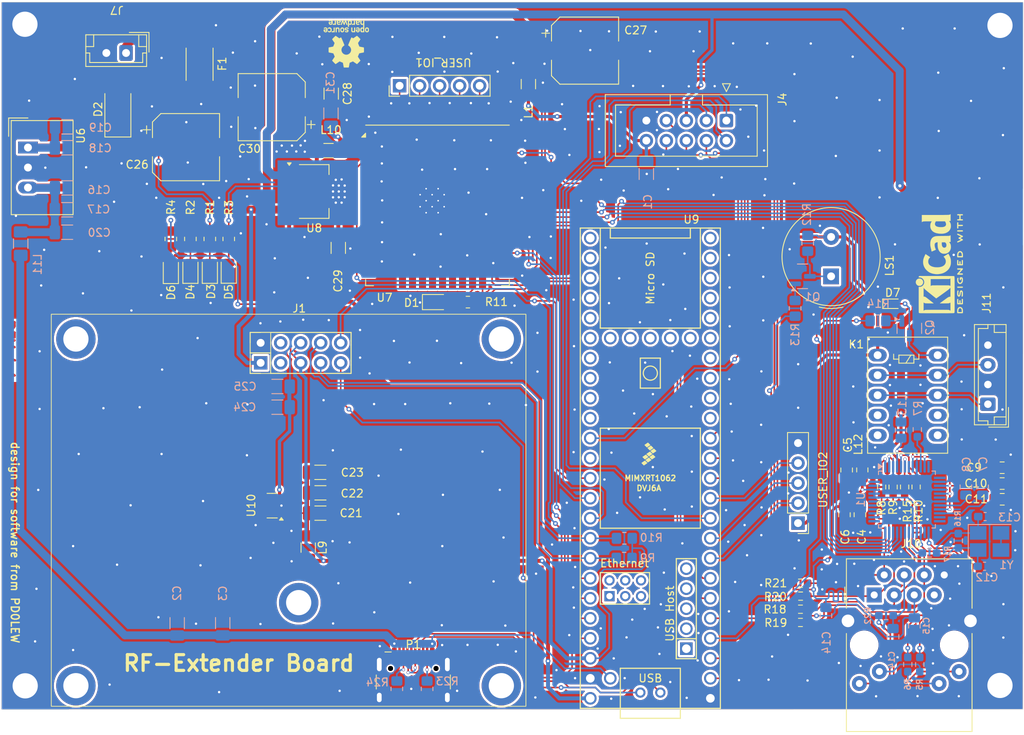
<source format=kicad_pcb>
(kicad_pcb (version 20240108) (generator "pcbnew") (generator_version "8.0")
  (title_block (rev "4.1"))
  (layers (0 "F.Cu" signal) (31 "B.Cu" signal) (34 "B.Paste" user) (35 "F.Paste" user) (36 "B.SilkS" user "B.Silkscreen") (37 "F.SilkS" user "F.Silkscreen") (38 "B.Mask" user) (39 "F.Mask" user) (44 "Edge.Cuts" user))
  (net 0 "")
  (net 1 "CS0")
  (net 2 "+3.3V")
  (net 3 "INP_SEL")
  (net 4 "ESP_15")
  (net 5 "+5V")
  (net 6 "UI06")
  (net 7 "SWR-Alarm")
  (net 9 "ESP_13")
  (net 10 "2,6V REF")
  (net 11 "+12V")
  (net 15 "GNDD")
  (net 23 "Net-(U7-VDD)")
  (net 26 "Net-(D1-A)")
  (net 33 "Net-(U10-Vin)")
  (net 36 "Net-(J7-Pin_1)")
  (net 47 "Net-(P1-D-)")
  (net 52 "UI09")
  (net 59 "Net-(P1-D+)")
  (net 60 "Piezo Alarm")
  (net 67 "SCL0")
  (net 68 "SDA0")
  (net 69 "Net-(J11-Pin_1)")
  (net 72 "Net-(J11-Pin_3)")
  (net 73 "Net-(Q1-C)")
  (net 74 "Net-(Q1-B)")
  (net 75 "Net-(Q2-B)")
  (net 76 "UI07")
  (net 77 "ESP_EN")
  (net 78 "ESP_RXD5")
  (net 79 "ESP_TXD5")
  (net 80 "ESP_TXD1")
  (net 81 "ESP_RXD1")
  (net 82 "INP_SEL2")
  (net 83 "CS1")
  (net 84 "Net-(D2-A)")
  (net 85 "Net-(D3-A)")
  (net 86 "Net-(D4-A)")
  (net 87 "Net-(D5-A)")
  (net 88 "Net-(D6-A)")
  (net 91 "Net-(P1-VCONN)")
  (net 92 "Net-(P1-CC)")
  (net 93 "VUSB")
  (net 94 "ESP_3.3V")
  (net 98 "Net-(U1-XO)")
  (net 101 "ESP_SCLK")
  (net 104 "ESP_MISO")
  (net 106 "Net-(C13-Pad2)")
  (net 108 "ESP_INT")
  (net 109 "ESP_MOSI")
  (net 111 "ESP_CS")
  (net 123 "Net-(U1-PMODE0)")
  (net 124 "Net-(U1-1V2O)")
  (net 125 "Net-(U1-TOCAP)")
  (net 126 "Net-(U1-LINKLED)")
  (net 127 "Net-(U1-ACTLED)")
  (net 128 "Net-(C10-Pad2)")
  (net 129 "Net-(J10-RD-)")
  (net 130 "Net-(J10-RD+)")
  (net 131 "Net-(J10-TD-)")
  (net 132 "Net-(J10-TD+)")
  (net 133 "Net-(U1-EXRES1)")
  (net 134 "Net-(U1-TXN)")
  (net 135 "Net-(U1-TXP)")
  (net 136 "Net-(U1-RXN)")
  (net 137 "Net-(U1-RXP)")
  (net 138 "Net-(U7-IO2)")
  (net 139 "Net-(Y1-Pad2)")
  (net 140 "Net-(U1-XI{slash}CLKIN)")
  (net 141 "Net-(D7-A)")
  (net 142 "Net-(U7-IO12)")
  (net 143 "Net-(U7-IO27)")
  (net 144 "Net-(U7-IO32)")
  (net 145 "Net-(U7-IO34)")
  (net 146 "Net-(U7-IO25)")
  (net 147 "Net-(J10-RCT)")
  (net 148 "Net-(J10-PadL2)")
  (net 149 "Net-(J10-PadL3)")
  (net 150 "Net-(J10-TCT)")
  (net 151 "RA8875-7_MOSI")
  (net 152 "RA8875-35_SCL1")
  (net 153 "RA8875-34_SDA1")
  (net 154 "RA8875-33_TCINT")
  (net 155 "RA8875-5_CS")
  (net 156 "RA8875-6_MISO")
  (net 157 "RA8875-8_SCK")
  (net 158 "Net-(J4-Pin_10)")
  (net 159 "unconnected-(U9-14_A0_TX3_SPDIF_OUT-Pad36)")
  (footprint "Diode_SMD:D_SMA" (layer "F.Cu") (at 97.75 62.125 90)
    (property "Reference" "D2")
    (property "Value" "US2BA")
  )
  (footprint "Symbol:KiCad-Logo2_5mm_SilkScreen" (layer "F.Cu") (at 202.01 81.72 90)
    (property "Reference" "REF**" (hide yes))
    (property "Value" "KiCad-Logo2_5mm_SilkScreen" (hide yes))
  )
  (footprint "Connector_IDC:IDC-Header_2x05_P2.54mm_Vertical" (layer "F.Cu") (at 174.99 63.55 -90)
    (property "Reference" "J4")
    (property "Value" "Conn_02x05_Odd_Even" (hide yes))
  )
  (footprint "Resistor_SMD:R_0805_2012Metric_Pad1.20x1.40mm_HandSolder" (layer "F.Cu") (at 104.475 78.575 90)
    (property "Reference" "R4")
    (property "Value" "1k")
  )
  (footprint "Connector_PinHeader_2.54mm:PinHeader_1x05_P2.54mm_Vertical" (layer "F.Cu") (at 133.51 59.13 90)
    (property "Reference" "USER_IO1")
    (property "Value" "Conn_01x05_Pin")
  )
  (footprint "Inductor_SMD:L_1206_3216Metric_Pad1.42x1.75mm_HandSolder" (layer "F.Cu") (at 124.49 67.36 180)
    (property "Reference" "L10")
    (property "Value" "*")
  )
  (footprint "Diode_SMD:D_SOD-523" (layer "F.Cu") (at 196.09 86.8)
    (property "Reference" "D7")
    (property "Value" "1N4148WT")
  )
  (footprint "RF_Module:ESP32-WROOM-32" (layer "F.Cu") (at 138.32 74.63)
    (property "Reference" "U7")
    (property "Value" "ESP32-WROOM-32")
  )
  (footprint "Connector_USB:USB_C_Receptacle_HCTL_HC-TYPE-C-16P-01A" (layer "F.Cu") (at 135.25 135.695)
    (property "Reference" "P1")
    (property "Value" "USB_C_Plug")
  )
  (footprint "Capacitor_SMD:CP_Elec_8x11.9" (layer "F.Cu") (at 106.4 66.925)
    (property "Reference" "C26")
    (property "Value" "100uF")
  )
  (footprint "Resistor_SMD:R_0603_1608Metric_Pad0.98x0.95mm_HandSolder" (layer "F.Cu") (at 184.39 122.27)
    (property "Reference" "R21")
    (property "Value" "49R9")
  )
  (footprint "Capacitor_SMD:C_1206_3216Metric_Pad1.33x1.80mm_HandSolder" (layer "F.Cu") (at 123.4625 110.8 180)
    (property "Reference" "C22")
    (property "Value" "10n")
  )
  (footprint "Resistor_SMD:R_0603_1608Metric_Pad0.98x0.95mm_HandSolder" (layer "F.Cu") (at 196.15 110.06 90)
    (property "Reference" "R9")
    (property "Value" "33R")
  )
  (footprint "LED_SMD:LED_0805_2012Metric" (layer "F.Cu") (at 109.425 82.525 90)
    (property "Reference" "D3")
    (property "Value" "LED")
  )
  (footprint "Resistor_SMD:R_0805_2012Metric_Pad1.20x1.40mm_HandSolder" (layer "F.Cu") (at 142.18 86.59)
    (property "Reference" "R11")
    (property "Value" "1k")
  )
  (footprint "Resistor_SMD:R_0603_1608Metric_Pad0.98x0.95mm_HandSolder" (layer "F.Cu") (at 184.39 125.57)
    (property "Reference" "R18")
    (property "Value" "49R9")
  )
  (footprint "Converter_DCDC:Converter_DCDC_TRACO_TSR-1_THT" (layer "F.Cu") (at 86.34 66.97 -90)
    (property "Reference" "U6")
    (property "Value" "TSR_1-24150")
  )
  (footprint "Connector_RJ:RJ45_Amphenol_RJMG1BD3B8K1ANR" (layer "F.Cu") (at 193.75 123.76)
    (property "Reference" "J10")
    (property "Value" "RJ45_Amphenol_RJMG1BD3B8K1ANR" (hide yes))
  )
  (footprint "Inductor_SMD:L_1206_3216Metric_Pad1.42x1.75mm_HandSolder" (layer "F.Cu") (at 149.86 58.92 -90)
    (property "Reference" "L1")
    (property "Value" "*")
  )
  (footprint "Connector_PinHeader_2.54mm:PinHeader_1x05_P2.54mm_Vertical" (layer "F.Cu") (at 184.08 114.64 180)
    (property "Reference" "USER_IO2")
    (property "Value" "Conn_01x05_Pin" (hide yes))
  )
  (footprint "Connector_JST:JST_EH_B2B-EH-A_1x02_P2.50mm_Vertical" (layer "F.Cu") (at 98.79 54.97 180)
    (property "Reference" "J7")
    (property "Value" "Conn_01x02_Socket")
  )
  (footprint "Capacitor_SMD:C_1206_3216Metric_Pad1.33x1.80mm_HandSolder" (layer "F.Cu") (at 123.45 108.2 180)
    (property "Reference" "C23")
    (property "Value" "1n")
  )
  (footprint "Buzzer_Beeper:Buzzer_TDK_PS1240P02BT_D12.2mm_H6.5mm" (layer "F.Cu") (at 188.28 83.320784 90)
    (property "Reference" "LS1")
    (property "Value" "Speaker_Crystal" (hide yes))
  )
  (footprint "Capacitor_SMD:C_0805_2012Metric_Pad1.18x1.45mm_HandSolder" (layer "F.Cu") (at 209.99 109.62 180)
    (property "Reference" "C10")
    (property "Value" "10n")
  )
  (footprint "Resistor_SMD:R_0603_1608Metric_Pad0.98x0.95mm_HandSolder" (layer "F.Cu") (at 194.69 110.06 90)
    (property "Reference" "R8")
    (property "Value" "33R")
  )
  (footprint "Capacitor_SMD:C_0805_2012Metric_Pad1.18x1.45mm_HandSolder" (layer "F.Cu") (at 209.99 107.61 180)
    (property "Reference" "C9")
    (property "Value" "10µF")
  )
  (footprint "Capacitor_SMD:C_0805_2012Metric_Pad1.18x1.45mm_HandSolder" (layer "F.Cu") (at 190.25 107.9 -90)
    (property "Reference" "C5")
    (property "Value" "10n")
  )
  (footprint "Resistor_SMD:R_0603_1608Metric_Pad0.98x0.95mm_HandSolder" (layer "F.Cu") (at 199.07 110.0525 90)
    (property "Reference" "R10")
    (property "Value" "33R")
  )
  (footprint "Capacitor_SMD:C_0805_2012Metric_Pad1.18x1.45mm_HandSolder" (layer "F.Cu") (at 189.97 113.58 90)
    (property "Reference" "C6")
    (property "Value" "1n")
  )
  (footprint "Capacitor_SMD:C_1206_3216Metric_Pad1.33x1.80mm_HandSolder" (layer "F.Cu") (at 123.4625 113.375 180)
    (property "Reference" "C21")
    (property "Value" "10µF")
  )
  (footprint "Capacitor_SMD:C_1206_3216Metric_Pad1.33x1.80mm_HandSolder" (layer "F.Cu") (at 125.73 79.71 90)
    (property "Reference" "C29")
    (property "Value" "1n")
  )
  (footprint "Inductor_SMD:L_0805_2012Metric_Pad1.15x1.40mm_HandSolder" (layer "F.Cu") (at 192.24 107.89 90)
    (property "Reference" "L12")
    (property "Value" "*")
  )
  (footprint "Capacitor_SMD:CP_Elec_8x11.9" (layer "F.Cu") (at 157.05 54.67)
    (property "Reference" "C27")
    (property "Value" "100uF")
  )
  (footprint "Resistor_SMD:R_0603_1608Metric_Pad0.98x0.95mm_HandSolder" (layer "F.Cu") (at 184.39 127.25)
    (property "Reference" "R19")
    (property "Value" "49R9")
  )
  (footprint "Resistor_SMD:R_0805_2012Metric_Pad1.20x1.40mm_HandSolder" (layer "F.Cu") (at 106.958332 78.575 90)
    (property "Reference" "R2")
    (property "Value" "1k")
  )
  (footprint "Symbol:OSHW-Logo_5.7x6mm_SilkScreen" (layer "F.Cu") (at 126.75 53.8 180)
    (property "Reference" "REF**" (hide yes))
    (property "Value" "OSHW-Logo_5.7x6mm_SilkScreen" (hide yes))
  )
  (footprint "LED_SMD:LED_0805_2012Metric" (layer "F.Cu") (at 104.475 82.55 90)
    (property "Reference" "D6")
    (property "Value" "LED")
  )
  (footprint "Relay_THT:Relay_DPDT_FRT5" (layer "F.Cu") (at 194.185 93.325)
    (property "Reference" "K1")
    (property "Value" "FRT5")
  )
  (footprint "Capacitor_SMD:CP_Elec_8x11.9" (layer "F.Cu") (at 117.28 61.85 180)
    (property "Reference" "C30")
    (property "Value" "100uF")
  )
  (footprint "LED_SMD:LED_0805_2012Metric" (layer "F.Cu") (at 138.09 86.59)
    (property "Reference" "D1")
    (property "Value" "LED")
  )
  (footprint "LED_SMD:LED_0805_2012Metric" (layer "F.Cu") (at 111.825 82.5125 90)
    (property "Reference" "D5")
    (property "Value" "LED")
  )
  (footprint "Capacitor_SMD:C_0805_2012Metric_Pad1.18x1.45mm_HandSolder" (layer "F.Cu") (at 210 111.62 180)
    (property "Reference" "C11")
    (property "Value" "1n")
  )
  (footprint "Capacitor_SMD:C_0805_2012Metric_Pad1.18x1.45mm_HandSolder" (layer "F.Cu") (at 191.94 113.58 90)
    (property "Reference" "C4")
    (property "Value" "10µF")
  )
  (footprint "Resistor_SMD:R_0603_1608Metric_Pad0.98x0.95mm_HandSolder" (layer "F.Cu") (at 184.4075 123.91)
    (property "Reference" "R20")
    (property "Value" "49R9")
  )
  (footprint "Fuse:Fuse_2512_6332Metric_Pad1.52x3.35mm_HandSolder" (layer "F.Cu") (at 108.125 56.4 -90)
    (property "Reference" "F1")
    (property "Value" "Polyfuse")
  )
  (footprint "Resistor_SMD:R_0603_1608Metric_Pad0.98x0.95mm_HandSolder" (layer "F.Cu") (at 197.61 110.0525 90)
    (property "Reference" "R15")
    (property "Value" "33R")
  )
  (footprint "Resistor_SMD:R_0805_2012Metric_Pad1.20x1.40mm_HandSolder" (layer "F.Cu") (at 109.425 78.575 90)
    (property "Reference" "R1")
    (property "Value" "1k")
  )
  (footprint "Connector_JST:JST_EH_B4B-EH-A_1x04_P2.50mm_Vertical" (layer "F.Cu") (at 208.18 99.55 90)
    (property "Reference" "J11")
    (property "Value" "Conn_01x04_Socket" (hide yes))
  )
  (footprint "Capacitor_SMD:C_1206_3216Metric_Pad1.33x1.80mm_HandSolder" (layer "F.Cu") (at 124.83 60.13 -90)
    (property "Reference" "C28")
    (property "Value" "10n")
  )
  (footprint "Package_TO_SOT_SMD:SOT-223-3_TabPin2" (layer "F.Cu") (at 122.64 72.55)
    (property "Reference" "U8")
    (property "Value" "AMS1117-3.3")
  )
  (footprint "LED_SMD:LED_0805_2012Metric" (layer "F.Cu") (at 106.958332 82.525 90)
    (property "Reference" "D4")
    (property "Value" "LED")
  )
  (footprint "Resistor_SMD:R_0805_2012Metric_Pad1.20x1.40mm_HandSolder" (layer "F.Cu") (at 111.825 78.575 90)
    (property "Reference" "R3")
    (property "Value" "1k")
  )
  (footprint "Package_TO_SOT_SMD:SOT-23" (layer "F.Cu") (at 117.3375 112.425 180)
    (property "Reference" "U10")
    (property "Value" "ISL60002DIH326Z")
  )
  (footprint "teensy.pretty-master:Teensy41" (layer "F.Cu") (at 165.335 107.67 90)
    (property "Reference" "U9")
    (property "Value" "Teensy4.1")
  )
  (footprint "Inductor_SMD:L_1206_3216Metric_Pad1.42x1.75mm_HandSolder" (layer "F.Cu") (at 121.9125 117.75 -90)
    (property "Reference" "L9")
    (property "Value" "*")
  )
  (footprint "Connector_PinHeader_2.54mm:PinHeader_2x05_P2.54mm_Vertical" (layer "F.Cu") (at 115.875 94.3 90)
    (property "Reference" "J1")
    (property "Value" "Conn_02x05_Odd_Even" (hide yes))
  )
  (footprint "Resistor_SMD:R_0603_1608Metric_Pad0.98x0.95mm_HandSolder" (layer "B.Cu") (at 199.22 102.7675 90)
    (property "Reference" "R7")
    (property "Value" "12K4 1%")
  )
  (footprint "Inductor_SMD:L_0805_2012Metric_Pad1.15x1.40mm_HandSolder" (layer "B.Cu") (at 197.15 102.84 90)
    (property "Reference" "L13")
    (property "Value" "*")
  )
  (footprint "Capacitor_SMD:C_0603_1608Metric_Pad1.08x0.95mm_HandSolder" (layer "B.Cu") (at 207.75 120.12 180)
    (property "Reference" "C12")
    (property "Value" "18p")
  )
  (footprint "Resistor_SMD:R_0805_2012Metric_Pad1.20x1.40mm_HandSolder" (layer "B.Cu") (at 185.31 79.13 90)
    (property "Reference" "R12")
    (property "Value" "1k")
  )
  (footprint "Resistor_SMD:R_0805_2012Metric_Pad1.20x1.40mm_HandSolder" (layer "B.Cu") (at 137 135.68 -90)
    (property "Reference" "R23")
    (property "Value" "5k1")
  )
  (footprint "Package_TO_SOT_SMD:SOT-23" (layer "B.Cu") (at 184.6475 83.32)
    (property "Reference" "Q1")
    (property "Value" "MMBT3904")
  )
  (footprint "Capacitor_SMD:C_1206_3216Metric_Pad1.33x1.80mm_HandSolder" (layer "B.Cu") (at 91.34 64.345 180)
    (property "Reference" "C19")
    (property "Value" "1n")
  )
  (footprint "Resistor_SMD:R_0603_1608Metric_Pad0.98x0.95mm_HandSolder" (layer "B.Cu") (at 195.25 126.37)
    (property "Reference" "R22")
    (property "Value" "10R")
  )
  (footprint "Resistor_SMD:R_0805_2012Metric_Pad1.20x1.40mm_HandSolder" (layer "B.Cu") (at 133.16 135.68 -90)
    (property "Reference" "R24")
    (property "Value" "5k1")
  )
  (footprint "Resistor_SMD:R_0805_2012Metric_Pad1.20x1.40mm_HandSolder" (layer "B.Cu") (at 162.04 116.57)
    (property "Reference" "R10")
    (property "Value" "2k2")
  )
  (footprint "Capacitor_SMD:C_1206_3216Metric_Pad1.33x1.80mm_HandSolder" (layer "B.Cu") (at 124.8 62.65 -90)
    (property "Reference" "C31")
    (property "Value" "10n")
  )
  (footprint "Capacitor_SMD:C_1206_3216Metric_Pad1.33x1.80mm_HandSolder" (layer "B.Cu") (at 118 97.3)
    (property "Reference" "C25")
    (property "Value" "1n")
  )
  (footprint "Capacitor_SMD:C_1206_3216Metric_Pad1.33x1.80mm_HandSolder" (layer "B.Cu") (at 111.06 127.33 -90)
    (property "Reference" "C3")
    (property "Value" "100n")
  )
  (footprint "Capacitor_SMD:C_0805_2012Metric_Pad1.18x1.45mm_HandSolder" (layer "B.Cu") (at 205.39 110.05 -90)
    (property "Reference" "C8")
    (property "Value" "47uF")
  )
  (footprint "Capacitor_SMD:C_1206_3216Metric_Pad1.33x1.80mm_HandSolder" (layer "B.Cu") (at 118 99.925)
    (property "Reference" "C24")
    (property "Value" "10n")
  )
  (footprint "Capacitor_SMD:C_1206_3216Metric_Pad1.33x1.80mm_HandSolder" (layer "B.Cu") (at 91.315 77.72 180)
    (property "Reference" "C20")
    (property "Value" "10µF")
  )
  (footprint "Resistor_SMD:R_0603_1608Metric_Pad0.98x0.95mm_HandSolder" (layer "B.Cu") (at 204.42 116.88 -90)
    (property "Reference" "R16")
    (property "Value" "1M")
  )
  (footprint "Capacitor_SMD:C_1206_3216Metric_Pad1.33x1.80mm_HandSolder" (layer "B.Cu") (at 91.3275 72.095 180)
    (property "Reference" "C16")
    (property "Value" "1n")
  )
  (footprint "Package_TO_SOT_SMD:SOT-23" (layer "B.Cu") (at 198.21 89.9175 -90)
    (property "Reference" "Q2")
    (property "Value" "MMBT3904")
  )
  (footprint "Resistor_SMD:R_0805_2012Metric_Pad1.20x1.40mm_HandSolder" (layer "B.Cu") (at 194.23 88.96)
    (property "Reference" "R14")
    (property "Value" "4k7")
  )
  (footprint "Inductor_SMD:L_1206_3216Metric_Pad1.42x1.75mm_HandSolder" (layer "B.Cu") (at 85.42 79.17 -90)
    (property "Reference" "L11")
    (property "Value" "*")
  )
  (footprint "Resistor_SMD:R_0805_2012Metric_Pad1.20x1.40mm_HandSolder" (layer "B.Cu") (at 183.71 87.38 90)
    (property "Reference" "R13")
    (property "Value" "10k")
  )
  (footprint "Resistor_SMD:R_0603_1608Metric_Pad0.98x0.95mm_HandSolder" (layer "B.Cu") (at 199.53 132.5925 90)
    (property "Reference" "R5")
    (property "Value" "330R")
  )
  (footprint "Capacitor_SMD:C_1206_3216Metric_Pad1.33x1.80mm_HandSolder" (layer "B.Cu") (at 164.83 70.3225 90)
    (property "Reference" "C1")
    (property "Value" "100n")
  )
  (footprint "Capacitor_SMD:C_1206_3216Metric_Pad1.33x1.80mm_HandSolder" (layer "B.Cu") (at 91.315 74.87 180)
    (property "Reference" "C17")
    (property "Value" "10n")
  )
  (footprint "Capacitor_SMD:C_0805_2012Metric_Pad1.18x1.45mm_HandSolder" (layer "B.Cu") (at 196.14 129.06 90)
    (property "Reference" "C14")
    (property "Value" "22n")
  )
  (footprint "Resistor_SMD:R_0805_2012Metric_Pad1.20x1.40mm_HandSolder" (layer "B.Cu") (at 162.015 119.095)
    (property "Reference" "R9")
    (property "Value" "2k2")
  )
  (footprint "Package_QFP:LQFP-48_7x7mm_P0.5mm" (layer "B.Cu") (at 197.9025 111.65 -90)
    (property "Reference" "U1")
    (property "Value" "W5500" (hide yes))
  )
  (footprint "Capacitor_SMD:C_0805_2012Metric_Pad1.18x1.45mm_HandSolder" (layer "B.Cu") (at 198.85 127.7 90)
    (property "Reference" "C15")
    (property "Value" "10n")
  )
  (footprint "Capacitor_SMD:C_0805_2012Metric_Pad1.18x1.45mm_HandSolder" (layer "B.Cu") (at 187.62 126.39 90)
    (property "Reference" "C14")
    (property "Value" "22n")
  )
  (footprint "Capacitor_SMD:C_1206_3216Metric_Pad1.33x1.80mm_HandSolder" (layer "B.Cu") (at 105.28 127.34 -90)
    (property "Reference" "C2")
    (property "Value" "10n")
  )
  (footprint "Capacitor_SMD:C_1206_3216Metric_Pad1.33x1.80mm_HandSolder" (layer "B.Cu") (at 91.315 66.995 180)
    (property "Reference" "C18")
    (property "Value" "10n")
  )
  (footprint "Resistor_SMD:R_0603_1608Metric_Pad0.98x0.95mm_HandSolder" (layer "B.Cu") (at 200.77 118.43)
    (property "Reference" "R17")
    (property "Value" "0R")
  )
  (footprint "Capacitor_SMD:C_0805_2012Metric_Pad1.18x1.45mm_HandSolder" (layer "B.Cu") (at 207.51 110.06 -90)
    (property "Reference" "C7")
    (property "Value" "10n")
  )
  (footprint "Crystal:Crystal_SMD_SeikoEpson_TSX3225-4Pin_3.2x2.5mm_HandSoldering" (layer "B.Cu") (at 208.39 116.97)
    (property "Reference" "Y1")
    (property "Value" "25Mhz")
  )
  (footprint "Resistor_SMD:R_0603_1608Metric_Pad0.98x0.95mm_HandSolder" (layer "B.Cu") (at 198.01 132.5825 90)
    (property "Reference" "R6")
    (property "Value" "330R")
  )
  (footprint "Capacitor_SMD:C_0603_1608Metric_Pad1.08x0.95mm_HandSolder" (layer "B.Cu") (at 207.82 113.81 180)
    (property "Reference" "C13")
    (property "Value" "18p")
  )
  (gr_rect (start 137.41 130.52) (end 137.9 131.8) (stroke (width 0.1)) (fill solid) (layer "F.Cu") (net 93))
  (gr_rect (start 135.9 130.47) (end 136.1 131.75) (stroke (width 0.1)) (fill solid) (layer "F.Cu") (net 59))
  (gr_rect (start 133.9 130.47) (end 134.1 131.75) (stroke (width 0.1)) (fill solid) (layer "F.Cu") (net 92))
  (gr_rect (start 133.4 130.47) (end 133.6 131.75) (stroke (width 0.1)) (fill solid) (layer "F.Cu") (net 90))
  (gr_rect (start 135.4 130.48) (end 135.6 131.76) (stroke (width 0.1)) (fill solid) (layer "F.Cu") (net 47))
  (gr_rect (start 131.81 130.51) (end 132.3 131.79) (stroke (width 0.1)) (fill solid) (layer "F.Cu") (net 15))
  (gr_rect (start 136.4 130.48) (end 136.6 131.76) (stroke (width 0.1)) (fill solid) (layer "F.Cu") (net 89))
  (gr_rect (start 136.91 130.49) (end 137.11 131.77) (stroke (width 0.1)) (fill solid) (layer "F.Cu") (net 91))
  (gr_rect (start 132.6 130.51) (end 133.09 131.79) (stroke (width 0.1)) (fill solid) (layer "F.Cu") (net 93))
  (gr_rect (start 134.4 130.49) (end 134.6 131.77) (stroke (width 0.1)) (fill solid) (layer "F.Cu") (net 47))
  (gr_rect (start 138.2 130.51) (end 138.69 131.79) (stroke (width 0.1)) (fill solid) (layer "F.Cu") (net 15))
  (gr_rect (start 134.9 130.49) (end 135.1 131.77) (stroke (width 0.1)) (fill solid) (layer "F.Cu") (net 59))
  (gr_rect (start 118.12 68.7) (end 128.12 76.72) (stroke (width 0.2)) (fill solid) (layer "B.Cu") (net 94))
  (gr_rect (start 89.3 88.13) (end 149.54 137.89) (stroke (width 0.1)) (fill none) (layer "F.SilkS"))
  (gr_line (start 117.15 90.45) (end 117.175 90.45) (stroke (width 0.1)) (layer "F.SilkS"))
  (gr_line (start 114.55 93.05) (end 117.15 93.05) (stroke (width 0.1)) (layer "F.SilkS"))
  (gr_line (start 114.55 90.45) (end 115.875 90.45) (stroke (width 0.1)) (layer "F.SilkS"))
  (gr_line (start 114.55 95.65) (end 114.55 93.05) (stroke (width 0.1)) (layer "F.SilkS"))
  (gr_line (start 117.15 93.05) (end 117.15 90.45) (stroke (width 0.1)) (layer "F.SilkS"))
  (gr_line (start 127.35 90.45) (end 127.35 95.65) (stroke (width 0.1)) (layer "F.SilkS"))
  (gr_line (start 127.35 95.65) (end 114.55 95.65) (stroke (width 0.1)) (layer "F.SilkS"))
  (gr_line (start 114.55 91.775) (end 114.55 90.45) (stroke (width 0.1)) (layer "F.SilkS"))
  (gr_line (start 117.175 90.45) (end 127.35 90.45) (stroke (width 0.1)) (layer "F.SilkS"))
  (gr_rect (start 82.99 48.52) (end 212.64 138.295) (stroke (width 0.05)) (fill none) (layer "Edge.Cuts"))
  (gr_text "DJ1YR" (at 212.365 79.445 90) (layer "F.Cu") (effects (font (size 1.5 1.5) (thickness 0.3) (bold yes)) (justify left bottom)))
  (gr_text "REV 4.1" (at 83.165 88.645 270) (layer "F.Cu") (effects (font (size 1.3 1.3) (thickness 0.3) (bold yes)) (justify left bottom)))
  (gr_text "design for software from PD0LEW" (at 84.1 104.23 270) (layer "F.SilkS") (effects (font (size 1 1) (thickness 0.18) (bold yes)) (justify left bottom)))
  (gr_text "RF-Extender Board" (at 98.22 133.6 0) (layer "F.SilkS") (effects (font (size 2 2) (thickness 0.4) (bold yes)) (justify left bottom)))
  (via (at 146.425 91.275) (size 5) (drill 3.2) (layers "F.Cu" "B.Cu") (net 0))
  (via (at 146.425 135.275) (size 5) (drill 3.2) (layers "F.Cu" "B.Cu") (net 0))
  (via (at 120.699999 124.733068) (size 5) (drill 3.2) (layers "F.Cu" "B.Cu") (net 0))
  (via (at 92.425 135.275) (size 5) (drill 3.2) (layers "F.Cu" "B.Cu") (net 0))
  (via (at 92.425 91.275) (size 5) (drill 3.2) (layers "F.Cu" "B.Cu") (net 0))
  (segment (start 104.475 77.575) (end 104.475 76.2) (width 0.2) (layer "F.Cu") (net 2))
  (segment (start 120.955 94.3) (end 119.675 93.02) (width 0.2) (layer "F.Cu") (net 2))
  (segment (start 151.5975 119.4325) (end 123.85 119.4325) (width 0.5) (layer "F.Cu") (net 2))
  (segment (start 118.475 86.85) (end 112.975 86.85) (width 0.2) (layer "F.Cu") (net 2))
  (segment (start 123.85 119.4325) (end 122.1075 119.4325) (width 0.5) (layer "F.Cu") (net 2))
  (segment (start 119.675 88.05) (end 118.475 86.85) (width 0.2) (layer "F.Cu") (net 2))
  (segment (start 122.1075 119.4325) (end 121.9125 119.2375) (width 0.5) (layer "F.Cu") (net 2))
  (segment (start 119.675 93.02) (end 119.675 88.05) (width 0.2) (layer "F.Cu") (net 2))
  (via (at 151.5975 119.4325) (size 0.6) (drill 0.3) (layers "F.Cu" "B.Cu") (net 2))
  (via (at 104.475 76.2) (size 0.6) (drill 0.3) (layers "F.Cu" "B.Cu") (net 2))
  (via (at 112.975 86.85) (size 0.6) (drill 0.3) (layers "F.Cu" "B.Cu") (net 2))
  (via (at 123.85 119.4325) (size 0.6) (drill 0.3) (layers "F.Cu" "B.Cu") (net 2))
  (segment (start 152.695 120.53) (end 152.695 127.675) (width 0.5) (layer "B.Cu") (net 2))
  (segment (start 157.715 131.8) (end 158.81 131.8) (width 0.2) (layer "B.Cu") (net 2))
  (segment (start 164.19 120.495) (end 164.565 120.12) (width 0.2) (layer "B.Cu") (net 2))
  (segment (start 112.975 82.15) (end 111.55 80.725) (width 0.2) (layer "B.Cu") (net 2))
  (segment (start 120.955 94.3) (end 120.955 95.63) (width 0.4) (layer "B.Cu") (net 2))
  (segment (start 158.81 131.8) (end 160.11 130.5) (width 0.2) (layer "B.Cu") (net 2))
  (segment (start 152.695 129.775) (end 152.695 127.675) (width 0.5) (layer "B.Cu") (net 2))
  (segment (start 164.565 120.12) (end 164.565 118.145) (width 0.2) (layer "B.Cu") (net 2))
  (segment (start 105.475 80.725) (end 104.475 79.725) (width 0.2) (layer "B.Cu") (net 2))
  (segment (start 154.72 131.8) (end 152.695 129.775) (width 0.5) (layer "B.Cu") (net 2))
  (segment (start 160.11 130.5) (end 160.11 126.215) (width 0.2) (layer "B.Cu") (net 2))
  (segment (start 164.24 117.82) (end 163.065 117.82) (width 0.2) (layer "B.Cu") (net 2))
  (segment (start 120.955 95.63) (end 121.625 96.3) (width 0.4) (layer "B.Cu") (net 2))
  (segment (start 160.11 126.215) (end 158.99 125.095) (width 0.2) (layer "B.Cu") (net 2))
  (segment (start 163.04 119.07) (end 163.015 119.095) (width 0.2) (layer "B.Cu") (net 2))
  (segment (start 158.99 120.97) (end 159.465 120.495) (width 0.2) (layer "B.Cu") (net 2))
  (segment (start 121.625 117.175) (end 123.9 119.45) (width 0.4) (layer "B.Cu") (net 2))
  (segment (start 158.99 125.095) (end 158.99 120.97) (width 0.2) (layer "B.Cu") (net 2))
  (segment (start 104.475 79.725) (end 104.475 76.2) (width 0.2) (layer "B.Cu") (net 2))
  (segment (start 121.625 96.3) (end 121.625 117.175) (width 0.4) (layer "B.Cu") (net 2))
  (segment (start 163.04 116.57) (end 163.04 117.77) (width 0.2) (layer "B.Cu") (net 2))
  (segment (start 151.5975 119.4325) (end 152.695 120.53) (width 0.5) (layer "B.Cu") (net 2))
  (segment (start 157.715 131.8) (end 154.72 131.8) (width 0.5) (layer "B.Cu") (net 2))
  (segment (start 159.465 120.495) (end 164.19 120.495) (width 0.2) (layer "B.Cu") (net 2))
  (segment (start 163.04 117.77) (end 163.04 119.07) (width 0.2) (layer "B.Cu") (net 2))
  (segment (start 164.565 118.145) (end 164.24 117.82) (width 0.2) (layer "B.Cu") (net 2))
  (segment (start 112.975 86.85) (end 112.975 82.15) (width 0.2) (layer "B.Cu") (net 2))
  (segment (start 111.55 80.725) (end 105.475 80.725) (width 0.2) (layer "B.Cu") (net 2))
  (segment (start 150.64 86.44) (end 153.04 86.44) (width 0.2) (layer "F.Cu") (net 3))
  (segment (start 154.605 108.93) (end 153.35 107.675) (width 0.2) (layer "F.Cu") (net 3))
  (segment (start 153.04 86.44) (end 153.08 86.48) (width 0.2) (layer "F.Cu") (net 3))
  (segment (start 153.35 107.675) (end 153.35 86.75) (width 0.2) (layer "F.Cu") (net 3))
  (segment (start 153.35 86.75) (end 153.08 86.48) (width 0.2) (layer "F.Cu") (net 3))
  (segment (start 157.695 108.93) (end 154.605 108.93) (width 0.2) (layer "F.Cu") (net 3))
  (via (at 150.64 86.44) (size 0.6) (drill 0.3) (layers "F.Cu" "B.Cu") (net 3))
  (segment (start 126.025 91.75) (end 126.035 91.76) (width 0.2) (layer "B.Cu") (net 3))
  (segment (start 148.12 84.9) (end 129.3 84.9) (width 0.2) (layer "B.Cu") (net 3))
  (segment (start 129.3 84.9) (end 126.025 88.175) (width 0.2) (layer "B.Cu") (net 3))
  (segment (start 148.12 84.9) (end 149.66 86.44) (width 0.2) (layer "B.Cu") (net 3))
  (segment (start 149.66 86.44) (end 150.64 86.44) (width 0.2) (layer "B.Cu") (net 3))
  (segment (start 126.025 88.175) (end 126.025 91.75) (width 0.2) (layer "B.Cu") (net 3))
  (segment (start 142.49 87.87) (end 143.75 87.87) (width 0.2) (layer "F.Cu") (net 4))
  (segment (start 168.77 115.23) (end 168.77 94.88) (width 0.2) (layer "F.Cu") (net 4))
  (segment (start 142.48 87.88) (end 142.49 87.87) (width 0.2) (layer "F.Cu") (net 4))
  (segment (start 171.19 123.45) (end 171.19 117.65) (width 0.2) (layer "F.Cu") (net 4))
  (segment (start 166.62 92.73) (end 166.62 87.15) (width 0.2) (layer "F.Cu") (net 4))
  (segment (start 171.92 124.18) (end 171.19 123.45) (width 0.2) (layer "F.Cu") (net 4))
  (segment (start 155.63 83.96) (end 156.47 84.8) (width 0.2) (layer "F.Cu") (net 4))
  (segment (start 144.44 86.15) (end 145.64 84.95) (width 0.2) (layer "F.Cu") (net 4))
  (segment (start 142.15 85.65) (end 142.15 87.55) (width 0.2) (layer "F.Cu") (net 4))
  (segment (start 142.15 87.55) (end 142.48 87.88) (width 0.2) (layer "F.Cu") (net 4))
  (segment (start 144.44 87.18) (end 144.44 86.15) (width 0.2) (layer "F.Cu") (net 4))
  (segment (start 166.62 86.18) (end 166.62 87.15) (width 0.2) (layer "F.Cu") (net 4))
  (segment (start 142.77 84.14) (end 142.77 85.03) (width 0.2) (layer "F.Cu") (net 4))
  (segment (start 149.405686 84.95) (end 150.395686 83.96) (width 0.2) (layer "F.Cu") (net 4))
  (segment (start 171.19 117.65) (end 168.77 115.23) (width 0.2) (layer "F.Cu") (net 4))
  (segment (start 143.75 87.87) (end 144.44 87.18) (width 0.2) (layer "F.Cu") (net 4))
  (segment (start 168.77 94.88) (end 166.62 92.73) (width 0.2) (layer "F.Cu") (net 4))
  (segment (start 166.62 87.15) (end 166.62 87.09) (width 0.2) (layer "F.Cu") (net 4))
  (segment (start 165.24 84.8) (end 166.62 86.18) (width 0.2) (layer "F.Cu") (net 4))
  (segment (start 172.955 124.18) (end 171.92 124.18) (width 0.2) (layer "F.Cu") (net 4))
  (segment (start 145.64 84.95) (end 149.405686 84.95) (width 0.2) (layer "F.Cu") (net 4))
  (segment (start 156.47 84.8) (end 165.24 84.8) (width 0.2) (layer "F.Cu") (net 4))
  (segment (start 142.77 85.03) (end 142.15 85.65) (width 0.2) (layer "F.Cu") (net 4))
  (segment (start 150.395686 83.96) (end 155.63 83.96) (width 0.2) (layer "F.Cu") (net 4))
  (segment (start 116.66 65.12) (end 116.66 74.85) (width 1) (layer "F.Cu") (net 5))
  (segment (start 177.192792 56.745) (end 154.792208 56.745) (width 0.4) (layer "F.Cu") (net 5))
  (segment (start 154.227208 57.31) (end 149.9825 57.31) (width 0.4) (layer "F.Cu") (net 5))
  (segment (start 187.72 93.3) (end 194.16 93.3) (width 0.4) (layer "F.Cu") (net 5))
  (segment (start 149.86 57.4325) (end 149.86 54.79) (width 1) (layer "F.Cu") (net 5))
  (segment (start 151.38 118.154339) (end 151.38 98.73) (width 0.5) (layer "F.Cu") (net 5))
  (segment (start 149.13 96.48) (end 132.49 96.48) (width 0.5) (layer "F.Cu") (net 5))
  (segment (start 194.135 93.33) (end 194.195 93.39) (width 0.2) (layer "F.Cu") (net 5))
  (segment (start 191.28 83.8) (end 191.28 79.89) (width 0.4) (layer "F.Cu") (net 5))
  (segment (start 116.66 74.85) (end 106.975 74.85) (width 1) (layer "F.Cu") (net 5))
  (segment (start 148.07 50.08) (end 119.06 50.08) (width 1) (layer "F.Cu") (net 5))
  (segment (start 181.97 61.522208) (end 177.192792 56.745) (width 0.4) (layer "F.Cu") (net 5))
  (segment (start 183.680784 78.320784) (end 181.97 76.61) (width 0.4) (layer "F.Cu") (net 5))
  (segment (start 119.49 74.85) (end 116.66 74.85) (width 1) (layer "F.Cu") (net 5))
  (segment (start 149.9825 57.31) (end 149.86 57.4325) (width 0.4) (layer "F.Cu") (net 5))
  (segment (start 194.195 86.81) (end 194.195 86.715) (width 0.2) (layer "F.Cu") (net 5))
  (segment (start 194.205 86.8) (end 194.195 86.81) (width 0.2) (layer "F.Cu") (net 5))
  (segment (start 119.06 50.08) (end 117.25 51.89) (width 1) (layer "F.Cu") (net 5))
  (segment (start 154.792208 56.745) (end 154.227208 57.31) (width 0.4) (layer "F.Cu") (net 5))
  (segment (start 194.195 93.39) (end 194.195 86.81) (width 0.4) (layer "F.Cu") (net 5))
  (segment (start 185.44 114.23) (end 185.44 95.58) (width 0.4) (layer "F.Cu") (net 5))
  (segment (start 101.585 74.85) (end 98.785 72.05) (width 1) (layer "F.Cu") (net 5))
  (segment (start 122.379339 86.55) (end 119.49 83.660661) (width 0.5) (layer "F.Cu") (net 5))
  (segment (start 188.28 78.320784) (end 183.680784 78.320784) (width 0.4) (layer "F.Cu") (net 5))
  (segment (start 130.14 94.13) (end 130.14 89.23) (width 0.5) (layer "F.Cu") (net 5))
  (segment (start 185.03 114.64) (end 185.44 114.23) (width 0.4) (layer "F.Cu") (net 5))
  (segment (start 151.38 98.73) (end 149.13 96.48) (width 0.5) (layer "F.Cu") (net 5))
  (segment (start 130.14 89.23) (end 127.46 86.55) (width 0.5) (layer "F.Cu") (net 5))
  (segment (start 117.25 51.89) (end 117.25 64.53) (width 1) (layer "F.Cu") (net 5))
  (segment (start 149.86 54.79) (end 149.86 51.87) (width 1) (layer "F.Cu") (net 5))
  (segment (start 181.97 76.61) (end 181.97 61.522208) (width 0.4) (layer "F.Cu") (net 5))
  (segment (start 132.49 96.48) (end 130.14 94.13) (width 0.5) (layer "F.Cu") (net 5))
  (segment (start 194.195 86.715) (end 191.28 83.8) (width 0.4) (layer "F.Cu") (net 5))
  (segment (start 149.98 54.67) (end 149.86 54.79) (width 1) (layer "F.Cu") (net 5))
  (segment (start 152.35 132.15) (end 152.35 125.33) (width 0.5) (layer "F.Cu") (net 5))
  (segment (start 184.08 114.64) (end 185.03 114.64) (width 0.4) (layer "F.Cu") (net 5))
  (segment (start 191.28 79.89) (end 191.28 79.510784) (width 0.4) (layer "F.Cu") (net 5))
  (segment (start 185.44 95.58) (end 187.72 93.3) (width 0.4) (layer "F.Cu") (net 5))
  (segment (start 194.16 93.3) (end 194.185 93.325) (width 0.4) (layer "F.Cu") (net 5))
  (segment (start 152.3475 125.3275) (end 152.3475 119.121839) (width 0.5) (layer "F.Cu") (net 5))
  (segment (start 153.575 54.67) (end 149.98 54.67) (width 1) (layer "F.Cu") (net 5))
  (segment (start 149.86 51.87) (end 148.07 50.08) (width 1) (layer "F.Cu") (net 5))
  (segment (start 195.39 86.8) (end 194.205 86.8) (width 0.2) (layer "F.Cu") (net 5))
  (segment (start 117.25 64.53) (end 116.66 65.12) (width 1) (layer "F.Cu") (net 5))
  (segment (start 191.28 79.510784) (end 190.09 78.320784) (width 0.4) (layer "F.Cu") (net 5))
  (segment (start 106.958332 77.575) (end 106.958332 74.866668) (width 0.2) (layer "F.Cu") (net 5))
  (segment (start 119.49 83.660661) (end 119.49 74.85) (width 0.5) (layer "F.Cu") (net 5))
  (segment (start 86.34 72.05) (end 98.785 72.05) (width 1) (layer "F.Cu") (net 5))
  (segment (start 152.35 125.33) (end 152.3475 125.3275) (width 0.5) (layer "F.Cu") (net 5))
  (segment (start 106.958332 74.866668) (end 106.975 74.85) (width 0.2) (layer "F.Cu") (net 5))
  (segment (start 106.975 74.85) (end 101.585 74.85) (width 1) (layer "F.Cu") (net 5))
  (segment (start 188.28 78.320784) (end 190.09 78.320784) (width 0.4) (layer "F.Cu") (net 5))
  (segment (start 127.46 86.55) (end 122.379339 86.55) (width 0.5) (layer "F.Cu") (net 5))
  (segment (start 152.3475 119.121839) (end 151.38 118.154339) (width 0.5) (layer "F.Cu") (net 5))
  (via (at 152.35 132.15) (size 0.6) (drill 0.3) (layers "F.Cu" "B.Cu") (net 5))
  (via (at 114.66 74.85) (size 0.6) (drill 0.3) (layers "F.Cu" "B.Cu") (net 5))
  (segment (start 152.35 132.15) (end 152.35 135.455) (width 0.5) (layer "B.Cu") (net 5))
  (segment (start 85.6325 77.71) (end 89.7425 77.71) (width 1) (layer "B.Cu") (net 5))
  (segment (start 186.49 78.13) (end 185.31 78.13) (width 0.2) (layer "B.Cu") (net 5))
  (segment (start 186.680784 78.320784) (end 186.49 78.13) (width 0.2) (layer "B.Cu") (net 5))
  (segment (start 114.18 94.3) (end 115.875 94.3) (width 0.5) (layer "B.Cu") (net 5))
  (segment (start 188.28 78.320784) (end 186.680784 78.320784) (width 0.2) (layer "B.Cu") (net 5))
  (segment (start 89.765 72.095) (end 86.385 72.095) (width 1) (layer "B.Cu") (net 5))
  (segment (start 152.35 135.455) (end 153.775 136.88) (width 0.5) (layer "B.Cu") (net 5))
  (segment (start 89.7425 77.71) (end 89.7525 77.72) (width 1) (layer "B.Cu") (net 5))
  (segment (start 113.08 93.2) (end 114.18 94.3) (width 0.5) (layer "B.Cu") (net 5))
  (segment (start 89.7525 72.1075) (end 89.765 72.095) (width 1) (layer "B.Cu") (net 5))
  (segment (start 113.08 89.68) (end 113.08 93.2) (width 0.5) (layer "B.Cu") (net 5))
  (segment (start 86.385 72.095) (end 86.34 72.05) (width 1) (layer "B.Cu") (net 5))
  (segment (start 114.66 88.1) (end 113.08 89.68) (width 0.5) (layer "B.Cu") (net 5))
  (segment (start 114.66 74.85) (end 114.66 88.1) (width 0.5) (layer "B.Cu") (net 5))
  (segment (start 153.775 136.88) (end 157.715 136.88) (width 0.5) (layer "B.Cu") (net 5))
  (segment (start 89.7525 74.87) (end 89.7525 77.72) (width 1) (layer "B.Cu") (net 5))
  (segment (start 89.7525 74.87) (end 89.7525 72.1075) (width 1) (layer "B.Cu") (net 5))
  (segment (start 172.955 119.1) (end 174.58 119.1) (width 0.2) (layer "B.Cu") (net 6))
  (segment (start 181.58 112.1) (end 184.08 112.1) (width 0.2) (layer "B.Cu") (net 6))
  (segment (start 174.58 119.1) (end 181.58 112.1) (width 0.2) (layer "B.Cu") (net 6))
  (segment (start 186.45 90) (end 187.49 88.96) (width 0.2) (layer "F.Cu") (net 7))
  (segment (start 186.45 91.31) (end 186.45 90) (width 0.2) (layer "F.Cu") (net 7))
  (segment (start 187.49 88.96) (end 191.49 88.96) (width 0.2) (layer "F.Cu") (net 7))
  (via (at 191.49 88.96) (size 0.6) (drill 0.3) (layers "F.Cu" "B.Cu") (net 7))
  (via (at 186.45 91.31) (size 0.6) (drill 0.3) (layers "F.Cu" "B.Cu") (net 7))
  (segment (start 186.95 91.81) (end 186.45 91.31) (width 0.2) (layer "B.Cu") (net 7))
  (segment (start 182.56 124.18) (end 185.53 121.21) (width 0.2) (layer "B.Cu") (net 7))
  (segment (start 186.95 116.64) (end 186.95 91.81) (width 0.2) (layer "B.Cu") (net 7))
  (segment (start 178.2 127.34) (end 178.2 125.1) (width 0.2) (layer "B.Cu") (net 7))
  (segment (start 172.955 129.26) (end 176.28 129.26) (width 0.2) (layer "B.Cu") (net 7))
  (segment (start 185.53 118.06) (end 186.95 116.64) (width 0.2) (layer "B.Cu") (net 7))
  (segment (start 179.12 124.18) (end 182.56 124.18) (width 0.2) (layer "B.Cu") (net 7))
  (segment (start 176.28 129.26) (end 178.2 127.34) (width 0.2) (layer "B.Cu") (net 7))
  (segment (start 178.2 125.1) (end 179.12 124.18) (width 0.2) (layer "B.Cu") (net 7))
  (segment (start 185.53 121.21) (end 185.53 118.06) (width 0.2) (layer "B.Cu") (net 7))
  (segment (start 193.23 88.96) (end 191.49 88.96) (width 0.2) (layer "B.Cu") (net 7))
  (segment (start 172.955 121.64) (end 172.00363 121.64) (width 0.2) (layer "F.Cu") (net 9))
  (segment (start 156.4 82.27) (end 155.11 83.56) (width 0.2) (layer "F.Cu") (net 9))
  (segment (start 144.88 82.77) (end 134.21 82.77) (width 0.2) (layer "F.Cu") (net 9))
  (segment (start 149.35 84.44) (end 145.64 84.44) (width 0.2) (layer "F.Cu") (net 9))
  (segment (start 155.11 83.56) (end 150.23 83.56) (width 0.2) (layer "F.Cu") (net 9))
  (segment (start 145.64 84.44) (end 145.25 84.05) (width 0.2) (layer "F.Cu") (net 9))
  (segment (start 171.59 121.22637) (end 171.59 117.43) (width 0.2) (layer "F.Cu") (net 9))
  (segment (start 166.66 82.27) (end 156.4 82.27) (width 0.2) (layer "F.Cu") (net 9))
  (segment (start 133.88 83.1) (end 133.88 84.14) (width 0.2) (layer "F.Cu") (net 9))
  (segment (start 169.17 115.01) (end 169.17 84.78) (width 0.2) (layer "F.Cu") (net 9))
  (segment (start 150.23 83.56) (end 149.35 84.44) (width 0.2) (layer "F.Cu") (net 9))
  (segment (start 134.21 82.77) (end 133.88 83.1) (width 0.2) (layer "F.Cu") (net 9))
  (segment (start 145.25 83.14) (end 144.88 82.77) (width 0.2) (layer "F.Cu") (net 9))
  (segment (start 145.25 84.05) (end 145.25 83.14) (width 0.2) (layer "F.Cu") (net 9))
  (segment (start 171.59 117.43) (end 169.17 115.01) (width 0.2) (layer "F.Cu") (net 9))
  (segment (start 169.17 84.78) (end 166.66 82.27) (width 0.2) (layer "F.Cu") (net 9))
  (segment (start 172.00363 121.64) (end 171.59 121.22637) (width 0.2) (layer "F.Cu") (net 9))
  (segment (start 118.2625 110.4) (end 118.275 110.4125) (width 0.2) (layer "F.Cu") (net 10))
  (segment (start 118.275 111.475) (end 118.275 110.4125) (width 0.4) (layer "F.Cu") (net 10))
  (via (at 118.2625 110.4) (size 0.6) (drill 0.3) (layers "F.Cu" "B.Cu") (net 10))
  (segment (start 119.6 93.115) (end 120.955 91.76) (width 0.2) (layer "B.Cu") (net 10))
  (segment (start 119.6 97.2125) (end 119.6 93.115) (width 0.2) (layer "B.Cu") (net 10))
  (segment (start 118.2625 104.2625) (end 119.55 102.975) (width 0.4) (layer "B.Cu") (net 10))
  (segment (start 119.5125 97.3) (end 119.6 97.2125) (width 0.2) (layer "B.Cu") (net 10))
  (segment (start 118.2625 110.4) (end 118.2625 104.2625) (width 0.4) (layer "B.Cu") (net 10))
  (segment (start 119.55 102.975) (end 119.55 99.9375) (width 0.4) (layer "B.Cu") (net 10))
  (segment (start 119.55 99.9375) (end 119.5625 99.925) (width 0.2) (layer "B.Cu") (net 10))
  (segment (start 119.5125 99.925) (end 119.5125 97.3) (width 0.5) (layer "B.Cu") (net 10))
  (segment (start 102.925 66.925) (end 102.925 68.675) (width 0.2) (layer "F.Cu") (net 11))
  (segment (start 109.425 77.575) (end 109.425 76.2) (width 0.2) (layer "F.Cu") (net 11))
  (segment (start 96.365 66.9575) (end 97.925 66.9575) (width 1) (layer "F.Cu") (net 11))
  (segment (start 86.34 66.97) (end 96.3525 66.97) (width 1) (layer "F.Cu") (net 11))
  (segment (start 97.75 66.7825) (end 97.925 66.9575) (width 1) (layer "F.Cu") (net 11))
  (segment (start 96.3525 66.97) (end 96.365 66.9575) (width 1) (layer "F.Cu") (net 11))
  (segment (start 97.925 66.9575) (end 103.1325 66.9575) (width 1) (layer "F.Cu") (net 11))
  (segment (start 97.75 64.125) (end 97.75 66.7825) (width 1) (layer "F.Cu") (net 11))
  (via (at 102.925 68.675) (size 0.6) (drill 0.3) (layers "F.Cu" "B.Cu") (net 11))
  (via (at 109.425 76.2) (size 0.6) (drill 0.3) (layers "F.Cu" "B.Cu") (net 11))
  (segment (start 102.925 71.875) (end 102.925 68.675) (width 0.2) (layer "B.Cu") (net 11))
  (segment (start 89.7775 64.345) (end 89.7775 66.97) (width 1) (layer "B.Cu") (net 11))
  (segment (start 103.95 72.9) (end 102.925 71.875) (width 0.2) (layer "B.Cu") (net 11))
  (segment (start 108.5 72.9) (end 103.95 72.9) (width 0.2) (layer "B.Cu") (net 11))
  (segment (start 109.425 76.2) (end 109.425 73.825) (width 0.2) (layer "B.Cu") (net 11))
  (segment (start 86.365 66.995) (end 86.34 66.97) (width 1) (layer "B.Cu") (net 11))
  (segment (start 89.7525 66.995) (end 86.365 66.995) (width 1) (layer "B.Cu") (net 11))
  (segment (start 109.425 73.825) (end 108.5 72.9) (width 0.2) (layer "B.Cu") (net 11))
  (segment (start 89.7775 66.97) (end 89.7525 66.995) (width 1) (layer "B.Cu") (net 11))
  (via (at 203.24 127.62) (size 0.6) (drill 0.3) (layers "F.Cu" "B.Cu") (net 15))
  (via (at 160.37 136.93) (size 0.6) (drill 0.3) (layers "F.Cu" "B.Cu") (net 15))
  (via (at 171.34 132.07) (size 0.6) (drill 0.3) (layers "F.Cu" "B.Cu") (net 15))
  (via (at 174.95 113) (size 0.6) (drill 0.3) (layers "F.Cu" "B.Cu") (net 15))
  (via (at 175.66 103.02) (size 0.6) (drill 0.3) (layers "F.Cu" "B.Cu") (net 15))
  (via (at 195.48 90.45) (size 0.6) (drill 0.3) (layers "F.Cu" "B.Cu") (net 15))
  (via (at 179.45 112.65) (size 0.6) (drill 0.3) (layers "F.Cu" "B.Cu") (net 15))
  (via (at 87.82 100.155) (size 0.6) (drill 0.3) (layers "F.Cu" "B.Cu") (net 15))
  (via (at 161.87 97.82) (size 0.6) (drill 0.3) (layers "F.Cu" "B.Cu") (net 15))
  (via (at 176.77 62.14) (size 0.6) (drill 0.3) (layers "F.Cu" "B.Cu") (net 15))
  (via (at 195.59 102.22) (size 0.6) (drill 0.3) (layers "F.Cu" "B.Cu") (net 15))
  (via (at 139.945 99.43) (size 0.6) (drill 0.3) (layers "F.Cu" "B.Cu") (net 15))
  (via (at 193.87 105.03) (size 0.6) (drill 0.3) (layers "F.Cu" "B.Cu") (net 15))
  (via (at 135.94 54.95) (size 0.6) (drill 0.3) (layers "F.Cu" "B.Cu") (net 15))
  (via (at 180.79 131.57) (size 0.6) (drill 0.3) (layers "F.Cu" "B.Cu") (net 15))
  (via (at 127.26 79.79) (size 0.6) (drill 0.3) (layers "F.Cu" "B.Cu") (net 15))
  (via (at 97.65 119.92) (size 0.6) (drill 0.3) (layers "F.Cu" "B.Cu") (net 15))
  (via (at 170.53 99.85) (size 0.6) (drill 0.3) (layers "F.Cu" "B.Cu") (net 15))
  (via (at 142.13 130.1) (size 0.6) (drill 0.3) (layers "F.Cu" "B.Cu") (net 15))
  (via (at 149.545 99.655) (size 0.6) (drill 0.3) (layers "F.Cu" "B.Cu") (net 15))
  (via (at 168.84 69.69) (size 0.6) (drill 0.3) (layers "F.Cu" "B.Cu") (net 15))
  (via (at 139.01 111.05) (size 0.6) (drill 0.3) (layers "F.Cu" "B.Cu") (net 15))
  (via (at 148.96 63.48) (size 0.6) (drill 0.3) (layers "F.Cu" "B.Cu") (net 15))
  (via (at 120.95 66.7) (size 0.6) (drill 0.3) (layers "F.Cu" "B.Cu") (net 15))
  (via (at 179.4 122.5) (size 0.6) (drill 0.3) (layers "F.Cu" "B.Cu") (net 15))
  (via (at 179.93 70.98) (size 0.6) (drill 0.3) (layers "F.Cu" "B.Cu") (net 15))
  (via (at 138.71 82.09) (size 0.6) (drill 0.3) (layers "F.Cu" "B.Cu") (net 15))
  (via (at 209.17 104.04) (size 0.6) (drill 0.3) (layers "F.Cu" "B.Cu") (net 15))
  (via (at 168.22 128.41) (size 0.6) (drill 0.3) (layers "F.Cu" "B.Cu") (net 15))
  (via (at 131.28 78.98) (size 0.6) (drill 0.3) (layers "F.Cu" "B.Cu") (net 15))
  (via (at 110.6 136.09) (size 0.6) (drill 0.3) (layers "F.Cu" "B.Cu") (net 15))
  (via (at 210.09 65.39) (size 0.6) (drill 0.3) (layers "F.Cu" "B.Cu") (net 15))
  (via (at 147.61 61.15) (size 0.6) (drill 0.3) (layers "F.Cu" "B.Cu") (net 15))
  (via (at 164.01 89.15) (size 0.6) (drill 0.3) (layers "F.Cu" "B.Cu") (net 15))
  (via (at 154.13 61.47) (size 0.6) (drill 0.3) (layers "F.Cu" "B.Cu") (net 15))
  (via (at 152.71 78.26) (size 0.6) (drill 0.3) (layers "F.Cu" "B.Cu") (net 15))
  (via (at 100.75 80.8) (size 0.6) (drill 0.3) (layers "F.Cu" "B.Cu") (net 15))
  (via (at 127.2 85.14) (size 0.6) (drill 0.3) (layers "F.Cu" "B.Cu") (net 15))
  (via (at 182.84 110.87) (size 0.6) (drill 0.3) (layers "F.Cu" "B.Cu") (net 15))
  (via (at 96.7 135.14) (size 0.6) (drill 0.3) (layers "F.Cu" "B.Cu") (net 15))
  (via (at 147.94 56.25) (size 0.6) (drill 0.3) (layers "F.Cu" "B.Cu") (net 15))
  (via (at 176.59 134.57) (size 0.6) (drill 0.3) (layers "F.Cu" "B.Cu") (net 15))
  (via (at 166.49 131.245) (size 0.6) (drill 0.3) (layers "F.Cu" "B.Cu") (net 15))
  (via (at 161.12 113.34) (size 0.6) (drill 0.3) (layers "F.Cu" "B.Cu") (net 15))
  (via (at 176.1 122.11) (size 0.6) (drill 0.3) (layers "F.Cu" "B.Cu") (net 15))
  (via (at 92.78 105.87) (size 0.6) (drill 0.3) (layers "F.Cu" "B.Cu") (net 15))
  (via (at 197.37 51.86) (size 0.6) (drill 0.3) (layers "F.Cu" "B.Cu") (net 15))
  (via (at 155.72 100.23) (size 0.6) (drill 0.3) (layers "F.Cu" "B.Cu") (net 15))
  (via (at 85.955 51.325) (size 5) (drill 3.2) (layers "F.Cu" "B.Cu") (net 15))
  (via (at 145.96 57.33) (size 0.6) (drill 0.3) (layers "F.Cu" "B.Cu") (net 15))
  (via (at 170.6 112.54) (size 0.6) (drill 0.3) (layers "F.Cu" "B.Cu") (net 15))
  (via (at 164.62 125.53) (size 0.6) (drill 0.3) (layers "F.Cu" "B.Cu") (net 15))
  (via (at 166.98 67.86) (size 0.6) (drill 0.3) (layers "F.Cu" "B.Cu") (net 15))
  (via (at 135.37 80.555) (size 0.6) (drill 0.3) (layers "F.Cu" "B.Cu") (net 15))
  (via (at 138.74 77.97) (size 0.6) (drill 0.3) (layers "F.Cu" "B.Cu") (net 15))
  (via (at 154.49 64.63) (size 0.6) (drill 0.3) (layers "F.Cu" "B.Cu") (net 15))
  (via (at 208.62 121.36) (size 0.6) (drill 0.3) (layers "F.Cu" "B.Cu") (net 15))
  (via (at 168.14 92.81) (size 0.6) (drill 0.3) (layers "F.Cu" "B.Cu") (net 15))
  (via (at 167.16 112.91) (size 0.6) (drill 0.3) (layers "F.Cu" "B.Cu") (net 15))
  (via (at 130.3 125.96) (size 0.6) (drill 0.3) (layers "F.Cu" "B.Cu") (net 15))
  (via (at 160.19 94.24) (size 0.6) (drill 0.3) (layers "F.Cu" "B.Cu") (net 15))
  (via (at 188.9 122.14) (size 0.6) (drill 0.3) (layers "F.Cu" "B.Cu") (net 15))
  (via (at 146.7 116.47) (size 0.6) (drill 0.3) (layers "F.Cu" "B.Cu") (net 15))
  (via (at 129.6 56.375) (size 0.6) (drill 0.3) (layers "F.Cu" "B.Cu") (net 15))
  (via (at 118.375 89.05) (size 0.6) (drill 0.3) (layers "F.Cu" "B.Cu") (net 15))
  (via (at 134.77 94.255) (size 0.6) (drill 0.3) (layers "F.Cu" "B.Cu") (net 15))
  (via (at 155.78 134.32) (size 0.6) (drill 0.3) (layers "F.Cu" "B.Cu") (net 15))
  (via (at 151.01 90.49) (size 0.6) (drill 0.3) (layers "F.Cu" "B.Cu") (net 15))
  (via (at 99.37 112.38) (size 0.6) (drill 0.3) (layers "F.Cu" "B.Cu") (net 15))
  (via (at 173.36 72.99) (size 0.6) (drill 0.3) (layers "F.Cu" "B.Cu") (net 15))
  (via (at 155.595 86.28) (size 0.6) (drill 0.3) (layers "F.Cu" "B.Cu") (net 15))
  (via (at 209.715 135.245) (size 5) (drill 3.2) (layers "F.Cu" "B.Cu") (net 15))
  (via (at 193.99 136.62) (size 0.6) (drill 0.3) (layers "F.Cu" "B.Cu") (net 15))
  (via (at 134.88 85.79) (size 0.6) (drill 0.3) (layers "F.Cu" "B.Cu") (net 15))
  (via (at 192.02 132.77) (size 0.6) (drill 0.3) (layers "F.Cu" "B.Cu") (net 15))
  (via (at 201.82 73.36) (size 0.6) (drill 0.3) (layers "F.Cu" "B.Cu") (net 15))
  (via (at 190.54 110.76) (size 0.6) (drill 0.3) (layers "F.Cu" "B.Cu") (net 15))
  (via (at 102.625 73.35) (size 0.6) (drill 0.3) (layers "F.Cu" "B.Cu") (net 15))
  (via (at 112.35 54.925) (size 0.6) (drill 0.3) (layers "F.Cu" "B.Cu") (net 15))
  (via (at 159.04 128) (size 0.6) (drill 0.3) (layers "F.Cu" "B.Cu") (net 15))
  (via (at 99.47 87.655) (size 0.6) (drill 0.3) (layers "F.Cu" "B.Cu") (net 15))
  (via (at 123.86 99.04) (size 0.6) (drill 0.3) (layers "F.Cu" "B.Cu") (net 15))
  (via (at 87.245 129.655) (size 0.6) (drill 0.3) (layers "F.Cu" "B.Cu") (net 15))
  (via (at 166.17 64.76) (size 0.6) (drill 0.3) (layers "F.Cu" "B.Cu") (net 15))
  (via (at 158.65 130.56) (size 0.6) (drill 0.3) (layers "F.Cu" "B.Cu") (net 15))
  (via (at 121.475 67.5) (size 0.6) (drill 0.3) (layers "F.Cu" "B.Cu") (net 15))
  (via (at 115.16 59.11) (size 0.6) (drill 0.3) (layers "F.Cu" "B.Cu") (net 15))
  (via (at 201.21 130.76) (size 0.6) (drill 0.3) (layers "F.Cu" "B.Cu") (net 15))
  (via (at 140.45 66.05) (size 0.6) (drill 0.3) (layers "F.Cu" "B.Cu") (net 15))
  (via (at 180.175 53.75) (size 0.6) (drill 0.3) (layers "F.Cu" "B.Cu") (net 15))
  (via (at 169.67 80.43) (size 0.6) (drill 0.3) (layers "F.Cu" "B.Cu") (net 15))
  (via (at 148.27 130.93) (size 0.6) (drill 0.3) (layers "F.Cu" "B.Cu") (net 15))
  (via (at 144.03 105.56) (size 0.6) (drill 0.3) (layers "F.Cu" "B.Cu") (net 15))
  (via (at 185.29 134.62) (size 0.6) (drill 0.3) (layers "F.Cu" "B.Cu") (net 15))
  (via (at 161.58 62.48) (size 0.6) (drill 0.3) (layers "F.Cu" "B.Cu") (net 15))
  (via (at 175.85 53.75) (size 0.6) (drill 0.3) (layers "F.Cu" "B.Cu") (net 15))
  (via (at 197.54 119.51) (size 0.6) (drill 0.3) (layers "F.Cu" "B.Cu") (net 15))
  (via (at 87.42 122.98) (size 0.6) (drill 0.3) (layers "F.Cu" "B.Cu") (net 15))
  (via (at 191.7 122.63) (size 0.6) (drill 0.3) (layers "F.Cu" "B.Cu") (net 15))
  (via (at 112.08 59.36) (size 0.6) (drill 0.3) (layers "F.Cu" "B.Cu") (net 15))
  (via (at 87.645 110.43) (size 0.6) (drill 0.3) (layers "F.Cu" "B.Cu") (net 15))
  (via (at 206.04 61.05) (size 0.6) (drill 0.3) (layers "F.Cu" "B.Cu") (net 15))
  (via (at 108.97 99.43) (size 0.6) (drill 0.3) (layers "F.Cu" "B.Cu") (net 15))
  (via (at 171.44 128.595) (size 0.6) (drill 0.3) (layers "F.Cu" "B.Cu") (net 15))
  (via (at 115.85 89.275) (size 0.6) (drill 0.3) (layers "F.Cu" "B.Cu") (net 15))
  (via (at 155.595 105.63) (size 0.6) (drill 0.3) (layers "F.Cu" "B.Cu") (net 15))
  (via (at 170.59 103.59) (size 0.6) (drill 0.3) (layers "F.Cu" "B.Cu") (net 15))
  (via (at 195.75 97.12) (size 0.6) (drill 0.3) (layers "F.Cu" "B.Cu") (net 15))
  (via (at 210.15 124.93) (size 0.6) (drill 0.3) (layers "F.Cu" "B.Cu") (net 15))
  (via (at 179.82 73.03) (size 0.6) (drill 0.3) (layers "F.Cu" "B.Cu") (net 15))
  (via (at 142.61 55.04) (size 0.6) (drill 0.3) (layers "F.Cu" "B.Cu") (net 15))
  (via (at 119.805 119.485) (size 0.6) (drill 0.3) (layers "F.Cu" "B.Cu") (net 15))
  (via (at 149.445 66.105) (size 0.6) (drill 0.3) (layers "F.Cu" "B.Cu") (net 15))
  (via (at 131.3 73.68) (size 0.6) (drill 0.3) (layers "F.Cu" "B.Cu") (net 15))
  (via (at 132.79 91.52) (size 0.6) (drill 0.3) (layers "F.Cu" "B.Cu") (net 15))
  (via (at 112.14 64.34) (size 0.6) (drill 0.3) (layers "F.Cu" "B.Cu") (net 15))
  (via (at 167.6 72.26) (size 0.6) (drill 0.3) (layers "F.Cu" "B.Cu") (net 15))
  (via (at 204.56 122.33) (size 0.6) (drill 0.3) (layers "F.Cu" "B.Cu") (net 15))
  (via (at 110.6 73.35) (size 0.6) (drill 0.3) (layers "F.Cu" "B.Cu") (net 15))
  (via (at 144.895 99.48) (size 0.6) (drill 0.3) (layers "F.Cu" "B.Cu") (net 15))
  (via (at 152.69 80.99) (size 0.6) (drill 0.3) (layers "F.Cu" "B.Cu") (net 15))
  (via (at 138.87 127.6) (size 0.6) (drill 0.3) (layers "F.Cu" "B.Cu") (net 15))
  (via (at 130.43 65.09) (size 0.6) (drill 0.3) (layers "F.Cu" "B.Cu") (net 15))
  (via (at 88.545 69.53) (size 0.6) (drill 0.3) (layers "F.Cu" "B.Cu") (net 15))
  (via (at 125.04 105.4) (size 0.6) (drill 0.3) (layers "F.Cu" "B.Cu") (net 15))
  (via (at 158.81 64.62) (size 0.6) (drill 0.3) (layers "F.Cu" "B.Cu") (net 15))
  (via (at 114.15 73.175) (size 0.6) (drill 0.3) (layers "F.Cu" "B.Cu") (net 15))
  (via (at 140.545 69.705) (size 0.6) (drill 0.3) (layers "F.Cu" "B.Cu") (net 15))
  (via (at 156.47 52.18) (size 0.6) (drill 0.3) (layers "F.Cu" "B.Cu") (net 15))
  (via (at 106.44 63.75) (size 0.6) (drill 0.3) (layers "F.Cu" "B.Cu") (net 15))
  (via (at 193.72 119.31) (size 0.6) (drill 0.3) (layers "F.Cu" "B.Cu") (net 15))
  (via (at 177.12 109.28) (size 0.6) (drill 0.3) (layers "F.Cu" "B.Cu") (net 15))
  (via (at 204.39 120.11) (size 0.6) (drill 0.3) (layers "F.Cu" "B.Cu") (net 15))
  (via (at 115.24 114.895) (size 0.6) (drill 0.3) (layers "F.Cu" "B.Cu") (net 15))
  (via (at 171.6 52.24) (size 0.6) (drill 0.3) (layers "F.Cu" "B.Cu") (net 15))
  (via (at 163.29 100.73) (size 0.6) (drill 0.3) (layers "F.Cu" "B.Cu") (net 15))
  (via (at 179.42 116.17) (size 0.6) (drill 0.3) (layers "F.Cu" "B.Cu") (net 15))
  (via (at 200.51 114.16) (size 0.6) (drill 0.3) (layers "F.Cu" "B.Cu") (net 15))
  (via (at 110.2 51.45) (size 0.6) (drill 0.3) (layers "F.Cu" "B.Cu") (net 15))
  (via (at 109.525 86.7) (size 0.6) (drill 0.3) (layers "F.Cu" "B.Cu") (net 15))
  (via (at 205.56 113.97) (size 0.6) (drill 0.3) (layers "F.Cu" "B.Cu") (net 15))
  (via (at 159.51 109.11) (size 0.6) (drill 0.3) (layers "F.Cu" "B.Cu") (net 15))
  (via (at 164.87 79.16) (size 0.6) (drill 0.3) (layers "F.Cu" "B.Cu") (net 15))
  (via (at 106.625 68.875) (size 0.6) (drill 0.3) (layers "F.Cu" "B.Cu") (net 15))
  (via (at 153.42 133.3) (size 0.6) (drill 0.3) (layers "F.Cu" "B.Cu") (net 15))
  (via (at 100.52 99.93) (size 0.6) (drill 0.3) (layers "F.Cu" "B.Cu") (net 15))
  (via (at 157.71 54.6) (size 0.6) (drill 0.3) (layers "F.Cu" "B.Cu") (net 15))
  (via (at 127.16 117.09) (size 0.6) (drill 0.3) (layers "F.Cu" "B.Cu") (net 15))
  (via (at 129.61 63.05) (size 0.6) (drill 0.3) (layers "F.Cu" "B.Cu") (net 15))
  (via (at 144.62 69.705) (size 0.6) (drill 0.3) (layers "F.Cu" "B.Cu") (net 15))
  (via (at 150.83 121.06) (size 0.6) (drill 0.3) (layers "F.Cu" "B.Cu") (net 15))
  (via (at 161.38 83.57) (size 0.6) (drill 0.3) (layers "F.Cu" "B.Cu") (net 15))
  (via (at 201.94 64.87) (size 0.6) (drill 0.3) (layers "F.Cu" "B.Cu") (net 15))
  (via (at 167.05 120.93) (size 0.6) (drill 0.3) (layers "F.Cu" "B.Cu") (net 15))
  (via (at 188.99 60.65) (size 0.6) (drill 0.3) (layers "F.Cu" "B.Cu") (net 15))
  (via (at 201.21 132.45) (size 0.6) (drill 0.3) (layers "F.Cu" "B.Cu") (net 15))
  (via (at 125.005 116.935) (size 0.6) (drill 0.3) (layers "F.Cu" "B.Cu") (net 15))
  (via (at 161.47 66.75) (size 0.6) (drill 0.3) (layers "F.Cu" "B.Cu") (net 15))
  (via (at 139.87 61.33) (size 0.6) (drill 0.3) (layers "F.Cu" "B.Cu") (net 15))
  (via (at 118.55 66.725) (size 0.6) (drill 0.3) (layers "F.Cu" "B.Cu") (net 15))
  (via (at 163.15 59.15) (size 0.6) (drill 0.3) (layers "F.Cu" "B.Cu") (net 15))
  (via (at 194.43 67.35) (size 0.6) (drill 0.3) (layers "F.Cu" "B.Cu") (net 15))
  (via (at 210.2 56.9) (size 0.6) (drill 0.3) (layers "F.Cu" "B.Cu") (net 15))
  (via (at 111.5 71.225) (size 0.6) (drill 0.3) (layers "F.Cu" "B.Cu") (net 15))
  (via (at 84.81 75.64) (size 0.6) (drill 0.3) (layers "F.Cu" "B.Cu") (net 15))
  (via (at 190.42 105.11) (size 0.6) (drill 0.3) (layers "F.Cu" "B.Cu") (net 15))
  (via (at 179.43 95.38) (size 0.6) (drill 0.3) (layers "F.Cu" "B.Cu") (net 15))
  (via (at 131 130.26) (size 0.6) (drill 0.3) (layers "F.Cu" "B.Cu") (net 15))
  (via (at 189.265 132.395) (size 0.6) (drill 0.3) (layers "F.Cu" "B.Cu") (net 15))
  (via (at 183.63 63.62) (size 0.6) (drill 0.3) (layers "F.Cu" "B.Cu") (net 15))
  (via (at 174.39 70.77) (size 0.6) (drill 0.3) (layers "F.Cu" "B.Cu") (net 15))
  (via (at 144.495 75.43) (size 0.6) (drill 0.3) (layers "F.Cu" "B.Cu") (net 15))
  (via (at 170.82 54.75) (size 0.6) (drill 0.3) (layers "F.Cu" "B.Cu") (net 15))
  (via (at 166.3 127.88) (size 0.6) (drill 0.3) (layers "F.Cu" "B.Cu") (net 15))
  (via (at 95.92 100.055) (size 0.6) (drill 0.3) (layers "F.Cu" "B.Cu") (net 15))
  (via (at 121.44 78.33) (size 0.6) (drill 0.3) (layers "F.Cu" "B.Cu") (net 15))
  (via (at 133.36 113.48) (size 0.6) (drill 0.3) (layers "F.Cu" "B.Cu") (net 15))
  (via (at 138.93 117.56) (size 0.6) (drill 0.3) (layers "F.Cu" "B.Cu") (net 15))
  (via (at 108.59 71.6) (size 0.6) (drill 0.3) (layers "F.Cu" "B.Cu") (net 15))
  (via (at 151.7 58.74) (size 0.6) (drill 0.3) (layers "F.Cu" "B.Cu") (net 15))
  (via (at 119.2 67.475) (size 0.6) (drill 0.3) (layers "F.Cu" "B.Cu") (net 15))
  (via (at 165.29 54.75) (size 0.6) (drill 0.3) (layers "F.Cu" "B.Cu") (net 15))
  (via (at 131.26 66.84) (size 0.6) (drill 0.3) (layers "F.Cu" "B.Cu") (net 15))
  (via (at 160.69 131.81) (size 0.6) (drill 0.3) (layers "F.Cu" "B.Cu") (net 15))
  (via (at 117.67 81.03) (size 0.6) (drill 0.3) (layers "F.Cu" "B.Cu") (net 15))
  (via (at 163.04 126.89) (size 0.6) (drill 0.3) (layers "F.Cu" "B.Cu") (net 15))
  (via (at 155.045 128.855) (size 0.6) (drill 0.3) (layers "F.Cu" "B.Cu") (net 15))
  (via (at 156.57 73.73) (size 0.6) (drill 0.3) (layers "F.Cu" "B.Cu") (net 15))
  (via (at 202.19 115.51) (size 0.6) (drill 0.3) (layers "F.Cu" "B.Cu") (net 15))
  (via (at 184.18 116.83) (size 0.6) (drill 0.3) (layers "F.Cu" "B.Cu") (net 15))
  (via (at 88.395 79.955) (size 0.6) (drill 0.3) (layers "F.Cu" "B.Cu") (net 15))
  (via (at 131.29 76.47) (size 0.6) (drill 0.3) (layers "F.Cu" "B.Cu") (net 15))
  (via (at 191.02 55.44) (size 0.6) (drill 0.3) (layers "F.Cu" "B.Cu") (net 15))
  (via (at 115.85 127.45) (size 0.6) (drill 0.3) (layers "F.Cu" "B.Cu") (net 15))
  (via (at 167.41 101.09) (size 0.6) (drill 0.3) (layers "F.Cu" "B.Cu") (net 15))
  (via (at 149.07 83.23) (size 0.6) (drill 0.3) (layers "F.Cu" "B.Cu") (net 15))
  (via (at 131.26 81.43) (size 0.6) (drill 0.3) (layers "F.Cu" "B.Cu") (net 15))
  (via (at 108.325 61.45) (size 0.6) (drill 0.3) (layers "F.Cu" "B.Cu") (net 15))
  (via (at 193 87.23) (size 0.6) (drill 0.3) (layers "F.Cu" "B.Cu") (net 15))
  (via (at 164.03 111.37) (size 0.6) (drill 0.3) (layers "F.Cu" "B.Cu") (net 15))
  (via (at 123.325 52.9) (size 0.6) (drill 0.3) (layers "F.Cu" "B.Cu") (net 15))
  (via (at 175.22 117) (size 0.6) (drill 0.3) (layers "F.Cu" "B.Cu") (net 15))
  (via (at 191.12 101.85) (size 0.6) (drill 0.3) (layers "F.Cu" "B.Cu") (net 15))
  (via (at 124.525 88.875) (size 0.6) (drill 0.3) (layers "F.Cu" "B.Cu") (net 15))
  (via (at 201.88 57.47) (size 0.6) (drill 0.3) (layers "F.Cu" "B.Cu") (net 15))
  (via (at 136.1 86.64) (size 0.6) (drill 0.3) (layers "F.Cu" "B.Cu") (net 15))
  (via (at 134.22 99.53) (size 0.6) (drill 0.3) (layers "F.Cu" "B.Cu") (net 15))
  (via (at 146.93 127.65) (size 0.6) (drill 0.3) (layers "F.Cu" "B.Cu") (net 15))
  (via (at 196.39 79.26) (size 0.6) (drill 0.3) (layers "F.Cu" "B.Cu") (net 15))
  (via (at 179.67 88.91) (size 0.6) (drill 0.3) (layers "F.Cu" "B.Cu") (net 15))
  (via (at 120.4 67.47) (size 0.6) (drill 0.3) (layers "F.Cu" "B.Cu") (net 15))
  (via (at 203.39 124.23) (size 0.6) (drill 0.3) (layers "F.Cu" "B.Cu") (net 15))
  (via (at 87.82 92.83) (size 0.6) (drill 0.3) (layers "F.Cu" "B.Cu") (net 15))
  (via (at 117.49 117.145) (size 0.6) (drill 0.3) (layers "F.Cu" "B.Cu") (net 15))
  (via (at 204.83 96.68) (size 0.6) (drill 0.3) (layers "F.Cu" "B.Cu") (net 15))
  (via (at 148.1 87.04) (size 0.6) (drill 0.3) (layers "F.Cu" "B.Cu") (net 15))
  (via (at 123.7 56.4) (size 0.6) (drill 0.3) (layers "F.Cu" "B.Cu") (net 15))
  (via (at 193.74 107.53) (size 0.6) (drill 0.3) (layers "F.Cu" "B.Cu") (net 15))
  (via (at 152.24 52.15) (size 0.6) (drill 0.3) (layers "F.Cu" "B.Cu") (net 15))
  (via (at 119.85 66.725) (size 0.6) (drill 0.3) (layers "F.Cu" "B.Cu") (net 15))
  (via (at 86.49 61.02) (size 0.6) (drill 0.3) (layers "F.Cu" "B.Cu") (net 15))
  (via (at 185.7 53.77) (size 0.6) (drill 0.3) (layers "F.Cu" "B.Cu") (net 15))
  (via (at 184.1 94.47) (size 0.6) (drill 0.3) (layers "F.Cu" "B.Cu") (net 15))
  (via (at 150.74 136.77) (size 0.6) (drill 0.3) (layers "F.Cu" "B.Cu") (net 15))
  (via (at 179.77 67.35) (size 0.6) (drill 0.3) (layers "F.Cu" "B.Cu") (net 15))
  (via (at 120.45 55.025) (size 0.6) (drill 0.3) (layers "F.Cu" "B.Cu") (net 15))
  (via (at 164.88 70.32) (size 0.6) (drill 0.3) (layers "F.Cu" "B.Cu") (net 15))
  (via (at 118.515 112.42) (size 0.6) (drill 0.3) (layers "F.Cu" "B.Cu") (net 15))
  (via (at 165.66 98.27) (size 0.6) (drill 0.3) (layers "F.Cu" "B.Cu") (net 15))
  (via (at 151.01 95.41) (size 0.6) (drill 0.3) (layers "F.Cu" "B.Cu") (net 15))
  (via (at 175.32 80.62) (size 0.6) (drill 0.3) (layers "F.Cu" "B.Cu") (net 15))
  (via (at 175.35 96.38) (size 0.6) (drill 0.3) (layers "F.Cu" "B.Cu") (net 15))
  (via (at 130.27 99.53) (size 0.6) (drill 0.3) (layers "F.Cu" "B.Cu") (net 15))
  (via (at 201.15 128.06) (size 0.6) (drill 0.3) (layers "F.Cu" "B.Cu") (net 15))
  (via (at 115.2 64.5) (size 0.6) (drill 0.3) (layers "F.Cu" "B.Cu") (net 15))
  (via (at 159.64 79.67) (size 0.6) (drill 0.3) (layers "F.Cu" "B.Cu") (net 15))
  (via (at 175.31 125.84) (size 0.6) (drill 0.3) (layers "F.Cu" "B.Cu") (net 15))
  (via (at 179.67 83.37) (size 0.6) (drill 0.3) (layers "F.Cu" "B.Cu") (net 15))
  (via (at 197.17 118.26) (size 0.6) (drill 0.3) (layers "F.Cu" "B.Cu") (net 15))
  (via (at 173.5 59.18) (size 0.6) (drill 0.3) (layers "F.Cu" "B.Cu") (net 15))
  (via (at 166.94 59.17) (size 0.6) (drill 0.3) (layers "F.Cu" "B.Cu") (net 15))
  (via (at 149.48 68.91) (size 0.6) (drill 0.3) (layers "F.Cu" "B.Cu") (net 15))
  (via (at 144.82 61.36) (size 0.6) (drill 0.3) (layers "F.Cu" "B.Cu") (net 15))
  (via (at 187.16 123.05) (size 0.6) (drill 0.3) (layers "F.Cu" "B.Cu") (net 15))
  (via (at 134.75 61.36) (size 0.6) (drill 0.3) (layers "F.Cu" "B.Cu") (net 15))
  (via (at 160.09 86.72) (size 0.6) (drill 0.3) (layers "F.Cu" "B.Cu") (net 15))
  (via (at 97.27 73.855) (size 0.6) (drill 0.3) (layers "F.Cu" "B.Cu") (net 15))
  (via (at 132.6 52.925) (size 0.6) (drill 0.3) (layers "F.Cu" "B.Cu") (net 15))
  (via (at 211.09 112.97) (size 0.6) (drill 0.3) (layers "F.Cu" "B.Cu") (net 15))
  (via (at 179.64 77.17) (size 0.6) (drill 0.3) (layers "F.Cu" "B.Cu") (net 15))
  (via (at 199.62 94.63) (size 0.6) (drill 0.3) (layers "F.Cu" "B.Cu") (net 15))
  (via (at 134.99 135.68) (size 0.6) (drill 0.3) (layers "F.Cu" "B.Cu") (net 15))
  (via (at 155.63 125.37) (size 0.6) (drill 0.3) (layers "F.Cu" "B.Cu") (net 15))
  (via (at 183.64 120.38) (size 0.6) (drill 0.3) (layers "F.Cu" "B.Cu") (net 15))
  (via (at 186.86 76.9) (size 0.6) (drill 0.3) (layers "F.Cu" "B.Cu") (net 15))
  (via (at 203.96 51.86) (size 0.6) (drill 0.3) (layers "F.Cu" "B.Cu") (net 15))
  (via (at 151.9 56.34) (size 0.6) (drill 0.3) (layers "F.Cu" "B.Cu") (net 15))
  (via (at 155.79 120.21) (size 0.6) (drill 0.3) (layers "F.Cu" "B.Cu") (net 15))
  (via (at 170.6 108.11) (size 0.6) (drill 0.3) (layers "F.Cu" "B.Cu") (net 15))
  (via (at 166.18 62.45) (size 0.6) (drill 0.3) (layers "F.Cu" "B.Cu") (net 15))
  (via (at 194.22 84.63) (size 0.6) (drill 0.3) (layers "F.Cu" "B.Cu") (net 15))
  (via (at 145.095 66.055) (size 0.6) (drill 0.3) (layers "F.Cu" "B.Cu") (net 15))
  (via (at 140.81 135.93) (size 0.6) (drill 0.3) (layers "F.Cu" "B.Cu") (net 15))
  (via (at 177.3 114.89) (size 0.6) (drill 0.3) (layers "F.Cu" "B.Cu") (net 15))
  (via (at 103.25 85.7) (size 0.6) (drill 0.3) (layers "F.Cu" "B.Cu") (net 15))
  (via (at 117.6 85.35) (size 0.6) (drill 0.3) (layers "F.Cu" "B.Cu") (net 15))
  (via (at 191.08 115.87) (size 0.6) (drill 0.3) (layers "F.Cu" "B.Cu") (net 15))
  (via (at 183.59 71.54) (size 0.6) (drill 0.3) (layers "F.Cu" "B.Cu") (net 15))
  (via (at 128.5 93.64) (size 0.6) (drill 0.3) (layers "F.Cu" "B.Cu") (net 15))
  (via (at 211.65 118.08) (size 0.6) (drill 0.3) (layers "F.Cu" "B.Cu") (net 15))
  (via (at 167.86 134.81) (size 0.6) (drill 0.3) (layers "F.Cu" "B.Cu") (net 15))
  (via (at 200.09 112.44) (size 0.6) (drill 0.3) (layers "F.Cu" "B.Cu") (net 15))
  (via (at 139.18 52.93) (size 0.6) (drill 0.3) (layers "F.Cu" "B.Cu") (net 15))
  (via (at 117.9 67.475) (size 0.6) (drill 0.3) (layers "F.Cu" "B.Cu") (net 15))
  (via (at 114.2 99.575) (size 0.6) (drill 0.3) (layers "F.Cu" "B.Cu") (net 15))
  (via (at 160.06 102.7) (size 0.6) (drill 0.3) (layers "F.Cu" "B.Cu") (net 15))
  (via (at 211.08 105.95) (size 0.6) (drill 0.3) (layers "F.Cu" "B.Cu") (net 15))
  (via (at 100.73 64.84) (size 0.6) (drill 0.3) (layers "F.Cu" "B.Cu") (net 15))
  (via (at 169.95 136.82) (size 0.6) (drill 0.3) (layers "F.Cu" "B.Cu") (net 15))
  (via (at 165.65 107.53) (size 0.6) (drill 0.3) (layers "F.Cu" "B.Cu") (net 15))
  (via (at 155.71 115.28) (size 0.6) (drill 0.3) (layers "F.Cu" "B.Cu") (net 15))
  (via (at 113.36 77.86) (size 0.6) (drill 0.3) (layers "F.Cu" "B.Cu") (net 15))
  (via (at 121.275 88.825) (size 0.6) (drill 0.3) (layers "F.Cu" "B.Cu") (net 15))
  (via (at 133.67 105.32) (size 0.6) (drill 0.3) (layers "F.Cu" "B.Cu") (net 15))
  (via (at 204.86 104.02) (size 0.6) (drill 0.3) (layers "F.Cu" "B.Cu") (net 15))
  (via (at 142.26 72.7) (size 0.6) (drill 0.3) (layers "F.Cu" "B.Cu") (net 15))
  (via (at 184.1 100) (size 0.6) (drill 0.3) (layers "F.Cu" "B.Cu") (net 15))
  (via (at 155.55 122.8) (size 0.6) (drill 0.3) (layers "F.Cu" "B.Cu") (net 15))
  (via (at 107.67 127.41) (size 0.6) (drill 0.3) (layers "F.Cu" "B.Cu") (net 15))
  (via (at 134.85 122.19) (size 0.6) (drill 0.3) (layers "F.Cu" "B.Cu") (net 15))
  (via (at 103.37 95.155) (size 0.6) (drill 0.3) (layers "F.Cu" "B.Cu") (net 15))
  (via (at 171.415 126.17) (size 0.6) (drill 0.3) (layers "F.Cu" "B.Cu") (net 15))
  (via (at 211.68 115.67) (size 0.6) (drill 0.3) (layers "F.Cu" "B.Cu") (net 15))
  (via (at 179.41 106.91) (size 0.6) (drill 0.3) (layers "F.Cu" "B.Cu") (net 15))
  (via (at 152.13 85.08) (size 0.6) (drill 0.3) (layers "F.Cu" "B.Cu") (net 15))
  (via (at 201.45 120.11) (size 0.6) (drill 0.3) (layers "F.Cu" "B.Cu") (net 15))
  (via (at 161.95 72.43) (size 0.6) (drill 0.3) (layers "F.Cu" "B.Cu") (net 15))
  (via (at 154.73 112.06) (size 0.6) (drill 0.3) (layers "F.Cu" "B.Cu") (net 15))
  (via (at 195.75 94.57) (size 0.6) (drill 0.3) (layers "F.Cu" "B.Cu") (net 15))
  (via (at 125.74 122.27) (size 0.6) (drill 0.3) (layers "F.Cu" "B.Cu") (net 15))
  (via (at 175.83 106.68) (size 0.6) (drill 0.3) (layers "F.Cu" "B.Cu") (net 15))
  (via (at 166.98 84.35) (size 0.6) (drill 0.3) (layers "F.Cu" "B.Cu") (net 15))
  (via (at 205.165 90.795) (size 0.6) (drill 0.3) (layers "F.Cu" "B.Cu") (net 15))
  (via (at 98.22 68.98) (size 0.6) (drill 0.3) (layers "F.Cu" "B.Cu") (net 15))
  (via (at 170.36 93.39) (size 0.6) (drill 0.3) (layers "F.Cu" "B.Cu") (net 15))
  (via (at 203.45 117.04) (size 0.6) (drill 0.3) (layers "F.Cu" "B.Cu") (net 15))
  (via (at 139.2 57.34) (size 0.6) (drill 0.3) (layers "F.Cu" "B.Cu") (net 15))
  (via (at 132.58 57.37) (size 0.6) (drill 0.3) (layers "F.Cu" "B.Cu") (net 15))
  (via (at 132.44 61.36) (size 0.6) (drill 0.3) (layers "F.Cu" "B.Cu") (net 15))
  (via (at 166.03 52.25) (size 0.6) (drill 0.3) (layers "F.Cu" "B.Cu") (net 15))
  (via (at 194.43 73.3) (size 0.6) (drill 0.3) (layers "F.Cu" "B.Cu") (net 15))
  (via (at 210.14 129.17) (size 0.6) (drill 0.3) (layers "F.Cu" "B.Cu") (net 15))
  (via (at 101.43 71.58) (size 0.6) (drill 0.3) (layers "F.Cu" "B.Cu") (net 15))
  (via (at 170.22 59.2) (size 0.6) (drill 0.3) (layers "F.Cu" "B.Cu") (net 15))
  (via (at 175.41 89.66) (size 0.6) (drill 0.3) (layers "F.Cu" "B.Cu") (net 15))
  (via (at 155.06 67.91) (size 0.6) (drill 0.3) (layers "F.Cu" "B.Cu") (net 15))
  (via (at 162.08 134.32) (size 0.6) (drill 0.3) (layers "F.Cu" "B.Cu") (net 15))
  (via (at 142.56 61.33) (size 0.6) (drill 0.3) (layers "F.Cu" "B.Cu") (net 15))
  (via (at 158.89 61.72) (size 0.6) (drill 0.3) (layers "F.Cu" "B.Cu") (net 15))
  (via (at 210.03 100.22) (size 0.6) (drill 0.3) (layers "F.Cu" "B.Cu") (net 15))
  (via (at 189.04 119.82) (size 0.6) (drill 0.3) (layers "F.Cu" "B.Cu") (net 15))
  (via (at 160.4 105.7) (size 0.6) (drill 0.3) (layers "F.Cu" "B.Cu") (net 15))
  (via (at 167.87 88.87) (size 0.6) (drill 0.3) (layers "F.Cu" "B.Cu") (net 15))
  (via (at 149.05 73.36) (size 0.6) (drill 0.3) (layers "F.Cu" "B.Cu") (net 15))
  (via (at 113.275 68.1) (size 0.6) (drill 0.3) (layers "F.Cu" "B.Cu") (net 15))
  (via (at 138.25 91.5) (size 0.6) (drill 0.3) (layers "F.Cu" "B.Cu") (net 15))
  (via (at 155.645 92.18) (size 0.6) (drill 0.3) (layers "F.Cu" "B.Cu") (net 15))
  (via (at 175.395 84.73) (size 0.6) (drill 0.3) (layers "F.Cu" "B.Cu") (net 15))
  (via (at 95.395 80.13) (size 0.6) (drill 0.3) (layers "F.Cu" "B.Cu") (net 15))
  (via (at 162.315 129.145) (size 0.6) (drill 0.3) (layers "F.Cu" "B.Cu") (net 15))
  (via (at 191.09 97.3) (size 0.6) (drill 0.3) (layers "F.Cu" "B.Cu") (net 15))
  (via (at 93.72 69.48) (size 0.6) (drill 0.3) (layers "F.Cu" "B.Cu") (net 15))
  (via (at 121.5 66.125) (size 0.6) (drill 0.3) (layers "F.Cu" "B.Cu") (net 15))
  (via (at 169.4 117.21) (size 0.6) (drill 0.3) (layers "F.Cu" "B.Cu") (net 15))
  (via (at 131.23 71.27) (size 0.6) (drill 0.3) (layers "F.Cu" "B.Cu") (net 15))
  (via (at 193.25 115.82) (size 0.6) (drill 0.3) (layers "F.Cu" "B.Cu") (net 15))
  (via (at 114.6 119.06) (size 0.6) (drill 0.3) (layers "F.Cu" "B.Cu") (net 15))
  (via (at 179.4 102.16) (size 0.6) (drill 0.3) (layers "F.Cu" "B.Cu") (net 15))
  (via (at 130.03 86.82) (size 0.6) (drill 0.3) (layers "F.Cu" "B.Cu") (net 15))
  (via (at 103.3 105.87) (size 0.6) (drill 0.3) (layers "F.Cu" "B.Cu") (net 15))
  (via (at 88.02 84.48) (size 0.6) (drill 0.3) (layers "F.Cu" "B.Cu") (net 15))
  (via (at 102.075 61.75) (size 0.6) (drill 0.3) (layers "F.Cu" "B.Cu") (net 15))
  (via (at 186.05 88.17) (size 0.6) (drill 0.3) (layers "F.Cu" "B.Cu") (net 15))
  (via (at 146.23 110.42) (size 0.6) (drill 0.3) (layers "F.Cu" "B.Cu") (net 15))
  (via (at 196.98 112.71) (size 0.6) (drill 0.3) (layers "F.Cu" "B.Cu") (net 15))
  (via (at 204.49 136.61) (size 0.6) (drill 0.3) (layers "F.Cu" "B.Cu") (net 15))
  (via (at 152.86 117.36) (size 0.6) (drill 0.3) (layers "F.Cu" "B.Cu") (net 15))
  (via (at 128.49 90.13) (size 0.6) (drill 0.3) (layers "F.Cu" "B.Cu") (net 15))
  (via (at 92.07 130.75) (size 0.6) (drill 0.3) (layers "F.Cu" "B.Cu") (net 15))
  (via (at 126.8 63.48) (size 0.6) (drill 0.3) (layers "F.Cu" "B.Cu") (net 15))
  (via (at 125.07 127.38) (size 0.6) (drill 0.3) (layers "F.Cu" "B.Cu") (net 15))
  (via (at 129.7 95.64) (size 0.6) (drill 0.3) (layers "F.Cu" "B.Cu") (net 15))
  (via (at 178.77 61.655) (size 0.6) (drill 0.3) (layers "F.Cu" "B.Cu") (net 15))
  (via (at 102.9 126.59) (size 0.6) (drill 0.3) (layers "F.Cu" "B.Cu") (net 15))
  (via (at 207.1 70.87) (size 0.6) (drill 0.3) (layers "F.Cu" "B.Cu") (net 15))
  (via (at 204.85 100.19) (size 0.6) (drill 0.3) (layers "F.Cu" "B.Cu") (net 15))
  (via (at 115.17 53.48) (size 0.6) (drill 0.3) (layers "F.Cu" "B.Cu") (net 15))
  (via (at 149.99 78.33) (size 0.6) (drill 0.3) (layers "F.Cu" "B.Cu") (net 15))
  (via (at 175.54 99.5) (size 0.6) (drill 0.3) (layers "F.Cu" "B.Cu") (net 15))
  (via (at 107.87 91.155) (size 0.6) (drill 0.3) (layers "F.Cu" "B.Cu") (net 15))
  (via (at 158.88 67.55) (size 0.6) (drill 0.3) (layers "F.Cu" "B.Cu") (net 15))
  (via (at 121.87 83.51) (size 0.6) (drill 0.3) (layers "F.Cu" "B.Cu") (net 15))
  (via (at 176.31 59.27) (size 0.6) (drill 0.3) (layers "F.Cu" "B.Cu") (net 15))
  (via (at 130.84 108.62) (size 0.6) (drill 0.3) (layers "F.Cu" "B.Cu") (net 15))
  (via (at 203.84 80.595) (size 0.6) (drill 0.3) (layers "F.Cu" "B.Cu") (net 15))
  (via (at 191.22 119.8) (size 0.6) (drill 0.3) (layers "F.Cu" "B.Cu") (net 15))
  (via (at 182.87 108.23) (size 0.6) (drill 0.3) (layers "F.Cu" "B.Cu") (net 15))
  (via (at 147.72 94.28) (size 0.6) (drill 0.3) (layers "F.Cu" "B.Cu") (net 15))
  (via (at 196.71 131.67) (size 0.6) (drill 0.3) (layers "F.Cu" "B.Cu") (net 15))
  (via (at 209.715 51.47) (size 5) (drill 3.2) (layers "F.Cu" "B.Cu") (net 15))
  (via (at 142.095 80.655) (size 0.6) (drill 0.3) (layers "F.Cu" "B.Cu") (net 15))
  (via (at 93.32 85.48) (size 0.6) (drill 0.3) (layers "F.Cu" "B.Cu") (net 15))
  (via (at 183.625 57.65) (size 0.6) (drill 0.3) (layers "F.Cu" "B.Cu") (net 15))
  (via (at 136.37 69.78) (size 0.6) (drill 0.3) (layers "F.Cu" "B.Cu") (net 15))
  (via (at 160.09 52.22) (size 0.6) (drill 0.3) (layers "F.Cu" "B.Cu") (net 15))
  (via (at 141.32 94.33) (size 0.6) (drill 0.3) (layers "F.Cu" "B.Cu") (net 15))
  (via (at 164.68 94.27) (size 0.6) (drill 0.3) (layers "F.Cu" "B.Cu") (net 15))
  (via (at 207.14 79.27) (size 0.6) (drill 0.3) (layers "F.Cu" "B.Cu") (net 15))
  (via (at 159.095 71.055) (size 0.6) (drill 0.3) (layers "F.Cu" "B.Cu") (net 15))
  (via (at 92.29 58.27) (size 0.6) (drill 0.3) (layers "F.Cu" "B.Cu") (net 15))
  (via (at 177.61 118.72) (size 0.6) (drill 0.3) (layers "F.Cu" "B.Cu") (net 15))
  (via (at 182.815 128.82) (size 0.6) (drill 0.3) (layers "F.Cu" "B.Cu") (net 15))
  (via (at 145.4 81.64) (size 0.6) (drill 0.3) (layers "F.Cu" "B.Cu") (net 15))
  (via (at 169.77 87.455) (size 0.6) (drill 0.3) (layers "F.Cu" "B.Cu") (net 15))
  (via (at 108.56 111.84) (size 0.6) (drill 0.3) (layers "F.Cu" "B.Cu") (net 15))
  (via (at 151.745 72.38) (size 0.6) (drill 0.3) (layers "F.Cu" "B.Cu") (net 15))
  (via (at 199.9 99.43) (size 0.6) (drill 0.3) (layers "F.Cu" "B.Cu") (net 15))
  (via (at 138.91 130.12) (size 0.6) (drill 0.3) (layers "F.Cu" "B.Cu") (net 15))
  (via (at 145.875 52.975) (size 0.6) (drill 0.3) (layers "F.Cu" "B.Cu") (net 15))
  (via (at 200.99 125.45) (size 0.6) (drill 0.3) (layers "F.Cu" "B.Cu") (net 15))
  (via (at 131.26 68.99) (size 0.6) (drill 0.3) (layers "F.Cu" "B.Cu") (net 15))
  (via (at 183.02 79.88) (size 0.6) (drill 0.3) (layers "F.Cu" "B.Cu") (net 15))
  (via (at 137.31 61.33) (size 0.6) (drill 0.3) (layers "F.Cu" "B.Cu") (net 15))
  (via (at 85.99 135.295) (size 5) (drill 3.2) (layers "F.Cu" "B.Cu") (net 15))
  (via (at 194.61 131.56) (size 0.6) (drill 0.3) (layers "F.Cu" "B.Cu") (net 15))
  (via (at 108.24 120) (size 0.6) (drill 0.3) (layers "F.Cu" "B.Cu") (net 15))
  (via (at 197 114.09) (size 0.6) (drill 0.3) (layers "F.Cu" "B.Cu") (net 15))
  (via (at 177.77 65.6) (size 0.6) (drill 0.3) (layers "F.Cu" "B.Cu") (net 15))
  (via (at 187.1 117.99) (size 0.6) (drill 0.3) (layers "F.Cu" "B.Cu") (net 15))
  (via (at 171.29 96.31) (size 0.6) (drill 0.3) (layers "F.Cu" "B.Cu") (net 15))
  (via (at 210.14 84.72) (size 0.6) (drill 0.3) (layers "F.Cu" "B.Cu") (net 15))
  (via (at 119.785 115.625) (size 0.6) (drill 0.3) (layers "F.Cu" "B.Cu") (net 15))
  (via (at 195.87 99.73) (size 0.6) (drill 0.3) (layers "F.Cu" "B.Cu") (net 15))
  (via (at 187.09 120.51) (size 0.6) (drill 0.3) (layers "F.Cu" "B.Cu") (net 15))
  (via (at 191.05 91.96) (size 0.6) (drill 0.3) (layers "F.Cu" "B.Cu") (net 15))
  (via (at 125.9 135.93) (size 0.6) (drill 0.3) (layers "F.Cu" "B.Cu") (net 15))
  (via (at 114.36 70.98) (size 0.6) (drill 0.3) (layers "F.Cu" "B.Cu") (net 15))
  (via (at 116.62 76.71) (size 0.6) (drill 0.3) (layers "F.Cu" "B.Cu") (net 15))
  (via (at 166.665 124.945) (size 0.6) (drill 0.3) (layers "F.Cu" "B.Cu") (net 15))
  (via (at 92.07 117.56) (size 0.6) (drill 0.3) (layers "F.Cu" "B.Cu") (net 15))
  (via (at 188.88 68.04) (size 0.6) (drill 0.3) (layers "F.Cu" "B.Cu") (net 15))
  (via (at 180.34 134.52) (size 0.6) (drill 0.3) (layers "F.Cu" "B.Cu") (net 15))
  (via (at 114.13 106.03) (size 0.6) (drill 0.3) (layers "F.Cu" "B.Cu") (net 15))
  (via (at 194.43 60.94) (size 0.6) (drill 0.3) (layers "F.Cu" "B.Cu") (net 15))
  (via (at 145.44 122.04) (size 0.6) (drill 0.3) (layers "F.Cu" "B.Cu") (net 15))
  (via (at 199.62 97.09) (size 0.6) (drill 0.3) (layers "F.Cu" "B.Cu") (net 15))
  (via (at 193.06 91.3) (size 0.6) (drill 0.3) (layers "F.Cu" "B.Cu") (net 15))
  (via (at 135.68 65.97) (size 0.6) (drill 0.3) (layers "F.Cu" "B.Cu") (net 15))
  (via (at 145.97 130.09) (size 0.6) (drill 0.3) (layers "F.Cu" "B.Cu") (net 15))
  (via (at 199.25 136.6) (size 0.6) (drill 0.3) (layers "F.Cu" "B.Cu") (net 15))
  (via (at 103.3 55.6) (size 0.6) (drill 0.3) (layers "F.Cu" "B.Cu") (net 15))
  (segment (start 199.1525 107.4875) (end 199.1525 108.6825) (width 0.2) (layer "B.Cu") (net 15))
  (segment (start 193.74 108.9) (end 194.73 108.9) (width 0.2) (layer "B.Cu") (net 15))
  (segment (start 194.73 108.9) (end 194.74 108.91) (width 0.2) (layer "B.Cu") (net 15))
  (segment (start 202.065 111.9) (end 201.04 111.9) (width 0.2) (layer "B.Cu") (net 15))
  (segment (start 198.6525 114.7725) (end 198.64 114.76) (width 0.2) (layer "B.Cu") (net 15))
  (segment (start 198.6525 115.8125) (end 198.6525 114.7725) (width 0.2) (layer "B.Cu") (net 15))
  (segment (start 202.065 110.4) (end 201.01 110.4) (width 0.2) (layer "B.Cu") (net 15))
  (segment (start 199.1525 108.6825) (end 199.16 108.69) (width 0.2) (layer "B.Cu") (net 15))
  (segment (start 196.1525 107.4875) (end 196.1525 108.6475) (width 0.2) (layer "B.Cu") (net 15))
  (segment (start 202.065 109.4) (end 200.96 109.4) (width 0.2) (layer "B.Cu") (net 15))
  (segment (start 196.1525 108.6475) (end 196.15 108.65) (width 0.2) (layer "B.Cu") (net 15))
  (segment (start 127.27 67.36) (end 125.9775 67.36) (width 0.5) (layer "F.Cu") (net 23))
  (segment (start 129.57 67.65) (end 127.56 67.65) (width 0.5) (layer "F.Cu") (net 23))
  (segment (start 127.56 67.65) (end 127.27 67.36) (width 0.5) (layer "F.Cu") (net 23))
  (segment (start 125.9775 65.8975) (end 125.68 65.6) (width 0.5) (layer "F.Cu") (net 23))
  (segment (start 125.9775 67.36) (end 125.9775 65.8975) (width 0.5) (layer "F.Cu") (net 23))
  (via (at 125.68 65.6) (size 0.6) (drill 0.3) (layers "F.Cu" "B.Cu") (net 23))
  (segment (start 125.27 65.6) (end 125.68 65.6) (width 0.5) (layer "B.Cu") (net 23))
  (segment (start 124.8 64.2125) (end 124.8 65.13) (width 0.5) (layer "B.Cu") (net 23))
  (segment (start 124.8 65.13) (end 125.27 65.6) (width 0.5) (layer "B.Cu") (net 23))
  (segment (start 139.0275 86.59) (end 141.18 86.59) (width 0.2) (layer "F.Cu") (net 26))
  (segment (start 121.9125 108.225) (end 121.8875 108.2) (width 0.2) (layer "F.Cu") (net 33))
  (segment (start 121.9125 116.2625) (end 121.9125 108.225) (width 0.2) (layer "F.Cu") (net 33))
  (segment (start 118.275 113.375) (end 121.9 113.375) (width 0.2) (layer "F.Cu") (net 33))
  (segment (start 98.79 54.085) (end 99.4625 53.4125) (width 1) (layer "F.Cu") (net 36))
  (segment (start 99.4625 53.4125) (end 108.125 53.4125) (width 1) (layer "F.Cu") (net 36))
  (segment (start 98.79 54.97) (end 98.79 54.085) (width 1) (layer "F.Cu") (net 36))
  (segment (start 147.96 129.1) (end 136.8 129.1) (width 0.2) (layer "F.Cu") (net 47))
  (segment (start 134.5 131.95) (end 134.5 132.901471) (width 0.2) (layer "F.Cu") (net 47))
  (segment (start 136.8 129.1) (end 135.5 130.4) (width 0.2) (layer "F.Cu") (net 47))
  (segment (start 151.784314 135.51) (end 149.68 133.405686) (width 0.2) (layer "F.Cu") (net 47))
  (segment (start 149.68 130.82) (end 147.96 129.1) (width 0.2) (layer "F.Cu") (net 47))
  (segment (start 135.5 130.4) (end 135.5 131.95) (width 0.2) (layer "F.Cu") (net 47))
  (segment (start 135.5 131.95) (end 135.5 133) (width 0.2) (layer "F.Cu") (net 47))
  (segment (start 149.68 133.405686) (end 149.68 130.82) (width 0.2) (layer "F.Cu") (net 47))
  (segment (start 134.6 133.001471) (end 134.6 133.61) (width 0.2) (layer "F.Cu") (net 47))
  (segment (start 134.5 132.901471) (end 134.6 133.001471) (width 0.2) (layer "F.Cu") (net 47))
  (segment (start 154.01 135.51) (end 151.784314 135.51) (width 0.2) (layer "F.Cu") (net 47))
  (via (at 154.01 135.51) (size 0.6) (drill 0.3) (layers "F.Cu" "B.Cu") (net 47))
  (via (at 135.5 133) (size 0.4) (drill 0.3) (layers "F.Cu" "B.Cu") (net 47))
  (via (at 134.6 133.61) (size 0.4) (drill 0.3) (layers "F.Cu" "B.Cu") (net 47))
  (segment (start 158.36 135.51) (end 154.01 135.51) (width 0.2) (layer "B.Cu") (net 47))
  (segment (start 135.15 133.61) (end 134.6 133.61) (width 0.2) (layer "B.Cu") (net 47))
  (segment (start 164.065 136.15) (end 159 136.15) (width 0.2) (layer "B.Cu") (net 47))
  (segment (start 135.5 133.26) (end 135.15 133.61) (width 0.2) (layer "B.Cu") (net 47))
  (segment (start 159 136.15) (end 158.36 135.51) (width 0.2) (layer "B.Cu") (net 47))
  (segment (start 135.5 133) (end 135.5 133.26) (width 0.2) (layer "B.Cu") (net 47))
  (segment (start 177.29 111.49) (end 181.76 107.02) (width 0.2) (layer "B.Cu") (net 52))
  (segment (start 172.955 111.48) (end 172.965 111.49) (width 0.2) (layer "B.Cu") (net 52))
  (segment (start 181.76 107.02) (end 184.08 107.02) (width 0.2) (layer "B.Cu") (net 52))
  (segment (start 172.965 111.49) (end 177.29 111.49) (width 0.2) (layer "B.Cu") (net 52))
  (segment (start 161.82 136.15) (end 159 136.15) (width 0.2) (layer "F.Cu") (net 59))
  (segment (start 135 133.3) (end 135 131.95) (width 0.2) (layer "F.Cu") (net 59))
  (segment (start 165.305 134.85) (end 163.12 134.85) (width 0.2) (layer "F.Cu") (net 59))
  (segment (start 150.12 130.68) (end 148.13 128.69) (width 0.2) (layer "F.Cu") (net 59))
  (segment (start 155 135.51) (end 154.19 134.7) (width 0.2) (layer "F.Cu") (net 59))
  (segment (start 148.13 128.69) (end 136.44 128.69) (width 0.2) (layer "F.Cu") (net 59))
  (segment (start 154.19 134.7) (end 151.54 134.7) (width 0.2) (layer "F.Cu") (net 59))
  (segment (start 158.36 135.51) (end 155 135.51) (width 0.2) (layer "F.Cu") (net 59))
  (segment (start 166.605 136.15) (end 165.305 134.85) (width 0.2) (layer "F.Cu") (net 59))
  (segment (start 136 131.95) (end 136.03 131.98) (width 0.2) (layer "F.Cu") (net 59))
  (segment (start 150.12 133.28) (end 150.12 130.68) (width 0.2) (layer "F.Cu") (net 59))
  (segment (start 159 136.15) (end 158.36 135.51) (width 0.2) (layer "F.Cu") (net 59))
  (segment (start 135.33 133.63) (end 135 133.3) (width 0.2) (layer "F.Cu") (net 59))
  (segment (start 135 130.13) (end 135 131.95) (width 0.2) (layer "F.Cu") (net 59))
  (segment (start 136 131.95) (end 136 133.29) (width 0.2) (layer "F.Cu") (net 59))
  (segment (start 136.44 128.69) (end 135 130.13) (width 0.2) (layer "F.Cu") (net 59))
  (segment (start 135.66 133.63) (end 135.33 133.63) (width 0.2) (layer "F.Cu") (net 59))
  (segment (start 136 133.29) (end 135.66 133.63) (width 0.2) (layer "F.Cu") (net 59))
  (segment (start 151.54 134.7) (end 150.12 133.28) (width 0.2) (layer "F.Cu") (net 59))
  (segment (start 163.12 134.85) (end 161.82 136.15) (width 0.2) (layer "F.Cu") (net 59))
  (segment (start 180.67 125.12) (end 179.07 126.72) (width 0.2) (layer "F.Cu") (net 60))
  (segment (start 179.07 126.72) (end 172.955 126.72) (width 0.2) (layer "F.Cu") (net 60))
  (segment (start 180.67 98.04) (end 180.67 125.12) (width 0.2) (layer "F.Cu") (net 60))
  (segment (start 180.46 97.83) (end 180.67 98.04) (width 0.2) (layer "F.Cu") (net 60))
  (via (at 180.46 97.83) (size 0.6) (drill 0.3) (layers "F.Cu" "B.Cu") (net 60))
  (segment (start 180.46 97.83) (end 181.3 96.99) (width 0.2) (layer "B.Cu") (net 60))
  (segment (start 182.47 88.38) (end 183.71 88.38) (width 0.2) (layer "B.Cu") (net 60))
  (segment (start 181.3 96.99) (end 181.3 89.55) (width 0.2) (layer "B.Cu") (net 60))
  (segment (start 181.3 89.55) (end 182.47 88.38) (width 0.2) (layer "B.Cu") (net 60))
  (segment (start 157.695 119.09) (end 152.835 119.09) (width 0.2) (layer "B.Cu") (net 67))
  (segment (start 124.445 97.245) (end 123.25 96.05) (width 0.2) (layer "B.Cu") (net 67))
  (segment (start 148.89 97.245) (end 124.445 97.245) (width 0.2) (layer "B.Cu") (net 67))
  (segment (start 123.25 96.05) (end 122.725 96.05) (width 0.2) (layer "B.Cu") (net 67))
  (segment (start 122.225 95.55) (end 122.225 93.03) (width 0.2) (layer "B.Cu") (net 67))
  (segment (start 122.225 93.03) (end 123.495 91.76) (width 0.2) (layer "B.Cu") (net 67))
  (segment (start 150.94 117.195) (end 150.94 99.295) (width 0.2) (layer "B.Cu") (net 67))
  (segment (start 152.835 119.09) (end 150.94 117.195) (width 0.2) (layer "B.Cu") (net 67))
  (segment (start 161.015 119.095) (end 157.72 119.095) (width 0.2) (layer "B.Cu") (net 67))
  (segment (start 157.72 119.095) (end 157.715 119.1) (width 0.2) (layer "B.Cu") (net 67))
  (segment (start 122.725 96.05) (end 122.225 95.55) (width 0.2) (layer "B.Cu") (net 67))
  (segment (start 150.94 99.295) (end 148.89 97.245) (width 0.2) (layer "B.Cu") (net 67))
  (segment (start 157.695 116.55) (end 153.67 116.55) (width 0.2) (layer "B.Cu") (net 68))
  (segment (start 123.495 95.71) (end 123.495 94.3) (width 0.2) (layer "B.Cu") (net 68))
  (segment (start 151.44 114.32) (end 151.44 99.17) (width 0.2) (layer "B.Cu") (net 68))
  (segment (start 153.67 116.55) (end 151.44 114.32) (width 0.2) (layer "B.Cu") (net 68))
  (segment (start 124.63 96.845) (end 123.495 95.71) (width 0.2) (layer "B.Cu") (net 68))
  (segment (start 151.44 99.17) (end 149.115 96.845) (width 0.2) (layer "B.Cu") (net 68))
  (segment (start 161.04 116.57) (end 157.725 116.57) (width 0.2) (layer "B.Cu") (net 68))
  (segment (start 157.725 116.57) (end 157.715 116.56) (width 0.2) (layer "B.Cu") (net 68))
  (segment (start 149.115 96.845) (end 124.63 96.845) (width 0.2) (layer "B.Cu") (net 68))
  (segment (start 201.805 98.405) (end 205.895 98.405) (width 0.2) (layer "B.Cu") (net 69))
  (segment (start 194.185 98.405) (end 201.805 98.405) (width 0.2) (layer "B.Cu") (net 69))
  (segment (start 205.895 98.405) (end 207.04 99.55) (width 0.2) (layer "B.Cu") (net 69))
  (segment (start 207.04 99.55) (end 208.18 99.55) (width 0.2) (layer "B.Cu") (net 69))
  (segment (start 194.185 95.865) (end 201.805 95.865) (width 0.2) (layer "B.Cu") (net 72))
  (segment (start 203.025 95.865) (end 204.34 94.55) (width 0.2) (layer "B.Cu") (net 72))
  (segment (start 204.34 94.55) (end 208.18 94.55) (width 0.2) (layer "B.Cu") (net 72))
  (segment (start 201.805 95.865) (end 203.025 95.865) (width 0.2) (layer "B.Cu") (net 72))
  (segment (start 188.28 83.320784) (end 185.585784 83.320784) (width 0.2) (layer "B.Cu") (net 73))
  (segment (start 185.31 81.62) (end 185.585 81.895) (width 0.2) (layer "B.Cu") (net 73))
  (segment (start 185.585784 83.320784) (end 185.585 83.32) (width 0.2) (layer "B.Cu") (net 73))
  (segment (start 185.585 81.895) (end 185.585 83.32) (width 0.2) (layer "B.Cu") (net 73))
  (segment (start 185.31 80.13) (end 185.31 81.62) (width 0.2) (layer "B.Cu") (net 73))
  (segment (start 183.71 84.27) (end 183.71 86.38) (width 0.2) (layer "B.Cu") (net 74))
  (segment (start 197.24 88.96) (end 197.26 88.98) (width 0.2) (layer "B.Cu") (net 75))
  (segment (start 195.23 88.96) (end 197.24 88.96) (width 0.2) (layer "B.Cu") (net 75))
  (segment (start 174.11 116.56) (end 181.11 109.56) (width 0.2) (layer "B.Cu") (net 76))
  (segment (start 172.955 116.56) (end 174.11 116.56) (width 0.2) (layer "B.Cu") (net 76))
  (segment (start 181.11 109.56) (end 184.08 109.56) (width 0.2) (layer "B.Cu") (net 76))
  (segment (start 154.07 125.96) (end 154.07 115.47) (width 0.2) (layer "F.Cu") (net 77))
  (segment (start 128.69 68.92) (end 129.57 68.92) (width 0.2) (layer "F.Cu") (net 77))
  (segment (start 157.715 126.72) (end 154.83 126.72) (width 0.2) (layer "F.Cu") (net 77))
  (segment (start 154.07 115.47) (end 153.29 114.69) (width 0.2) (layer "F.Cu") (net 77))
  (segment (start 154.83 126.72) (end 154.07 125.96) (width 0.2) (layer "F.Cu") (net 77))
  (segment (start 128.08 69.53) (end 128.69 68.92) (width 0.2) (layer "F.Cu") (net 77))
  (segment (start 128.08 83.5) (end 128.08 69.53) (width 0.2) (layer "F.Cu") (net 77))
  (via (at 128.08 83.5) (size 0.6) (drill 0.3) (layers "F.Cu" "B.Cu") (net 77))
  (via (at 153.29 114.69) (size 0.6) (drill 0.3) (layers "F.Cu" "B.Cu") (net 77))
  (segment (start 152.63 111.91) (end 152.43 112.11) (width 0.2) (layer "B.Cu") (net 77))
  (segment (start 149.83 85.64) (end 150.91 85.64) (width 0.2) (layer "B.Cu") (net 77))
  (segment (start 148.09 83.9) (end 149.83 85.64) (width 0.2) (layer "B.Cu") (net 77))
  (segment (start 152.43 113.83) (end 153.29 114.69) (width 0.2) (layer "B.Cu") (net 77))
  (segment (start 150.91 85.64) (end 152.63 87.36) (width 0.2) (layer "B.Cu") (net 77))
  (segment (start 128.48 83.9) (end 148.09 83.9) (width 0.2) (layer "B.Cu") (net 77))
  (segment (start 128.08 83.5) (end 128.48 83.9) (width 0.2) (layer "B.Cu") (net 77))
  (segment (start 152.43 112.11) (end 152.43 113.83) (width 0.2) (layer "B.Cu") (net 77))
  (segment (start 152.63 87.36) (end 152.63 111.91) (width 0.2) (layer "B.Cu") (net 77))
  (segment (start 154.89 120.75) (end 155.78 121.64) (width 0.2) (layer "F.Cu") (net 78))
  (segment (start 153.43 112.61) (end 154.89 114.07) (width 0.2) (layer "F.Cu") (net 78))
  (segment (start 155.78 121.64) (end 157.715 121.64) (width 0.2) (layer "F.Cu") (net 78))
  (segment (start 154.89 114.07) (end 154.89 120.75) (width 0.2) (layer "F.Cu") (net 78))
  (segment (start 147.08 80.36) (end 147.07 80.35) (width 0.2) (layer "F.Cu") (net 78))
  (segment (start 148.44 80.36) (end 147.08 80.36) (width 0.2) (layer "F.Cu") (net 78))
  (via (at 153.43 112.61) (size 0.6) (drill 0.3) (layers "F.Cu" "B.Cu") (net 78))
  (via (at 148.44 80.36) (size 0.6) (drill 0.3) (layers "F.Cu" "B.Cu") (net 78))
  (segment (start 153.43 112.61) (end 153.43 83.32) (width 0.2) (layer "B.Cu") (net 78))
  (segment (start 150.47 80.36) (end 148.44 80.36) (width 0.2) (layer "B.Cu") (net 78))
  (segment (start 153.43 83.32) (end 150.47 80.36) (width 0.2) (layer "B.Cu") (net 78))
  (segment (start 154.48 123.51) (end 154.48 114.77) (width 0.2) (layer "F.Cu") (net 79))
  (segment (start 149.9 80.06) (end 148.92 79.08) (width 0.2) (layer "F.Cu") (net 79))
  (segment (start 149.9 81.78) (end 149.9 80.06) (width 0.2) (layer "F.Cu") (net 79))
  (segment (start 154.48 114.77) (end 153.4 113.69) (width 0.2) (layer "F.Cu") (net 79))
  (segment (start 148.92 79.08) (end 147.07 79.08) (width 0.2) (layer "F.Cu") (net 79))
  (segment (start 155.15 124.18) (end 154.48 123.51) (width 0.2) (layer "F.Cu") (net 79))
  (segment (start 157.715 124.18) (end 155.15 124.18) (width 0.2) (layer "F.Cu") (net 79))
  (via (at 149.9 81.78) (size 0.6) (drill 0.3) (layers "F.Cu" "B.Cu") (net 79))
  (via (at 153.4 113.69) (size 0.6) (drill 0.3) (layers "F.Cu" "B.Cu") (net 79))
  (segment (start 153.03 83.485686) (end 151.447157 81.902843) (width 0.2) (layer "B.Cu") (net 79))
  (segment (start 151.447157 81.902843) (end 151.324314 81.78) (width 0.2) (layer "B.Cu") (net 79))
  (segment (start 153.4 113.69) (end 152.83 113.12) (width 0.2) (layer "B.Cu") (net 79))
  (segment (start 153.03 112.161471) (end 153.03 112.06) (width 0.2) (layer "B.Cu") (net 79))
  (segment (start 151.324314 81.78) (end 149.9 81.78) (width 0.2) (layer "B.Cu") (net 79))
  (segment (start 153.03 112.06) (end 153.03 83.485686) (width 0.2) (layer "B.Cu") (net 79))
  (segment (start 152.83 112.361471) (end 153.03 112.161471) (width 0.2) (layer "B.Cu") (net 79))
  (segment (start 152.83 113.12) (end 152.83 112.361471) (width 0.2) (layer "B.Cu") (net 79))
  (segment (start 174.635 131.8) (end 172.955 131.8) (width 0.2) (layer "F.Cu") (net 80))
  (segment (start 181.07 61.895) (end 181.07 127.765) (width 0.2) (layer "F.Cu") (net 80))
  (segment (start 179.015 129.82) (end 176.615 129.82) (width 0.2) (layer "F.Cu") (net 80))
  (segment (start 151.97 60.84) (end 155.165 57.645) (width 0.2) (layer "F.Cu") (net 80))
  (segment (start 150.1 71.46) (end 151.97 69.59) (width 0.2) (layer "F.Cu") (net 80))
  (segment (start 176.615 129.82) (end 174.635 131.8) (width 0.2) (layer "F.Cu") (net 80))
  (segment (start 151.97 69.59) (end 151.97 60.84) (width 0.2) (layer "F.Cu") (net 80))
  (segment (start 176.82 57.645) (end 181.07 61.895) (width 0.2) (layer "F.Cu") (net 80))
  (segment (start 181.07 127.765) (end 179.015 129.82) (width 0.2) (layer "F.Cu") (net 80))
  (segment (start 155.165 57.645) (end 176.82 57.645) (width 0.2) (layer "F.Cu") (net 80))
  (segment (start 147.085 71.445) (end 147.07 71.46) (width 0.2) (layer "F.Cu") (net 80))
  (segment (start 147.07 71.46) (end 150.1 71.46) (width 0.2) (layer "F.Cu") (net 80))
  (segment (start 176.985686 57.245) (end 154.999314 57.245) (width 0.2) (layer "F.Cu") (net 81))
  (segment (start 172.955 134.34) (end 174.745 134.34) (width 0.2) (layer "F.Cu") (net 81))
  (segment (start 176.79 130.295) (end 179.365 130.295) (width 0.2) (layer "F.Cu") (net 81))
  (segment (start 154.999314 57.245) (end 151.57 60.674314) (width 0.2) (layer "F.Cu") (net 81))
  (segment (start 147.095 70.215) (end 147.07 70.19) (width 0.2) (layer "F.Cu") (net 81))
  (segment (start 179.365 130.295) (end 181.47 128.19) (width 0.2) (layer "F.Cu") (net 81))
  (segment (start 181.47 61.729314) (end 176.985686 57.245) (width 0.2) (layer "F.Cu") (net 81))
  (segment (start 151.57 68.6375) (end 150.0175 70.19) (width 0.2) (layer "F.Cu") (net 81))
  (segment (start 174.745 134.34) (end 175.34 133.745) (width 0.2) (layer "F.Cu") (net 81))
  (segment (start 151.57 60.674314) (end 151.57 68.6375) (width 0.2) (layer "F.Cu") (net 81))
  (segment (start 175.34 133.745) (end 175.34 131.745) (width 0.2) (layer "F.Cu") (net 81))
  (segment (start 175.34 131.745) (end 176.79 130.295) (width 0.2) (layer "F.Cu") (net 81))
  (segment (start 150.0175 70.19) (end 147.07 70.19) (width 0.2) (layer "F.Cu") (net 81))
  (segment (start 181.47 128.19) (end 181.47 61.729314) (width 0.2) (layer "F.Cu") (net 81))
  (segment (start 155.4 130.3) (end 155.4 133.05) (width 0.2) (layer "F.Cu") (net 82))
  (segment (start 150.525 133.1) (end 150.525 122.925) (width 0.2) (layer "F.Cu") (net 82))
  (segment (start 126.035 99.135) (end 126.035 94.3) (width 0.2) (layer "F.Cu") (net 82))
  (segment (start 156.44 129.26) (end 155.4 130.3) (width 0.2) (layer "F.Cu") (net 82))
  (segment (start 151.675 134.25) (end 150.525 133.1) (width 0.2) (layer "F.Cu") (net 82))
  (segment (start 154.2 134.25) (end 151.675 134.25) (width 0.2) (layer "F.Cu") (net 82))
  (segment (start 150.525 122.925) (end 149.2 121.6) (width 0.2) (layer "F.Cu") (net 82))
  (segment (start 157.715 129.26) (end 156.44 129.26) (width 0.2) (layer "F.Cu") (net 82))
  (segment (start 155.4 133.05) (end 154.2 134.25) (width 0.2) (layer "F.Cu") (net 82))
  (segment (start 127.075 100.175) (end 126.035 99.135) (width 0.2) (layer "F.Cu") (net 82))
  (via (at 149.2 121.6) (size 0.6) (drill 0.3) (layers "F.Cu" "B.Cu") (net 82))
  (via (at 127.075 100.175) (size 0.6) (drill 0.3) (layers "F.Cu" "B.Cu") (net 82))
  (segment (start 146.2 101.875) (end 128.775 101.875) (width 0.2) (layer "B.Cu") (net 82))
  (segment (start 128.775 101.875) (end 127.075 100.175) (width 0.2) (layer "B.Cu") (net 82))
  (segment (start 149.2 121.6) (end 149.2 104.875) (width 0.2) (layer "B.Cu") (net 82))
  (segment (start 149.2 104.875) (end 146.2 101.875) (width 0.2) (layer "B.Cu") (net 82))
  (segment (start 108.125 59.3875) (end 100.8375 59.3875) (width 1) (layer "F.Cu") (net 84))
  (segment (start 100.1 60.125) (end 97.75 60.125) (width 1) (layer "F.Cu") (net 84))
  (segment (start 100.8375 59.3875) (end 100.1 60.125) (width 1) (layer "F.Cu") (net 84))
  (segment (start 109.425 81.5875) (end 109.425 79.575) (width 0.2) (layer "F.Cu") (net 85))
  (segment (start 106.958332 81.5875) (end 106.958332 79.575) (width 0.2) (layer "F.Cu") (net 86))
  (segment (start 111.825 81.575) (end 111.825 79.575) (width 0.2) (layer "F.Cu") (net 87))
  (segment (start 104.475 81.6125) (end 104.475 79.575) (width 0.2) (layer "F.Cu") (net 88))
  (segment (start 137 131.95) (end 137 133.25) (width 0.2) (layer "F.Cu") (net 91))
  (via (at 137 133.25) (size 0.4) (drill 0.3) (layers "F.Cu" "B.Cu") (net 91))
  (segment (start 137 133.25) (end 137 134.68) (width 0.2) (layer "B.Cu") (net 91))
  (segment (start 134 131.95) (end 134 133.25) (width 0.2) (layer "F.Cu") (net 92))
  (via (at 134 133.25) (size 0.4) (drill 0.3) (layers "F.Cu" "B.Cu") (net 92))
  (segment (start 134 133.25) (end 133.7 133.25) (width 0.2) (layer "B.Cu") (net 92))
  (segment (start 133.16 133.79) (end 133.16 134.68) (width 0.2) (layer "B.Cu") (net 92))
  (segment (start 133.7 133.25) (end 133.16 133.79) (width 0.2) (layer "B.Cu") (net 92))
  (segment (start 137.65 131.165) (end 137.655 131.16) (width 0.2) (layer "F.Cu") (net 93))
  (segment (start 132.84 131.290001) (end 132.84 129.94) (width 0.2) (layer "F.Cu") (net 93))
  (segment (start 132.85 131.300001) (end 132.84 131.290001) (width 0.2) (layer "F.Cu") (net 93))
  (segment (start 137.65 131.95) (end 137.65 131.165) (width 0.2) (layer "F.Cu") (net 93))
  (segment (start 137.65 131.95) (end 137.65 129.96) (width 0.4) (layer "F.Cu") (net 93))
  (segment (start 132.85 131.95) (end 132.85 131.300001) (width 0.2) (layer "F.Cu") (net 93))
  (via (at 137.65 129.96) (size 0.6) (drill 0.3) (layers "F.Cu" "B.Cu") (net 93))
  (via (at 132.84 129.94) (size 0.6) (drill 0.3) (layers "F.Cu" "B.Cu") (net 93))
  (segment (start 131.78 128.88) (end 98.64 128.88) (width 1) (layer "B.Cu") (net 93))
  (segment (start 98.64 128.88) (end 85.36 115.6) (width 1) (layer "B.Cu") (net 93))
  (segment (start 137.65 129.15) (end 137.96 128.84) (width 0.2) (layer "B.Cu") (net 93))
  (segment (start 85.36 115.6) (end 85.36 80.7175) (width 1) (layer "B.Cu") (net 93))
  (segment (start 132.86 129.96) (end 132.84 129.94) (width 0.4) (layer "B.Cu") (net 93))
  (segment (start 137.96 128.84) (end 150.26 128.84) (width 0.2) (layer "B.Cu") (net 93))
  (segment (start 132.84 129.94) (end 131.78 128.88) (width 1) (layer "B.Cu") (net 93))
  (segment (start 158.995 133.08) (end 160.255 134.34) (width 0.2) (layer "B.Cu") (net 93))
  (segment (start 137.65 129.96) (end 132.86 129.96) (width 1) (layer "B.Cu") (net 93))
  (segment (start 154.5 133.08) (end 158.995 133.08) (width 0.2) (layer "B.Cu") (net 93))
  (segment (start 150.26 128.84) (end 154.5 133.08) (width 0.2) (layer "B.Cu") (net 93))
  (segment (start 85.36 80.7175) (end 85.42 80.6575) (width 1) (layer "B.Cu") (net 93))
  (segment (start 137.65 129.96) (end 137.65 129.15) (width 0.2) (layer "B.Cu") (net 93))
  (segment (start 194.75 105.45) (end 195.64 105.45) (width 0.4) (layer "F.Cu") (net 94))
  (segment (start 125.73 78.1475) (end 125.73 72.61) (width 0.5) (layer "F.Cu") (net 94))
  (segment (start 123.0025 67.36) (end 123.0025 65.1925) (width 0.5) (layer "F.Cu") (net 94))
  (segment (start 197.15 89.61) (end 197.15 100.7) (width 1) (layer "F.Cu") (net 94))
  (segment (start 192.24 106.865) (end 192.24 106.22) (width 0.4) (layer "F.Cu") (net 94))
  (segment (start 192.48 105.98) (end 194.22 105.98) (width 0.4) (layer "F.Cu") (net 94))
  (segment (start 111.825 77.575) (end 111.825 76.225) (width 0.2) (layer "F.Cu") (net 94))
  (segment (start 119.49 72.55) (end 122.94 72.55) (width 0.5) (layer "F.Cu") (net 94))
  (segment (start 199 73.82) (end 199 87.76) (width 1) (layer "F.Cu") (net 94))
  (segment (start 194.22 105.98) (end 194.75 105.45) (width 0.4) (layer "F.Cu") (net 94))
  (segment (start 171.77 59.04) (end 169.91 60.9) (width 0.4) (layer "F.Cu") (net 94))
  (segment (start 120.9125 61.6925) (end 120.755 61.85) (width 0.5) (layer "F.Cu") (net 94))
  (segment (start 197.15 103.94) (end 197.15 100.7) (width 0.4) (layer "F.Cu") (net 94))
  (segment (start 123.0025 67.36) (end 123.0025 72.4875) (width 0.5) (layer "F.Cu") (net 94))
  (segment (start 192.24 106.22) (end 192.48 105.98) (width 0.4) (layer "F.Cu") (net 94))
  (segment (start 123.0025 72.4875) (end 122.94 72.55) (width 0.5) (layer "F.Cu") (net 94))
  (segment (start 169.91 60.9) (end 169.91 63.55) (width 0.4) (layer "F.Cu") (net 94))
  (segment (start 199 87.76) (end 197.15 89.61) (width 1) (layer "F.Cu") (net 94))
  (segment (start 195.64 105.45) (end 197.15 103.94) (width 0.4) (layer "F.Cu") (net 94))
  (segment (start 123.0025 65.1925) (end 120.755 62.945) (width 0.5) (layer "F.Cu") (net 94))
  (segment (start 197.01 71.83) (end 199 73.82) (width 1) (layer "F.Cu") (net 94))
  (segment (start 120.755 62.945) (end 120.755 61.85) (width 0.5) (layer "F.Cu") (net 94))
  (segment (start 125.73 72.61) (end 125.79 72.55) (width 0.5) (layer "F.Cu") (net 94))
  (segment (start 122.94 72.55) (end 125.79 72.55) (width 0.5) (layer "F.Cu") (net 94))
  (segment (start 124.83 61.6925) (end 120.9125 61.6925) (width 0.5) (layer "F.Cu") (net 94))
  (via (at 171.77 59.04) (size 0.6) (drill 0.3) (layers "F.Cu" "B.Cu") (net 94))
  (via (at 197.15 100.7) (size 0.6) (drill 0.3) (layers "F.Cu" "B.Cu") (net 94))
  (via (at 125.06 73.29) (size 0.6) (drill 0.3) (layers "F.Cu" "B.Cu") (net 94))
  (via (at 126.15 73.97) (size 0.6) (drill 0.3) (layers "F.Cu" "B.Cu") (net 94))
  (via (at 126.15 71.02) (size 0.6) (drill 0.3) (layers "F.Cu" "B.Cu") (net 94))
  (via (at 126.54 71.8) (size 0.6) (drill 0.3) (layers "F.Cu" "B.Cu") (net 94))
  (via (at 111.825 76.225) (size 0.6) (drill 0.3) (layers "F.Cu" "B.Cu") (net 94))
  (via (at 125.79 71.8) (size 0.6) (drill 0.3) (layers "F.Cu" "B.Cu") (net 94))
  (via (at 197.01 71.83) (size 0.8) (drill 0.4) (layers "F.Cu" "B.Cu") (net 94))
  (via (at 125.79 72.55) (size 0.6) (drill 0.3) (layers "F.Cu" "B.Cu") (net 94))
  (via (at 125.06 72.55) (size 0.6) (drill 0.3) (layers "F.Cu" "B.Cu") (net 94))
  (via (at 126.54 73.28) (size 0.6) (drill 0.3) (layers "F.Cu" "B.Cu") (net 94))
  (via (at 125.41 73.97) (size 0.6) (drill 0.3) (layers "F.Cu" "B.Cu") (net 94))
  (via (at 126.54 72.55) (size 0.6) (drill 0.3) (layers "F.Cu" "B.Cu") (net 94))
  (via (at 125.41 71.07) (size 0.6) (drill 0.3) (layers "F.Cu" "B.Cu") (net 94))
  (via (at 125.06 71.78) (size 0.6) (drill 0.3) (layers "F.Cu" "B.Cu") (net 94))
  (via (at 125.79 73.28) (size 0.6) (drill 0.3) (layers "F.Cu" "B.Cu") (net 94))
  (segment (start 117.16 64.55) (end 117.16 51.96) (width 1) (layer "B.Cu") (net 94))
  (segment (start 117.44 70.49) (end 116.66 69.71) (width 1) (layer "B.Cu") (net 94))
  (segment (start 111.825 76.225) (end 111.825 72.775) (width 0.2) (layer "B.Cu") (net 94))
  (segment (start 120.9 70.49) (end 117.44 70.49) (width 1) (layer "B.Cu") (net 94))
  (segment (start 111.825 72.775) (end 112.7 71.9) (width 0.2) (layer "B.Cu") (net 94))
  (segment (start 189.83 50.08) (end 196.99 57.24) (width 1) (layer "B.Cu") (net 94))
  (segment (start 112.7 71.9) (end 122.31 71.9) (width 0.2) (layer "B.Cu") (net 94))
  (segment (start 116.66 65.05) (end 117.16 64.55) (width 1) (layer "B.Cu") (net 94))
  (segment (start 119.04 50.08) (end 173.17 50.08) (width 1) (layer "B.Cu") (net 94))
  (segment (start 117.16 51.96) (end 119.04 50.08) (width 1) (layer "B.Cu") (net 94))
  (segment (start 173.16 54.6) (end 173.16 50.09) (width 0.4) (layer "B.Cu") (net 94))
  (segment (start 197.15 101.815) (end 197.15 100.7) (width 0.4) (layer "B.Cu") (net 94))
  (segment (start 171.77 59.04) (end 171.77 55.99) (width 0.4) (layer "B.Cu") (net 94))
  (segment (start 116.66 69.71) (end 116.66 65.05) (width 1) (layer "B.Cu") (net 94))
  (segment (start 196.99 57.24) (end 196.99 71.81) (width 1) (layer "B.Cu") (net 94))
  (segment (start 173.16 50.09) (end 173.17 50.08) (width 0.4) (layer "B.Cu") (net 94))
  (segment (start 173.17 50.08) (end 189.83 50.08) (width 1) (layer "B.Cu") (net 94))
  (segment (start 171.77 55.99) (end 173.16 54.6) (width 0.4) (layer "B.Cu") (net 94))
  (segment (start 196.99 71.81) (end 197.01 71.83) (width 1) (layer "B.Cu") (net 94))
  (segment (start 122.31 71.9) (end 123.12 72.71) (width 0.2) (layer "B.Cu") (net 94))
  (segment (start 123.12 72.71) (end 120.9 70.49) (width 0.5) (layer "B.Cu") (net 94))
  (segment (start 202.43 119.21) (end 202.49 119.21) (width 0.2) (layer "B.Cu") (net 98))
  (segment (start 203.9075 117.7925) (end 204.42 117.7925) (width 0.2) (layer "B.Cu") (net 98))
  (segment (start 206.675 117.7925) (end 206.94 118.0575) (width 0.2) (layer "B.Cu") (net 98))
  (segment (start 206.8875 118.11) (end 206.94 118.0575) (width 0.2) (layer "B.Cu") (net 98))
  (segment (start 199.25 119.21) (end 202.43 119.21) (width 0.2) (layer "B.Cu") (net 98))
  (segment (start 202.49 119.21) (end 203.9075 117.7925) (width 0.2) (layer "B.Cu") (net 98))
  (segment (start 197.6525 117.6125) (end 199.25 119.21) (width 0.2) (layer "B.Cu") (net 98))
  (segment (start 206.8875 120.12) (end 206.8875 118.11) (width 0.2) (layer "B.Cu") (net 98))
  (segment (start 204.42 117.7925) (end 206.675 117.7925) (width 0.2) (layer "B.Cu") (net 98))
  (segment (start 197.6525 115.8125) (end 197.6525 117.6125) (width 0.2) (layer "B.Cu") (net 98))
  (segment (start 159.82 75.8) (end 149.89 75.8) (width 0.2) (layer "F.Cu") (net 101))
  (segment (start 159.83 75.79) (end 159.82 75.8) (width 0.2) (layer "F.Cu") (net 101))
  (segment (start 149.89 75.8) (end 149.15 76.54) (width 0.2) (layer "F.Cu") (net 101))
  (segment (start 149.15 76.54) (end 147.07 76.54) (width 0.2) (layer "F.Cu") (net 101))
  (via (at 159.83 75.79) (size 0.6) (drill 0.3) (layers "F.Cu" "B.Cu") (net 101))
  (segment (start 187.75 116.48) (end 187.75 88.135686) (width 0.2) (layer "B.Cu") (net 101))
  (segment (start 191.01 84.875686) (end 191.01 76.76) (width 0.2) (layer "B.Cu") (net 101))
  (segment (start 189.24 117.97) (end 187.75 116.48) (width 0.2) (layer "B.Cu") (net 101))
  (segment (start 191.01 76.76) (end 189.58 75.33) (width 0.2) (layer "B.Cu") (net 101))
  (segment (start 196.6525 116.774557) (end 195.457057 117.97) (width 0.2) (layer "B.Cu") (net 101))
  (segment (start 160.29 75.33) (end 159.83 75.79) (width 0.2) (layer "B.Cu") (net 101))
  (segment (start 187.75 88.135686) (end 191.01 84.875686) (width 0.2) (layer "B.Cu") (net 101))
  (segment (start 189.58 75.33) (end 160.29 75.33) (width 0.2) (layer "B.Cu") (net 101))
  (segment (start 196.6525 115.8125) (end 196.6525 116.774557) (width 0.2) (layer "B.Cu") (net 101))
  (segment (start 195.457057 117.97) (end 189.24 117.97) (width 0.2) (layer "B.Cu") (net 101))
  (segment (start 159.13 75.17) (end 149.9 75.17) (width 0.2) (layer "F.Cu") (net 104))
  (segment (start 149.9 75.17) (end 149.81 75.26) (width 0.2) (layer "F.Cu") (net 104))
  (segment (start 147.08 75.26) (end 147.07 75.27) (width 0.2) (layer "F.Cu") (net 104))
  (segment (start 149.81 75.26) (end 147.08 75.26) (width 0.2) (layer "F.Cu") (net 104))
  (via (at 159.13 75.17) (size 0.6) (drill 0.3) (layers "F.Cu" "B.Cu") (net 104))
  (segment (start 191.41 76.57) (end 189.7 74.86) (width 0.2) (layer "B.Cu") (net 104))
  (segment (start 196.1525 115.8125) (end 196.1525 116.708871) (width 0.2) (layer "B.Cu") (net 104))
  (segment (start 196.1525 116.708871) (end 195.291371 117.57) (width 0.2) (layer "B.Cu") (net 104))
  (segment (start 189.7 74.86) (end 159.44 74.86) (width 0.2) (layer "B.Cu") (net 104))
  (segment (start 191.41 85.041372) (end 191.41 76.57) (width 0.2) (layer "B.Cu") (net 104))
  (segment (start 188.15 116.314314) (end 188.15 88.301372) (width 0.2) (layer "B.Cu") (net 104))
  (segment (start 159.44 74.86) (end 159.13 75.17) (width 0.2) (layer "B.Cu") (net 104))
  (segment (start 189.405686 117.57) (end 188.15 116.314314) (width 0.2) (layer "B.Cu") (net 104))
  (segment (start 188.15 88.301372) (end 191.41 85.041372) (width 0.2) (layer "B.Cu") (net 104))
  (segment (start 195.291371 117.57) (end 189.405686 117.57) (width 0.2) (layer "B.Cu") (net 104))
  (segment (start 201.6825 118.43) (end 201.6825 117.7275) (width 0.2) (layer "B.Cu") (net 106))
  (segment (start 206.92 115.9025) (end 206.94 115.8825) (width 0.2) (layer "B.Cu") (net 106))
  (segment (start 203.5075 115.9025) (end 206.92 115.9025) (width 0.2) (layer "B.Cu") (net 106))
  (segment (start 201.6825 117.7275) (end 203.5075 115.9025) (width 0.2) (layer "B.Cu") (net 106))
  (segment (start 206.94 113.8275) (end 206.9575 113.81) (width 0.2) (layer "B.Cu") (net 106))
  (segment (start 206.94 115.8825) (end 206.94 113.8275) (width 0.2) (layer "B.Cu") (net 106))
  (segment (start 161.68 73.79) (end 161.25 74.22) (width 0.2) (layer "F.Cu") (net 108))
  (segment (start 151.7 76.88) (end 150.92 77.66) (width 0.2) (layer "F.Cu") (net 108))
  (segment (start 150.46 82.42) (end 149.38 82.42) (width 0.2) (layer "F.Cu") (net 108))
  (segment (start 159.57 76.88) (end 151.7 76.88) (width 0.2) (layer "F.Cu") (net 108))
  (segment (start 160.86 77.51) (end 160.2 77.51) (width 0.2) (layer "F.Cu") (net 108))
  (segment (start 161.25 74.22) (end 161.25 77.12) (width 0.2) (layer "F.Cu") (net 108))
  (segment (start 148.58 81.62) (end 147.07 81.62) (width 0.2) (layer "F.Cu") (net 108))
  (segment (start 150.92 78.37) (end 150.93 78.38) (width 0.2) (layer "F.Cu") (net 108))
  (segment (start 150.93 78.38) (end 150.93 81.95) (width 0.2) (layer "F.Cu") (net 108))
  (segment (start 149.38 82.42) (end 148.58 81.62) (width 0.2) (layer "F.Cu") (net 108))
  (segment (start 150.92 77.66) (end 150.92 78.37) (width 0.2) (layer "F.Cu") (net 108))
  (segment (start 161.25 77.12) (end 160.86 77.51) (width 0.2) (layer "F.Cu") (net 108))
  (segment (start 150.93 81.95) (end 150.46 82.42) (width 0.2) (layer "F.Cu") (net 108))
  (segment (start 160.2 77.51) (end 159.57 76.88) (width 0.2) (layer "F.Cu") (net 108))
  (via (at 161.68 73.79) (size 0.6) (drill 0.3) (layers "F.Cu" "B.Cu") (net 108))
  (segment (start 190.18 74.06) (end 192.21 76.09) (width 0.2) (layer "B.Cu") (net 108))
  (segment (start 188.95 88.632744) (end 188.95 115.98) (width 0.2) (layer "B.Cu") (net 108))
  (segment (start 192.21 76.09) (end 192.21 85.372744) (width 0.2) (layer "B.Cu") (net 108))
  (segment (start 194.96 116.77) (end 195.1525 116.5775) (width 0.2) (layer "B.Cu") (net 108))
  (segment (start 195.1525 116.5775) (end 195.1525 115.8125) (width 0.2) (layer "B.Cu") (net 108))
  (segment (start 189.74 116.77) (end 194.96 116.77) (width 0.2) (layer "B.Cu") (net 108))
  (segment (start 161.68 73.79) (end 161.95 74.06) (width 0.2) (layer "B.Cu") (net 108))
  (segment (start 192.21 85.372744) (end 188.95 88.632744) (width 0.2) (layer "B.Cu") (net 108))
  (segment (start 188.95 115.98) (end 189.74 116.77) (width 0.2) (layer "B.Cu") (net 108))
  (segment (start 161.95 74.06) (end 190.18 74.06) (width 0.2) (layer "B.Cu") (net 108))
  (segment (start 159.13 74.23) (end 156.42 71.52) (width 0.2) (layer "F.Cu") (net 109))
  (segment (start 147.07 67.65) (end 149.02 67.65) (width 0.2) (layer "F.Cu") (net 109))
  (segment (start 147.1 67.68) (end 147.07 67.65) (width 0.2) (layer "F.Cu") (net 109))
  (segment (start 156.42 71.52) (end 154.59 71.52) (width 0.2) (layer "F.Cu") (net 109))
  (segment (start 154.59 71.52) (end 152.74 69.67) (width 0.2) (layer "F.Cu") (net 109))
  (segment (start 152.74 69.67) (end 152.74 68.2) (width 0.2) (layer "F.Cu") (net 109))
  (via (at 152.74 68.2) (size 0.6) (drill 0.3) (layers "F.Cu" "B.Cu") (net 109))
  (via (at 149.02 67.65) (size 0.6) (drill 0.3) (layers "F.Cu" "B.Cu") (net 109))
  (via (at 159.13 74.23) (size 0.6) (drill 0.3) (layers "F.Cu" "B.Cu") (net 109))
  (segment (start 191.81 85.207058) (end 191.81 76.28) (width 0.2) (layer "B.Cu") (net 109))
  (segment (start 195.125685 117.17) (end 189.571372 117.17) (width 0.2) (layer "B.Cu") (net 109))
  (segment (start 159.36 74.46) (end 159.13 74.23) (width 0.2) (layer "B.Cu") (net 109))
  (segment (start 195.6525 115.8125) (end 195.6525 116.643185) (width 0.2) (layer "B.Cu") (net 109))
  (segment (start 191.81 76.28) (end 189.99 74.46) (width 0.2) (layer "B.Cu") (net 109))
  (segment (start 189.99 74.46) (end 159.36 74.46) (width 0.2) (layer "B.Cu") (net 109))
  (segment (start 188.55 88.467058) (end 191.81 85.207058) (width 0.2) (layer "B.Cu") (net 109))
  (segment (start 188.55 116.148628) (end 188.55 88.467058) (width 0.2) (layer "B.Cu") (net 109))
  (segment (start 189.571372 117.17) (end 188.55 116.148628) (width 0.2) (layer "B.Cu") (net 109))
  (segment (start 195.6525 116.643185) (end 195.125685 117.17) (width 0.2) (layer "B.Cu") (net 109))
  (segment (start 152.74 68.2) (end 152.76 68.22) (width 0.2) (layer "B.Cu") (net 109))
  (segment (start 152.19 67.65) (end 152.74 68.2) (width 0.2) (layer "B.Cu") (net 109))
  (segment (start 149.02 67.65) (end 152.19 67.65) (width 0.2) (layer "B.Cu") (net 109))
  (segment (start 150.38 76.46) (end 149.03 77.81) (width 0.2) (layer "F.Cu") (net 111))
  (segment (start 149.03 77.81) (end 147.07 77.81) (width 0.2) (layer "F.Cu") (net 111))
  (segment (start 160.52 76.46) (end 150.38 76.46) (width 0.2) (layer "F.Cu") (net 111))
  (via (at 160.52 76.46) (size 0.6) (drill 0.3) (layers "F.Cu" "B.Cu") (net 111))
  (segment (start 187.35 87.97) (end 190.61 84.71) (width 0.2) (layer "B.Cu") (net 111))
  (segment (start 195.622742 118.37) (end 189.06 118.37) (width 0.2) (layer "B.Cu") (net 111))
  (segment (start 190.61 76.95) (end 189.44 75.78) (width 0.2) (layer "B.Cu") (net 111))
  (segment (start 189.44 75.78) (end 161.2 75.78) (width 0.2) (layer "B.Cu") (net 111))
  (segment (start 190.61 84.71) (end 190.61 76.95) (width 0.2) (layer "B.Cu") (net 111))
  (segment (start 189.06 118.37) (end 187.35 116.66) (width 0.2) (layer "B.Cu") (net 111))
  (segment (start 197.1525 116.840242) (end 195.622742 118.37) (width 0.2) (layer "B.Cu") (net 111))
  (segment (start 197.1525 115.8125) (end 197.1525 116.840242) (width 0.2) (layer "B.Cu") (net 111))
  (segment (start 187.35 116.66) (end 187.35 87.97) (width 0.2) (layer "B.Cu") (net 111))
  (segment (start 161.2 75.78) (end 160.52 76.46) (width 0.2) (layer "B.Cu") (net 111))
  (segment (start 196.23 135) (end 196.23 132.39) (width 0.2) (layer "F.Cu") (net 123))
  (segment (start 190.25 108.9375) (end 192.2175 108.9375) (width 0.2) (layer "F.Cu") (net 123))
  (segment (start 196.23 135) (end 197.75 135) (width 0.2) (layer "F.Cu") (net 123))
  (segment (start 188.33 113.16) (end 188.9475 112.5425) (width 0.35) (layer "F.Cu") (net 123))
  (segment (start 191.94 112.5425) (end 191.94 110.71) (width 0.35) (layer "F.Cu") (net 123))
  (segment (start 192.2175 108.9375) (end 192.24 108.915) (width 0.2) (layer "F.Cu") (net 123))
  (segment (start 199.27 133.48) (end 204.52 133.48) (width 0.2) (layer "F.Cu") (net 123))
  (segment (start 183.495 122.2875) (end 183.4775 122.27) (width 0.2) (layer "F.Cu") (net 123))
  (segment (start 183.495 123.91) (end 183.495 123.07) (width 0.2) (layer "F.Cu") (net 123))
  (segment (start 195.8 128.7) (end 194.34 127.24) (width 0.2) (layer "F.Cu") (net 123))
  (segment (start 192.24 108.975) (end 192.2 108.935) (width 0.2) (layer "F.Cu") (net 123))
  (segment (start 183.495 123.07) (end 183.495 122.2875) (width 0.2) (layer "F.Cu") (net 123))
  (segment (start 191.94 110.71) (end 192.25 110.4) (width 0.35) (layer "F.Cu") (net 123))
  (segment (start 196.23 132.39) (end 195.8 131.96) (width 0.2) (layer "F.Cu") (net 123))
  (segment (start 197.75 135) (end 199.27 133.48) (width 0.2) (layer "F.Cu") (net 123))
  (segment (start 189.97 112.5425) (end 191.94 112.5425) (width 0.35) (layer "F.Cu") (net 123))
  (segment (start 192.25 110.4) (end 192.24 110.39) (width 0.2) (layer "F.Cu") (net 123))
  (segment (start 191.87 135) (end 196.23 135) (width 0.2) (layer "F.Cu") (net 123))
  (segment (start 195.8 131.96) (end 195.8 128.7) (width 0.2) (layer "F.Cu") (net 123))
  (segment (start 187.84 119.33) (end 188.33 118.84) (width 0.35) (layer "F.Cu") (net 123))
  (segment (start 192.24 110.39) (end 192.24 108.975) (width 0.35) (layer "F.Cu") (net 123))
  (segment (start 188.33 118.84) (end 188.33 113.16) (width 0.35) (layer "F.Cu") (net 123))
  (segment (start 186.06 123.07) (end 183.495 123.07) (width 0.2) (layer "F.Cu") (net 123))
  (segment (start 188.9475 112.5425) (end 189.97 112.5425) (width 0.35) (layer "F.Cu") (net 123))
  (via (at 186.06 123.07) (size 0.6) (drill 0.3) (layers "F.Cu" "B.Cu") (net 123))
  (via (at 187.84 119.33) (size 0.6) (drill 0.3) (layers "F.Cu" "B.Cu") (net 123))
  (via (at 194.34 127.24) (size 0.6) (drill 0.3) (layers "F.Cu" "B.Cu") (net 123))
  (via (at 192.25 110.4) (size 0.4) (drill 0.3) (layers "F.Cu" "B.Cu") (net 123))
  (segment (start 189.78 123.48) (end 189.78 124.24) (width 0.2) (layer "B.Cu") (net 123))
  (segment (start 188.58 123.48) (end 188.58 124) (width 0.2) (layer "B.Cu") (net 123))
  (segment (start 187.98 124) (end 187.98 123.48) (width 0.2) (layer "B.Cu") (net 123))
  (segment (start 192.325 125.165) (end 193.53 126.37) (width 0.2) (layer "B.Cu") (net 123))
  (segment (start 198.01 111.4) (end 199.16 112.55) (width 0.2) (layer "B.Cu") (net 123))
  (segment (start 194.3375 126.37) (end 194.3375 127.2375) (width 0.2) (layer "B.Cu") (net 123))
  (segment (start 193.53 126.37) (end 194.3375 126.37) (width 0.2) (layer "B.Cu") (net 123))
  (segment (start 186.82 119.33) (end 187.84 119.33) (width 0.2) (layer "B.Cu") (net 123))
  (segment (start 193.74 111.4) (end 193.74 110.4) (width 0.2) (layer "B.Cu") (net 123))
  (segment (start 188.73 124.54) (end 189.03 124.54) (width 0.2) (layer "B.Cu") (net 123))
  (segment (start 189.18 124.39) (end 189.18 124.24) (width 0.2) (layer "B.Cu") (net 123))
  (segment (start 186.06 123.07) (end 186.06 120.09) (width 0.2) (layer "B.Cu") (net 123))
  (segment (start 187.62 125.3525) (end 187.62 124.24) (width 0.2) (layer "B.Cu") (net 123))
  (segment (start 191.4 124.24) (end 192.325 125.165) (width 0.2) (layer "B.Cu") (net 123))
  (segment (start 199.16 115.805) (end 199.1525 115.8125) (width 0.2) (layer "B.Cu") (net 123))
  (segment (start 193.74 111.4) (end 198.01 111.4) (width 0.2) (layer "B.Cu") (net 123))
  (segment (start 189.78 124.24) (end 189.78 124.39) (width 0.2) (layer "B.Cu") (net 123))
  (segment (start 199.16 113.47) (end 199.16 115.805) (width 0.2) (layer "B.Cu") (net 123))
  (segment (start 186.06 123.07) (end 186.06 123.88) (width 0.2) (layer "B.Cu") (net 123))
  (segment (start 189.18 124.24) (end 189.18 123.48) (width 0.2) (layer "B.Cu") (net 123))
  (segment (start 189.42 123.24) (end 189.54 123.24) (width 0.2) (layer "B.Cu") (net 123))
  (segment (start 188.58 124.24) (end 188.58 124.39) (width 0.2) (layer "B.Cu") (net 123))
  (segment (start 188.58 124) (end 188.58 124.24) (width 0.2) (layer "B.Cu") (net 123))
  (segment (start 190.83 124.24) (end 191.4 124.24) (width 0.2) (layer "B.Cu") (net 123))
  (segment (start 189.93 124.54) (end 190.23 124.54) (width 0.2) (layer "B.Cu") (net 123))
  (segment (start 186.06 123.88) (end 186.42 124.24) (width 0.2) (layer "B.Cu") (net 123))
  (segment (start 193.74 110.4) (end 192.25 110.4) (width 0.2) (layer "B.Cu") (net 123))
  (segment (start 199.16 112.55) (end 199.16 113.47) (width 0.2) (layer "B.Cu") (net 123))
  (segment (start 187.62 124.24) (end 187.74 124.24) (width 0.2) (layer "B.Cu") (net 123))
  (segment (start 188.22 123.24) (end 188.34 123.24) (width 0.2) (layer "B.Cu") (net 123))
  (segment (start 194.3375 127.2375) (end 194.34 127.24) (width 0.2) (layer "B.Cu") (net 123))
  (segment (start 187.296947 124.24) (end 187.74 124.24) (width 0.2) (layer "B.Cu") (net 123))
  (segment (start 186.42 124.24) (end 187.296947 124.24) (width 0.2) (layer "B.Cu") (net 123))
  (segment (start 190.53 124.24) (end 190.83 124.24) (width 0.2) (layer "B.Cu") (net 123))
  (segment (start 186.06 120.09) (end 186.82 119.33) (width 0.2) (layer "B.Cu") (net 123))
  (arc (start 187.74 124.24) (mid 187.909706 124.169706) (end 187.98 124) (width 0.2) (layer "B.Cu") (net 123))
  (arc (start 190.38 124.39) (mid 190.423934 124.283934) (end 190.53 124.24) (width 0.2) (layer "B.Cu") (net 123))
  (arc (start 189.03 124.54) (mid 189.136066 124.496066) (end 189.18 124.39) (width 0.2) (layer "B.Cu") (net 123))
  (arc (start 189.78 124.39) (mid 189.823934 124.496066) (end 189.93 124.54) (width 0.2) (layer "B.Cu") (net 123))
  (arc (start 188.34 123.24) (mid 188.509706 123.310294) (end 188.58 123.48) (width 0.2) (layer "B.Cu") (net 123))
  (arc (start 190.23 124.54) (mid 190.336066 124.496066) (end 190.38 124.39) (width 0.2) (layer "B.Cu") (net 123))
  (arc (start 187.98 123.48) (mid 188.050294 123.310294) (end 188.22 123.24) (width 0.2) (layer "B.Cu") (net 123))
  (arc (start 189.18 123.48) (mid 189.250294 123.310294) (end 189.42 123.24) (width 0.2) (layer "B.Cu") (net 123))
  (arc (start 189.54 123.24) (mid 189.709706 123.310294) (end 189.78 123.48) (width 0.2) (layer "B.Cu") (net 123))
  (arc (start 188.58 124.39) (mid 188.623934 124.496066) (end 188.73 124.54) (width 0.2) (layer "B.Cu") (net 123))
  (segment (start 204.52 113.4) (end 204.84 113.4) (width 0.2) (layer "B.Cu") (net 124))
  (segment (start 204.84 113.4) (end 205.73 112.51) (width 0.2) (layer "B.Cu") (net 124))
  (segment (start 205.73 112.51) (end 207.08 112.51) (width 0.2) (layer "B.Cu") (net 124))
  (segment (start 207.51 112.08) (end 207.51 111.0975) (width 0.2) (layer "B.Cu") (net 124))
  (segment (start 202.065 113.4) (end 204.52 113.4) (width 0.2) (layer "B.Cu") (net 124))
  (segment (start 207.08 112.51) (end 207.51 112.08) (width 0.2) (layer "B.Cu") (net 124))
  (segment (start 204.73 112.4) (end 205.39 111.74) (width 0.2) (layer "B.Cu") (net 125))
  (segment (start 203.56 112.4) (end 204.73 112.4) (width 0.2) (layer "B.Cu") (net 125))
  (segment (start 205.39 111.74) (end 205.39 111.0875) (width 0.2) (layer "B.Cu") (net 125))
  (segment (start 202.065 112.4) (end 203.56 112.4) (width 0.2) (layer "B.Cu") (net 125))
  (segment (start 206.23 119.84) (end 206.23 123.595686) (width 0.2) (layer "F.Cu") (net 126))
  (segment (start 199.965686 126.76) (end 199.53 127.195686) (width 0.2) (layer "F.Cu") (net 126))
  (segment (start 203.065686 126.76) (end 199.965686 126.76) (width 0.2) (layer "F.Cu") (net 126))
  (segment (start 200.717843 117.182157) (end 201.355686 117.82) (width 0.2) (layer "F.Cu") (net 126))
  (segment (start 204.21 117.82) (end 206.23 119.84) (width 0.2) (layer "F.Cu") (net 126))
  (segment (start 199.53 127.195686) (end 199.53 130.51) (width 0.2) (layer "F.Cu") (net 126))
  (segment (start 201.355686 117.82) (end 204.21 117.82) (width 0.2) (layer "F.Cu") (net 126))
  (segment (start 206.23 119.84) (end 206.23 120.1) (width 0.2) (layer "F.Cu") (net 126))
  (segment (start 206.23 123.595686) (end 203.065686 126.76) (width 0.2) (layer "F.Cu") (net 126))
  (via (at 200.717843 117.182157) (size 0.6) (drill 0.3) (layers "F.Cu" "B.Cu") (net 126))
  (via (at 199.53 130.51) (size 0.6) (drill 0.3) (layers "F.Cu" "B.Cu") (net 126))
  (segment (start 199.53 130.51) (end 199.53 131.68) (width 0.2) (layer "B.Cu") (net 126))
  (segment (start 200.6525 115.8125) (end 200.6525 117.116814) (width 0.2) (layer "B.Cu") (net 126))
  (segment (start 200.6525 117.116814) (end 200.717843 117.182157) (width 0.2) (layer "B.Cu") (net 126))
  (segment (start 202.92 126.34) (end 199.78 126.34) (width 0.2) (layer "F.Cu") (net 127))
  (segment (start 199.93 126.34) (end 199.4 126.34) (width 0.2) (layer "F.Cu") (net 127))
  (segment (start 198.01 127.73) (end 198.01 130.51) (width 0.2) (layer "F.Cu") (net 127))
  (segment (start 199.6525 117.4625) (end 200.41 118.22) (width 0.2) (layer "F.Cu") (net 127))
  (segment (start 204.02 118.22) (end 205.83 120.03) (width 0.2) (layer "F.Cu") (net 127))
  (segment (start 199.4 126.34) (end 198.01 127.73) (width 0.2) (layer "F.Cu") (net 127))
  (segment (start 205.83 123.43) (end 202.92 126.34) (width 0.2) (layer "F.Cu") (net 127))
  (segment (start 205.83 120.03) (end 205.83 123.43) (width 0.2) (layer "F.Cu") (net 127))
  (segment (start 200.41 118.22) (end 204.02 118.22) (width 0.2) (layer "F.Cu") (net 127))
  (via (at 198.01 130.51) (size 0.6) (drill 0.3) (layers "F.Cu" "B.Cu") (net 127))
  (via (at 199.6525 117.37) (size 0.6) (drill 0.3) (layers "F.Cu" "B.Cu") (net 127))
  (segment (start 199.6525 115.8125) (end 199.6525 117.37) (width 0.2) (layer "B.Cu") (net 127))
  (segment (start 198.01 130.51) (end 198.01 131.67) (width 0.2) (layer "B.Cu") (net 127))
  (segment (start 199.6525 117.37) (end 199.6525 117.4625) (width 0.2) (layer "B.Cu") (net 127))
  (segment (start 203.34 112.9) (end 203.34 110.9) (width 0.2) (layer "F.Cu") (net 128))
  (segment (start 207.91 109.62) (end 208.9525 109.62) (width 0.2) (layer "F.Cu") (net 128))
  (segment (start 208.9525 109.62) (end 208.9525 107.61) (width 0.5) (layer "F.Cu") (net 128))
  (segment (start 198.65 106.22) (end 198.65 105.79) (width 0.2) (layer "F.Cu") (net 128))
  (segment (start 203.35 109.9) (end 207.61 109.9) (width 0.2) (layer "F.Cu") (net 128))
  (segment (start 203.35 110.89) (end 203.34 110.9) (width 0.2) (layer "F.Cu") (net 128))
  (segment (start 198.65 105.79) (end 198.39 105.53) (width 0.2) (layer "F.Cu") (net 128))
  (segment (start 208.9625 111.62) (end 208.9625 109.63) (width 0.5) (layer "F.Cu") (net 128))
  (segment (start 200.15 106.22) (end 198.65 106.22) (width 0.2) (layer "F.Cu") (net 128))
  (segment (start 202.46 106.22) (end 203.35 107.11) (width 0.2) (layer "F.Cu") (net 128))
  (segment (start 207.9 109.61) (end 207.91 109.62) (width 0.2) (layer "F.Cu") (net 128))
  (segment (start 198.39 105.53) (end 196.64 105.53) (width 0.2) (layer "F.Cu") (net 128))
  (segment (start 203.35 107.11) (end 203.35 109.9) (width 0.2) (layer "F.Cu") (net 128))
  (segment (start 200.15 106.22) (end 202.46 106.22) (width 0.2) (layer "F.Cu") (net 128))
  (segment (start 207.61 109.9) (end 207.9 109.61) (width 0.2) (layer "F.Cu") (net 128))
  (segment (start 203.35 109.9) (end 203.35 110.89) (width 0.2) (layer "F.Cu") (net 128))
  (segment (start 208.9625 109.63) (end 208.9525 109.62) (width 0.5) (layer "F.Cu") (net 128))
  (via (at 200.15 106.22) (size 0.4) (drill 0.3) (layers "F.Cu" "B.Cu") (net 128))
  (via (at 198.65 106.22) (size 0.4) (drill 0.3) (layers "F.Cu" "B.Cu") (net 128))
  (via (at 203.34 110.9) (size 0.4) (drill 0.3) (layers "F.Cu" "B.Cu") (net 128))
  (via (at 203.34 112.9) (size 0.4) (drill 0.3) (layers "F.Cu" "B.Cu") (net 128))
  (via (at 203.35 109.9) (size 0.4) (drill 0.3) (layers "F.Cu" "B.Cu") (net 128))
  (via (at 196.6525 105.5) (size 0.4) (drill 0.3) (layers "F.Cu" "B.Cu") (net 128))
  (segment (start 196.65 106.23) (end 196.6525 106.2325) (width 0.2) (layer "B.Cu") (net 128))
  (segment (start 200.1525 107.4875) (end 200.1525 106.2225) (width 0.2) (layer "B.Cu") (net 128))
  (segment (start 196.6525 105.2775) (end 197.15 104.78) (width 0.2) (layer "B.Cu") (net 128))
  (segment (start 202.065 109.9) (end 203.35 109.9) (width 0.2) (layer "B.Cu") (net 128))
  (segment (start 196.6525 107.4875) (end 196.6525 106.2325) (width 0.2) (layer "B.Cu") (net 128))
  (segment (start 202.065 112.9) (end 203.34 112.9) (width 0.2) (layer "B.Cu") (net 128))
  (segment (start 198.65 106.22) (end 198.6525 106.2225) (width 0.2) (layer "B.Cu") (net 128))
  (segment (start 202.065 110.9) (end 203.34 110.9) (width 0.2) (layer "B.Cu") (net 128))
  (segment (start 196.6525 106.2325) (end 196.6525 105.5) (width 0.2) (layer "B.Cu") (net 128))
  (segment (start 197.15 104.78) (end 197.15 103.865) (width 0.2) (layer "B.Cu") (net 128))
  (segment (start 200.1525 106.2225) (end 200.15 106.22) (width 0.2) (layer "B.Cu") (net 128))
  (segment (start 198.6525 107.4875) (end 198.6525 106.2225) (width 0.2) (layer "B.Cu") (net 128))
  (segment (start 196.6525 105.5) (end 196.6525 105.2775) (width 0.2) (layer "B.Cu") (net 128))
  (segment (start 199.1 125.92) (end 200.11 124.91) (width 0.2) (layer "F.Cu") (net 129))
  (segment (start 198.58 113.809354) (end 198.58 113.689354) (width 0.2) (layer "F.Cu") (net 129))
  (segment (start 187.38 126.51) (end 187.38 125.38) (width 0.2) (layer "F.Cu") (net 129))
  (segment (start 198.82 115.849354) (end 199.34 115.849354) (width 0.2) (layer "F.Cu") (net 129))
  (segment (start 191.69 125.06) (end 192.55 125.92) (width 0.2) (layer "F.Cu") (net 129))
  (segment (start 186.64 127.25) (end 187.38 126.51) (width 0.2) (layer "F.Cu") (net 129))
  (segment (start 198.58 113.689354) (end 198.58 113.646164) (width 0.2) (layer "F.Cu") (net 129))
  (segment (start 199.58 115.609354) (end 199.58 115.489354) (width 0.2) (layer "F.Cu") (net 129))
  (segment (start 200.1 118.8) (end 198.58 117.28) (width 0.2) (layer "F.Cu") (net 129))
  (segment (start 200.1 124.9) (end 200.1 121.22) (width 0.2) (layer "F.Cu") (net 129))
  (segment (start 185.3025 127.25) (end 186.64 127.25) (width 0.2) (layer "F.Cu") (net 129))
  (segment (start 200.1 121.22) (end 200.1 118.8) (width 0.2) (layer "F.Cu") (net 129))
  (segment (start 198.58 115.009354) (end 198.58 114.889354) (width 0.2) (layer "F.Cu") (net 129))
  (segment (start 199.34 115.249354) (end 198.82 115.249354) (width 0.2) (layer "F.Cu") (net 129))
  (segment (start 200.11 124.91) (end 200.1 124.9) (width 0.2) (layer "F.Cu") (net 129))
  (segment (start 199.07 111.87) (end 199.07 110.965) (width 0.2) (layer "F.Cu") (net 129))
  (segment (start 192.55 125.92) (end 199.1 125.92) (width 0.2) (layer "F.Cu") (net 129))
  (segment (start 187.38 125.38) (end 187.7 125.06) (width 0.2) (layer "F.Cu") (net 129))
  (segment (start 198.58 117.28) (end 198.58 116.089354) (width 0.2) (layer "F.Cu") (net 129))
  (segment (start 198.82 114.649354) (end 199.34 114.649354) (width 0.2) (layer "F.Cu") (net 129))
  (segment (start 198.58 113.646164) (end 198.58 112.36) (width 0.2) (layer "F.Cu") (net 129))
  (segment (start 199.34 114.049354) (end 198.82 114.049354) (width 0.2) (layer "F.Cu") (net 129))
  (segment (start 187.7 125.06) (end 191.69 125.06) (width 0.2) (layer "F.Cu") (net 129))
  (segment (start 199.58 114.409354) (end 199.58 114.289354) (width 0.2) (layer "F.Cu") (net 129))
  (segment (start 198.58 112.36) (end 199.07 111.87) (width 0.2) (layer "F.Cu") (net 129))
  (arc (start 199.34 114.649354) (mid 199.509706 114.57906) (end 199.58 114.409354) (width 0.2) (layer "F.Cu") (net 129))
  (arc (start 199.58 114.289354) (mid 199.509706 114.119648) (end 199.34 114.049354) (width 0.2) (layer "F.Cu") (net 129))
  (arc (start 198.82 115.249354) (mid 198.650294 115.17906) (end 198.58 115.009354) (width 0.2) (layer "F.Cu") (net 129))
  (arc (start 199.58 115.489354) (mid 199.509706 115.319648) (end 199.34 115.249354) (width 0.2) (layer "F.Cu") (net 129))
  (arc (start 199.34 115.849354) (mid 199.509706 115.77906) (end 199.58 115.609354) (width 0.2) (layer "F.Cu") (net 129))
  (arc (start 198.58 116.089354) (mid 198.650294 115.919648) (end 198.82 115.849354) (width 0.2) (layer "F.Cu") (net 129))
  (arc (start 198.82 114.049354) (mid 198.650294 113.97906) (end 198.58 113.809354) (width 0.2) (layer "F.Cu") (net 129))
  (arc (start 198.58 114.889354) (mid 198.650294 114.719648) (end 198.82 114.649354) (width 0.2) (layer "F.Cu") (net 129))
  (segment (start 191.84 124.62) (end 192.7 125.48) (width 0.2) (layer "F.Cu") (net 130))
  (segment (start 196.29 124.95) (end 196.29 123.76) (width 0.2) (layer "F.Cu") (net 130))
  (segment (start 198.85 118.62) (end 198.85 121.72) (width 0.2) (layer "F.Cu") (net 130))
  (segment (start 192.7 125.48) (end 195.76 125.48) (width 0.2) (layer "F.Cu") (net 130))
  (segment (start 198.18 112.38) (end 198.18 117.95) (width 0.2) (layer "F.Cu") (net 130))
  (segment (start 186.57 125.57) (end 187.52 124.62) (width 0.2) (layer "F.Cu") (net 130))
  (segment (start 196.81 123.76) (end 196.29 123.76) (width 0.2) (layer "F.Cu") (net 130))
  (segment (start 198.18 117.95) (end 198.85 118.62) (width 0.2) (layer "F.Cu") (net 130))
  (segment (start 198.85 121.72) (end 196.81 123.76) (width 0.2) (layer "F.Cu") (net 130))
  (segment (start 197.61 111.81) (end 198.18 112.38) (width 0.2) (layer "F.Cu") (net 130))
  (segment (start 187.52 124.62) (end 191.84 124.62) (width 0.2) (layer "F.Cu") (net 130))
  (segment (start 195.76 125.48) (end 196.29 124.95) (width 0.2) (layer "F.Cu") (net 130))
  (segment (start 185.3025 125.57) (end 186.57 125.57) (width 0.2) (layer "F.Cu") (net 130))
  (segment (start 196.265 123.785) (end 196.29 123.76) (width 0.2) (layer "F.Cu") (net 130))
  (segment (start 197.61 110.965) (end 197.61 111.81) (width 0.2) (layer "F.Cu") (net 130))
  (segment (start 186.82 122.27) (end 185.3025 122.27) (width 0.2) (layer "F.Cu") (net 131))
  (segment (start 194.69 110.9725) (end 194.69 112.05) (width 0.2) (layer "F.Cu") (net 131))
  (segment (start 195.02 118.46) (end 195.02 121.22) (width 0.2) (layer "F.Cu") (net 131))
  (segment (start 194.69 112.05) (end 195.203879 112.563879) (width 0.2) (layer "F.Cu") (net 131))
  (segment (start 195.21 118.27) (end 195.02 118.46) (width 0.2) (layer "F.Cu") (net 131))
  (segment (start 195.21 112.57) (end 195.21 113.25293) (width 0.2) (layer "F.Cu") (net 131))
  (segment (start 194.45 114.09293) (end 194.97 114.09293) (width 0.2) (layer "F.Cu") (net 131))
  (segment (start 194.97 114.69293) (end 194.45 114.69293) (width 0.2) (layer "F.Cu") (net 131))
  (segment (start 195.21 116.475862) (end 195.21 118.27) (width 0.2) (layer "F.Cu") (net 131))
  (segment (start 194.21 113.73293) (end 194.21 113.85293) (width 0.2) (layer "F.Cu") (net 131))
  (segment (start 194.21 114.93293) (end 194.21 115.05293) (width 0.2) (layer "F.Cu") (net 131))
  (segment (start 195.21 115.53293) (end 195.21 115.65293) (width 0.2) (layer "F.Cu") (net 131))
  (segment (start 195.21 114.33293) (end 195.21 114.45293) (width 0.2) (layer "F.Cu") (net 131))
  (segment (start 194.69 110.9725) (end 194.63 111.0325) (width 0.2) (layer "F.Cu") (net 131))
  (segment (start 195.203879 112.563879) (end 195.21 112.57) (width 0.2) (layer "F.Cu") (net 131))
  (segment (start 187.87 121.22) (end 186.82 122.27) (width 0.2) (layer "F.Cu") (net 131))
  (segment (start 194.45 115.29293) (end 194.97 115.29293) (width 0.2) (layer "F.Cu") (net 131))
  (segment (start 195.02 121.22) (end 187.87 121.22) (width 0.2) (layer "F.Cu") (net 131))
  (segment (start 195.21 115.65293) (end 195.21 116.475862) (width 0.2) (layer "F.Cu") (net 131))
  (segment (start 194.97 113.49293) (end 194.45 113.49293) (width 0.2) (layer "F.Cu") (net 131))
  (arc (start 194.97 114.09293) (mid 195.139706 114.163224) (end 195.21 114.33293) (width 0.2) (layer "F.Cu") (net 131))
  (arc (start 194.21 115.05293) (mid 194.280294 115.222636) (end 194.45 115.29293) (width 0.2) (layer "F.Cu") (net 131))
  (arc (start 195.21 114.45293) (mid 195.139706 114.622636) (end 194.97 114.69293) (width 0.2) (layer "F.Cu") (net 131))
  (arc (start 194.45 114.69293) (mid 194.280294 114.763224) (end 194.21 114.93293) (width 0.2) (layer "F.Cu") (net 131))
  (arc (start 194.97 115.29293) (mid 195.139706 115.363224) (end 195.21 115.53293) (width 0.2) (layer "F.Cu") (net 131))
  (arc (start 194.21 113.85293) (mid 194.280294 114.022636) (end 194.45 114.09293) (width 0.2) (layer "F.Cu") (net 131))
  (arc (start 195.21 113.25293) (mid 195.139706 113.422636) (end 194.97 113.49293) (width 0.2) (layer "F.Cu") (net 131))
  (arc (start 194.45 113.49293) (mid 194.280294 113.563224) (end 194.21 113.73293) (width 0.2) (layer "F.Cu") (net 131))
  (segment (start 193.6 123.91) (end 193.75 123.76) (width 0.2) (layer "F.Cu") (net 132))
  (segment (start 196.27 121.75) (end 196.26 121.75) (width 0.2) (layer "F.Cu") (net 132))
  (segment (start 196.27 118.83) (end 196.27 121.75) (width 0.2) (layer "F.Cu") (net 132))
  (segment (start 196.27 121.75) (end 196.17 121.85) (width 0.2) (layer "F.Cu") (net 132))
  (segment (start 196.15 112.07) (end 195.61 112.61) (width 0.2) (layer "F.Cu") (net 132))
  (segment (start 185.32 123.91) (end 193.6 123.91) (width 0.2) (layer "F.Cu") (net 132))
  (segment (start 194.25 123.76) (end 193.75 123.76) (width 0.2) (layer "F.Cu") (net 132))
  (segment (start 196.26 121.75) (end 194.25 123.76) (width 0.2) (layer "F.Cu") (net 132))
  (segment (start 195.61 112.61) (end 195.61 118.17) (width 0.2) (layer "F.Cu") (net 132))
  (segment (start 196.15 110.9725) (end 196.15 112.07) (width 0.2) (layer "F.Cu") (net 132))
  (segment (start 195.61 118.17) (end 196.27 118.83) (width 0.2) (layer "F.Cu") (net 132))
  (segment (start 199.6525 107.4875) (end 199.6525 105.1925) (width 0.2) (layer "B.Cu") (net 133))
  (segment (start 199.22 104.76) (end 199.22 103.68) (width 0.2) (layer "B.Cu") (net 133))
  (segment (start 199.6525 105.1925) (end 199.22 104.76) (width 0.2) (layer "B.Cu") (net 133))
  (segment (start 194.69 106.97) (end 195.15 106.51) (width 0.2) (layer "F.Cu") (net 134))
  (segment (start 194.69 109.1475) (end 194.69 106.97) (width 0.2) (layer "F.Cu") (net 134))
  (via (at 195.15 106.51) (size 0.4) (drill 0.3) (layers "F.Cu" "B.Cu") (net 134))
  (segment (start 195.1525 107.4875) (end 195.1525 106.5125) (width 0.2) (layer "B.Cu") (net 134))
  (segment (start 195.1525 106.5125) (end 195.15 106.51) (width 0.2) (layer "B.Cu") (net 134))
  (segment (start 196.15 109.1475) (end 196.15 106.67) (width 0.2) (layer "F.Cu") (net 135))
  (segment (start 196.15 106.67) (end 195.65 106.17) (width 0.2) (layer "F.Cu") (net 135))
  (via (at 195.65 106.17) (size 0.4) (drill 0.3) (layers "F.Cu" "B.Cu") (net 135))
  (segment (start 195.65 106.17) (end 195.6525 106.1725) (width 0.2) (layer "B.Cu") (net 135))
  (segment (start 195.6525 106.1725) (end 195.6525 107.4875) (width 0.2) (layer "B.Cu") (net 135))
  (segment (start 198.1525 107.5025) (end 199.07 108.42) (width 0.2) (layer "F.Cu") (net 136))
  (segment (start 197.9075 106.0275) (end 198.1525 106.2725) (width 0.2) (layer "F.Cu") (net 136))
  (segment (start 199.07 108.42) (end 199.07 109.14) (width 0.2) (layer "F.Cu") (net 136))
  (segment (start 197.1525 106.0325) (end 197.1575 106.0275) (width 0.2) (layer "F.Cu") (net 136))
  (segment (start 198.1525 106.2725) (end 198.1525 107.5025) (width 0.2) (layer "F.Cu") (net 136))
  (segment (start 197.1575 106.0275) (end 197.9075 106.0275) (width 0.2) (layer "F.Cu") (net 136))
  (via (at 197.1525 106.0325) (size 0.4) (drill 0.3) (layers "F.Cu" "B.Cu") (net 136))
  (segment (start 197.1525 106.0325) (end 197.1525 107.4875) (width 0.2) (layer "B.Cu") (net 136))
  (segment (start 197.61 106.57) (end 197.6525 106.5275) (width 0.2) (layer "F.Cu") (net 137))
  (segment (start 197.61 109.14) (end 197.61 106.57) (width 0.2) (layer "F.Cu") (net 137))
  (via (at 197.6525 106.5275) (size 0.4) (drill 0.3) (layers "F.Cu" "B.Cu") (net 137))
  (segment (start 197.6525 106.5275) (end 197.6525 107.4875) (width 0.2) (layer "B.Cu") (net 137))
  (segment (start 144.04 84.14) (end 144.04 86.39) (width 0.2) (layer "F.Cu") (net 138))
  (segment (start 143.84 86.59) (end 143.18 86.59) (width 0.2) (layer "F.Cu") (net 138))
  (segment (start 144.04 86.39) (end 143.84 86.59) (width 0.2) (layer "F.Cu") (net 138))
  (segment (start 209.84 115.8825) (end 209.84 118.0575) (width 0.2) (layer "B.Cu") (net 139))
  (segment (start 198.1525 117.4425) (end 199.14 118.43) (width 0.2) (layer "B.Cu") (net 140))
  (segment (start 199.14 118.43) (end 199.8575 118.43) (width 0.2) (layer "B.Cu") (net 140))
  (segment (start 198.1525 115.8125) (end 198.1525 117.4425) (width 0.2) (layer "B.Cu") (net 140))
  (segment (start 196.79 86.8) (end 197.66 86.8) (width 0.2) (layer "F.Cu") (net 141))
  (via (at 197.66 86.8) (size 0.6) (drill 0.3) (layers "F.Cu" "B.Cu") (net 141))
  (segment (start 201.805 93.325) (end 199.475 93.325) (width 0.2) (layer "B.Cu") (net 141))
  (segment (start 198.21 92.06) (end 198.21 90.855) (width 0.2) (layer "B.Cu") (net 141))
  (segment (start 198.21 90.855) (end 198.21 87.35) (width 0.2) (layer "B.Cu") (net 141))
  (segment (start 199.475 93.325) (end 198.21 92.06) (width 0.2) (layer "B.Cu") (net 141))
  (segment (start 198.21 87.35) (end 197.66 86.8) (width 0.2) (layer "B.Cu") (net 141))
  (segment (start 143.67 62.67) (end 143.67 59.13) (width 0.2) (layer "F.Cu") (net 142))
  (segment (start 129.57 82.89) (end 131.26 82.89) (width 0.2) (layer "F.Cu") (net 142))
  (segment (start 133.86 65.25) (end 134.92 64.19) (width 0.2) (layer "F.Cu") (net 142))
  (segment (start 134.92 64.19) (end 142.15 64.19) (width 0.2) (layer "F.Cu") (net 142))
  (segment (start 133.86 80.29) (end 133.86 65.25) (width 0.2) (layer "F.Cu") (net 142))
  (segment (start 131.26 82.89) (end 133.86 80.29) (width 0.2) (layer "F.Cu") (net 142))
  (segment (start 142.15 64.19) (end 143.67 62.67) (width 0.2) (layer "F.Cu") (net 142))
  (segment (start 133.46 78.47) (end 133.46 65.05) (width 0.2) (layer "F.Cu") (net 143))
  (segment (start 134.74 63.77) (end 140 63.77) (width 0.2) (layer "F.Cu") (net 143))
  (segment (start 131.58 80.35) (end 133.46 78.47) (width 0.2) (layer "F.Cu") (net 143))
  (segment (start 141.13 62.64) (end 141.13 59.13) (width 0.2) (layer "F.Cu") (net 143))
  (segment (start 133.46 65.05) (end 134.74 63.77) (width 0.2) (layer "F.Cu") (net 143))
  (segment (start 140 63.77) (end 141.13 62.64) (width 0.2) (layer "F.Cu") (net 143))
  (segment (start 129.57 80.35) (end 131.58 80.35) (width 0.2) (layer "F.Cu") (net 143))
  (segment (start 134.45 62.92) (end 135.56 62.92) (width 0.2) (layer "F.Cu") (net 144))
  (segment (start 132.63 64.74) (end 134.45 62.92) (width 0.2) (layer "F.Cu") (net 144))
  (segment (start 136.05 62.43) (end 136.05 59.13) (width 0.2) (layer "F.Cu") (net 144))
  (segment (start 132.63 73.76) (end 132.63 64.74) (width 0.2) (layer "F.Cu") (net 144))
  (segment (start 131.12 75.27) (end 132.63 73.76) (width 0.2) (layer "F.Cu") (net 144))
  (segment (start 135.56 62.92) (end 136.05 62.43) (width 0.2) (layer "F.Cu") (net 144))
  (segment (start 129.57 75.27) (end 131.12 75.27) (width 0.2) (layer "F.Cu") (net 144))
  (segment (start 131.65 72.73) (end 132.21 72.17) (width 0.2) (layer "F.Cu") (net 145))
  (segment (start 133.51 63.27) (end 133.51 59.13) (width 0.2) (layer "F.Cu") (net 145))
  (segment (start 132.21 64.57) (end 133.51 63.27) (width 0.2) (layer "F.Cu") (net 145))
  (segment (start 129.57 72.73) (end 131.65 72.73) (width 0.2) (layer "F.Cu") (net 145))
  (segment (start 132.21 72.17) (end 132.21 64.57) (width 0.2) (layer "F.Cu") (net 145))
  (segment (start 138.59 62.56) (end 138.59 59.13) (width 0.2) (layer "F.Cu") (net 146))
  (segment (start 129.57 77.81) (end 129.59 77.83) (width 0.2) (layer "F.Cu") (net 146))
  (segment (start 133.05 64.89) (end 134.62 63.32) (width 0.2) (layer "F.Cu") (net 146))
  (segment (start 131.6 77.83) (end 133.05 76.38) (width 0.2) (layer "F.Cu") (net 146))
  (segment (start 129.59 77.83) (end 131.6 77.83) (width 0.2) (layer "F.Cu") (net 146))
  (segment (start 137.83 63.32) (end 138.59 62.56) (width 0.2) (layer "F.Cu") (net 146))
  (segment (start 133.05 76.38) (end 133.05 64.89) (width 0.2) (layer "F.Cu") (net 146))
  (segment (start 134.62 63.32) (end 137.83 63.32) (width 0.2) (layer "F.Cu") (net 146))
  (segment (start 183.4775 126.4) (end 183.4775 125.57) (width 0.2) (layer "F.Cu") (net 147))
  (segment (start 186.42 126.4) (end 186.46 126.36) (width 0.2) (layer "F.Cu") (net 147))
  (segment (start 183.4775 127.25) (end 183.4775 126.4) (width 0.2) (layer "F.Cu") (net 147))
  (segment (start 183.4775 126.4) (end 186.42 126.4) (width 0.2) (layer "F.Cu") (net 147))
  (via (at 186.42 126.4) (size 0.6) (drill 0.3) (layers "F.Cu" "B.Cu") (net 147))
  (segment (start 188.76 125.36) (end 189.16 124.96) (width 0.2) (layer "B.Cu") (net 147))
  (segment (start 186.42 126.4) (end 188.32 126.4) (width 0.2) (layer "B.Cu") (net 147))
  (segment (start 197.41 126.9) (end 197.6475 126.6625) (width 0.2) (layer "B.Cu") (net 147))
  (segment (start 188.76 125.96) (end 188.76 125.36) (width 0.2) (layer "B.Cu") (net 147))
  (segment (start 197.6475 126.6625) (end 198.85 126.6625) (width 0.2) (layer "B.Cu") (net 147))
  (segment (start 197.08 129.05) (end 197.41 128.72) (width 0.2) (layer "B.Cu") (net 147))
  (segment (start 193.66 127.43) (end 195.28 129.05) (width 0.2) (layer "B.Cu") (net 147))
  (segment (start 193.66 127.1) (end 193.66 127.43) (width 0.2) (layer "B.Cu") (net 147))
  (segment (start 191.52 124.96) (end 193.66 127.1) (width 0.2) (layer "B.Cu") (net 147))
  (segment (start 188.32 126.4) (end 188.76 125.96) (width 0.2) (layer "B.Cu") (net 147))
  (segment (start 197.41 128.72) (end 197.41 126.9) (width 0.2) (layer "B.Cu") (net 147))
  (segment (start 198.85 123.78) (end 198.83 123.76) (width 0.2) (layer "B.Cu") (net 147))
  (segment (start 195.28 129.05) (end 197.08 129.05) (width 0.2) (layer "B.Cu") (net 147))
  (segment (start 198.85 126.6625) (end 198.85 123.78) (width 0.2) (layer "B.Cu") (net 147))
  (segment (start 189.16 124.96) (end 191.52 124.96) (width 0.2) (layer "B.Cu") (net 147))
  (segment (start 198.01 134.49) (end 198.01 133.495) (width 0.2) (layer "B.Cu") (net 148))
  (segment (start 201.98 135) (end 198.52 135) (width 0.2) (layer "B.Cu") (net 148))
  (segment (start 198.52 135) (end 198.01 134.49) (width 0.2) (layer "B.Cu") (net 148))
  (segment (start 196.12 133.48) (end 197.02 132.58) (width 0.2) (layer "B.Cu") (net 149))
  (segment (start 194.41 133.48) (end 196.12 133.48) (width 0.2) (layer "B.Cu") (net 149))
  (segment (start 199.29 132.58) (end 199.53 132.82) (width 0.2) (layer "B.Cu") (net 149))
  (segment (start 199.53 132.82) (end 199.53 133.505) (width 0.2) (layer "B.Cu") (net 149))
  (segment (start 197.02 132.58) (end 199.29 132.58) (width 0.2) (layer "B.Cu") (net 149))
  (segment (start 196.1625 126.37) (end 196.84 126.37) (width 0.2) (layer "B.Cu") (net 150))
  (segment (start 197.56 125.65) (end 197.56 121.22) (width 0.2) (layer "B.Cu") (net 150))
  (segment (start 196.84 126.37) (end 197.56 125.65) (width 0.2) (layer "B.Cu") (net 150))
  (segment (start 196.14 126.3925) (end 196.1625 126.37) (width 0.2) (layer "B.Cu") (net 150))
  (segment (start 196.14 128.0225) (end 196.14 126.3925) (width 0.2) (layer "B.Cu") (net 150))
  (segment (start 176.98 69.538629) (end 177.315 69.873629) (width 0.2) (layer "F.Cu") (net 151))
  (segment (start 177.315 72.705) (end 177.315 103.745) (width 0.2) (layer "F.Cu") (net 151))
  (segment (start 172.45 67.79) (end 173.01 68.35) (width 0.2) (layer "F.Cu") (net 151))
  (segment (start 177.315 69.873629) (end 177.315 72.705) (width 0.2) (layer "F.Cu") (net 151))
  (segment (start 175.811372 68.37) (end 176.98 69.538629) (width 0.2) (layer "F.Cu") (net 151))
  (segment (start 174.66 106.4) (end 172.955 106.4) (width 0.2) (layer "F.Cu") (net 151))
  (segment (start 175.791371 68.35) (end 175.811371 68.37) (width 0.2) (layer "F.Cu") (net 151))
  (segment (start 177.315 103.745) (end 174.66 106.4) (width 0.2) (layer "F.Cu") (net 151))
  (segment (start 175.811371 68.37) (end 175.811372 68.37) (width 0.2) (layer "F.Cu") (net 151))
  (segment (start 173.01 68.35) (end 175.791371 68.35) (width 0.2) (layer "F.Cu") (net 151))
  (segment (start 172.45 66.09) (end 172.45 67.79) (width 0.2) (layer "F.Cu") (net 151))
  (segment (start 174.99 61.42) (end 174.99 63.55) (width 0.2) (layer "B.Cu") (net 152))
  (segment (start 153.83 72.21) (end 157.71 68.33) (width 0.2) (layer "B.Cu") (net 152))
  (segment (start 174.05 60.48) (end 174.99 61.42) (width 0.2) (layer "B.Cu") (net 152))
  (segment (start 157.71 61.19) (end 158.42 60.48) (width 0.2) (layer "B.Cu") (net 152))
  (segment (start 155.74 111.47) (end 153.83 109.56) (width 0.2) (layer "B.Cu") (net 152))
  (segment (start 153.83 109.56) (end 153.83 72.21) (width 0.2) (layer "B.Cu") (net 152))
  (segment (start 158.42 60.48) (end 174.05 60.48) (width 0.2) (layer "B.Cu") (net 152))
  (segment (start 157.695 111.47) (end 155.74 111.47) (width 0.2) (layer "B.Cu") (net 152))
  (segment (start 157.71 68.33) (end 157.71 61.19) (width 0.2) (layer "B.Cu") (net 152))
  (segment (start 160.125 61.615) (end 160.75 60.99) (width 0.2) (layer "B.Cu") (net 153))
  (segment (start 159.34 110.7) (end 159.34 113.51) (width 0.2) (layer "B.Cu") (net 153))
  (segment (start 160.75 60.99) (end 172.91 60.99) (width 0.2) (layer "B.Cu") (net 153))
  (segment (start 160.12 62.3575) (end 160.12 67.97) (width 0.2) (layer "B.Cu") (net 153))
  (segment (start 158.83 114.02) (end 157.715 114.02) (width 0.2) (layer "B.Cu") (net 153))
  (segment (start 160.125 62.2875) (end 160.125 61.615) (width 0.2) (layer "B.Cu") (net 153))
  (segment (start 159.39 68.7) (end 158.02 68.7) (width 0.2) (layer "B.Cu") (net 153))
  (segment (start 155.27 110.2) (end 158.84 110.2) (width 0.2) (layer "B.Cu") (net 153))
  (segment (start 160.12 67.97) (end 159.39 68.7) (width 0.2) (layer "B.Cu") (net 153))
  (segment (start 159.34 113.51) (end 158.83 114.02) (width 0.2) (layer "B.Cu") (net 153))
  (segment (start 173.7 61.78) (end 173.7 64.8) (width 0.2) (layer "B.Cu") (net 153))
  (segment (start 172.91 60.99) (end 173.7 61.78) (width 0.2) (layer "B.Cu") (net 153))
  (segment (start 173.7 64.8) (end 174.99 66.09) (width 0.2) (layer "B.Cu") (net 153))
  (segment (start 158.84 110.2) (end 159.34 110.7) (width 0.2) (layer "B.Cu") (net 153))
  (segment (start 158.02 68.7) (end 154.26 72.46) (width 0.2) (layer "B.Cu") (net 153))
  (segment (start 154.26 109.19) (end 155.27 110.2) (width 0.2) (layer "B.Cu") (net 153))
  (segment (start 154.26 72.46) (end 154.26 109.19) (width 0.2) (layer "B.Cu") (net 153))
  (segment (start 154.68 107.29) (end 155.08 107.69) (width 0.2) (layer "B.Cu") (net 154))
  (segment (start 171.63 61.55) (end 172.45 62.37) (width 0.2) (layer "B.Cu") (net 154))
  (segment (start 162.23 112.01) (end 164.24 114.02) (width 0.2) (layer "B.Cu") (net 154))
  (segment (start 172.45 62.37) (end 172.45 63.55) (width 0.2) (layer "B.Cu") (net 154))
  (segment (start 160.81 107.69) (end 162.23 109.11) (width 0.2) (layer "B.Cu") (net 154))
  (segment (start 162.725 62.2625) (end 162.71 62.2775) (width 0.2) (layer "B.Cu") (net 154))
  (segment (start 154.68 72.605686) (end 154.68 107.29) (width 0.2) (layer "B.Cu") (net 154))
  (segment (start 163.4375 61.55) (end 171.63 61.55) (width 0.2) (layer "B.Cu") (net 154))
  (segment (start 162.23 109.11) (end 162.23 112.01) (width 0.2) (layer "B.Cu") (net 154))
  (segment (start 160.627843 68.027843) (end 159.392843 69.262843) (width 0.2) (layer "B.Cu") (net 154))
  (segment (start 155.08 107.69) (end 160.81 107.69) (width 0.2) (layer "B.Cu") (net 154))
  (segment (start 159.392843 69.262843) (end 158.022843 69.262843) (width 0.2) (layer "B.Cu") (net 154))
  (segment (start 164.24 114.02) (end 172.955 114.02) (width 0.2) (layer "B.Cu") (net 154))
  (segment (start 162.71 67.17) (end 161.852157 68.027843) (width 0.2) (layer "B.Cu") (net 154))
  (segment (start 161.852157 68.027843) (end 160.627843 68.027843) (width 0.2) (layer "B.Cu") (net 154))
  (segment (start 162.71 62.2775) (end 162.71 67.17) (width 0.2) (layer "B.Cu") (net 154))
  (segment (start 162.725 62.2625) (end 163.4375 61.55) (width 0.2) (layer "B.Cu") (net 154))
  (segment (start 158.022843 69.262843) (end 154.68 72.605686) (width 0.2) (layer "B.Cu") (net 154))
  (segment (start 172.955 108.94) (end 175.17 108.94) (width 0.2) (layer "F.Cu") (net 155))
  (segment (start 169.91 66.09) (end 169.91 67.44) (width 0.2) (layer "F.Cu") (net 155))
  (segment (start 170.4 67.93) (end 171.74 67.93) (width 0.2) (layer "F.Cu") (net 155))
  (segment (start 177.715 75.32) (end 177.715 73.325) (width 0.2) (layer "F.Cu") (net 155))
  (segment (start 175.71 67.69) (end 173.57 67.69) (width 0.2) (layer "F.Cu") (net 155))
  (segment (start 177.715 73.325) (end 177.715 69.695) (width 0.2) (layer "F.Cu") (net 155))
  (segment (start 176.06 68.04) (end 175.71 67.69) (width 0.2) (layer "F.Cu") (net 155))
  (segment (start 175.17 108.94) (end 177.715 106.395) (width 0.2) (layer "F.Cu") (net 155))
  (segment (start 169.91 67.44) (end 170.4 67.93) (width 0.2) (layer "F.Cu") (net 155))
  (segment (start 177.715 69.695) (end 176.06 68.04) (width 0.2) (layer "F.Cu") (net 155))
  (segment (start 177.715 106.395) (end 177.715 75.32) (width 0.2) (layer "F.Cu") (net 155))
  (via (at 173.57 67.69) (size 0.6) (drill 0.3) (layers "F.Cu" "B.Cu") (net 155))
  (via (at 171.74 67.93) (size 0.6) (drill 0.3) (layers "F.Cu" "B.Cu") (net 155))
  (segment (start 171.74 67.93) (end 173.33 67.93) (width 0.2) (layer "B.Cu") (net 155))
  (segment (start 169.85 66.15) (end 169.91 66.09) (width 0.2) (layer "B.Cu") (net 155))
  (segment (start 173.33 67.93) (end 173.57 67.69) (width 0.2) (layer "B.Cu") (net 155))
  (segment (start 168.64 64.82) (end 168.64 67.504314) (width 0.2) (layer "F.Cu") (net 156))
  (segment (start 176.915 70.039314) (end 176.915 99.9) (width 0.2) (layer "F.Cu") (net 156))
  (segment (start 167.37 63.55) (end 168.64 64.82) (width 0.2) (layer "F.Cu") (net 156))
  (segment (start 168.64 67.504314) (end 169.905686 68.77) (width 0.2) (layer "F.Cu") (net 156))
  (segment (start 175.645686 68.77) (end 176.915 70.039314) (width 0.2) (layer "F.Cu") (net 156))
  (segment (start 176.915 99.9) (end 172.955 103.86) (width 0.2) (layer "F.Cu") (net 156))
  (segment (start 169.905686 68.77) (end 175.645686 68.77) (width 0.2) (layer "F.Cu") (net 156))
  (segment (start 176.47 70.16) (end 176.47 93.4) (width 0.2) (layer "F.Cu") (net 157))
  (segment (start 175.48 69.17) (end 176.47 70.16) (width 0.2) (layer "F.Cu") (net 157))
  (segment (start 176.47 93.4) (end 176.04 93.83) (width 0.2) (layer "F.Cu") (net 157))
  (segment (start 169.19 69.17) (end 175.48 69.17) (width 0.2) (layer "F.Cu") (net 157))
  (segment (start 167.37 66.09) (end 167.37 67.35) (width 0.2) (layer "F.Cu") (net 157))
  (segment (start 167.37 67.35) (end 169.19 69.17) (width 0.2) (layer "F.Cu") (net 157))
  (via (at 176.04 93.83) (size 0.6) (drill 0.3) (layers "F.Cu" "B.Cu") (net 157))
  (segment (start 174.89 94.98) (end 176.04 93.83) (width 0.2) (layer "B.Cu") (net 157))
  (segment (start 162.08 103.86) (end 170.96 94.98) (width 0.2) (layer "B.Cu") (net 157))
  (segment (start 157.715 103.86) (end 162.08 103.86) (width 0.2) (layer "B.Cu") (net 157))
  (segment (start 170.96 94.98) (end 174.89 94.98) (width 0.2) (layer "B.Cu") (net 157))
  (segment (start 164.83 66.09) (end 163.31 66.09) (width 0.4) (layer "F.Cu") (net 158))
  (segment (start 163.31 66.09) (end 160.26 63.04) (width 0.4) (layer "F.Cu") (net 158))
  (segment (start 160.26 63.04) (end 153.51 63.04) (width 0.4) (layer "F.Cu") (net 158))
  (segment (start 149.86 60.4075) (end 149.86 61.68) (width 0.4) (layer "F.Cu") (net 158))
  (via (at 153.51 63.04) (size 0.6) (drill 0.3) (layers "F.Cu" "B.Cu") (net 158))
  (via (at 149.855 61.675) (size 0.6) (drill 0.3) (layers "F.Cu" "B.Cu") (net 158))
  (segment (start 153.51 63.04) (end 151.22 63.04) (width 0.4) (layer "B.Cu") (net 158))
  (segment (start 149.855 61.675) (end 149.85 61.67) (width 0.4) (layer "B.Cu") (net 158))
  (segment (start 151.22 63.04) (end 149.855 61.675) (width 0.4) (layer "B.Cu") (net 158))
  (segment (start 164.83 68.76) (end 164.83 66.09) (width 0.4) (layer "B.Cu") (net 158))
  (segment (start 157.735 106.42) (end 157.715 106.4) (width 0.2) (layer "B.Cu") (net 159))
  (zone (net 15) (net_name "GNDD") (layers "F&B.Cu") (priority 1) (connect_pads yes (clearance 0.3)) (min_thickness 0.15) (fill yes (thermal_gap 0.5) (thermal_bridge_width 0.5) (island_removal_mode 1) (island_area_min 10))
    (polygon (pts (xy 82.98 138.295) (xy 82.99 48.52) (xy 212.64 48.52) (xy 212.59 138.245) (xy 150.21 138.265) (xy 150.215 138.26) (xy 91.545 138.25) (xy 91.52 138.295)))
  )
)
</source>
